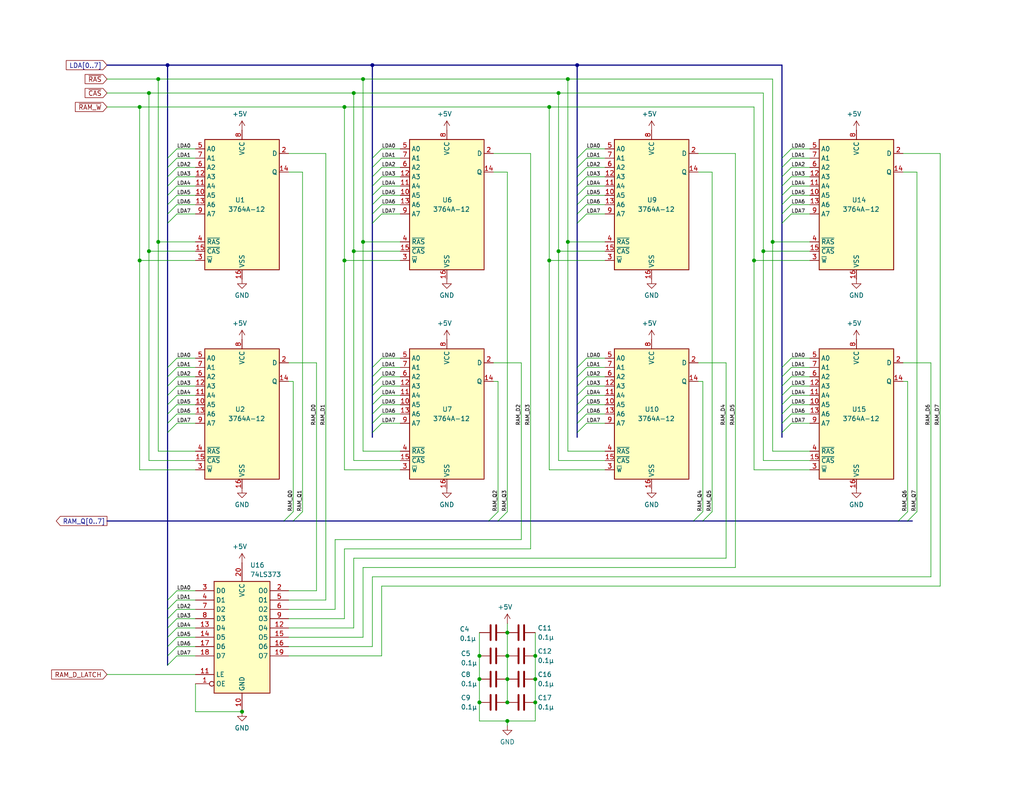
<source format=kicad_sch>
(kicad_sch
	(version 20231120)
	(generator "eeschema")
	(generator_version "8.0")
	(uuid "c54c52f4-2e3e-4205-af32-d0a586733b03")
	(paper "USLetter")
	(title_block
		(title "Microtek Dumpling-64 Printer Card")
		(date "2024-01-19")
		(rev "926B")
		(comment 2 "captured by Mark Aikens")
		(comment 3 "by Microtek")
		(comment 4 "Apple II Printer Card")
	)
	(lib_symbols
		(symbol "74xx:74LS373"
			(exclude_from_sim no)
			(in_bom yes)
			(on_board yes)
			(property "Reference" "U"
				(at -7.62 16.51 0)
				(effects
					(font
						(size 1.27 1.27)
					)
				)
			)
			(property "Value" "74LS373"
				(at -7.62 -16.51 0)
				(effects
					(font
						(size 1.27 1.27)
					)
				)
			)
			(property "Footprint" ""
				(at 0 0 0)
				(effects
					(font
						(size 1.27 1.27)
					)
					(hide yes)
				)
			)
			(property "Datasheet" "http://www.ti.com/lit/gpn/sn74LS373"
				(at 0 0 0)
				(effects
					(font
						(size 1.27 1.27)
					)
					(hide yes)
				)
			)
			(property "Description" "8-bit Latch, 3-state outputs"
				(at 0 0 0)
				(effects
					(font
						(size 1.27 1.27)
					)
					(hide yes)
				)
			)
			(property "ki_keywords" "TTL REG DFF DFF8 LATCH"
				(at 0 0 0)
				(effects
					(font
						(size 1.27 1.27)
					)
					(hide yes)
				)
			)
			(property "ki_fp_filters" "DIP?20* SOIC?20* SO?20* SSOP?20* TSSOP?20*"
				(at 0 0 0)
				(effects
					(font
						(size 1.27 1.27)
					)
					(hide yes)
				)
			)
			(symbol "74LS373_1_0"
				(pin input inverted
					(at -12.7 -12.7 0)
					(length 5.08)
					(name "OE"
						(effects
							(font
								(size 1.27 1.27)
							)
						)
					)
					(number "1"
						(effects
							(font
								(size 1.27 1.27)
							)
						)
					)
				)
				(pin power_in line
					(at 0 -20.32 90)
					(length 5.08)
					(name "GND"
						(effects
							(font
								(size 1.27 1.27)
							)
						)
					)
					(number "10"
						(effects
							(font
								(size 1.27 1.27)
							)
						)
					)
				)
				(pin input line
					(at -12.7 -10.16 0)
					(length 5.08)
					(name "LE"
						(effects
							(font
								(size 1.27 1.27)
							)
						)
					)
					(number "11"
						(effects
							(font
								(size 1.27 1.27)
							)
						)
					)
				)
				(pin tri_state line
					(at 12.7 2.54 180)
					(length 5.08)
					(name "O4"
						(effects
							(font
								(size 1.27 1.27)
							)
						)
					)
					(number "12"
						(effects
							(font
								(size 1.27 1.27)
							)
						)
					)
				)
				(pin input line
					(at -12.7 2.54 0)
					(length 5.08)
					(name "D4"
						(effects
							(font
								(size 1.27 1.27)
							)
						)
					)
					(number "13"
						(effects
							(font
								(size 1.27 1.27)
							)
						)
					)
				)
				(pin input line
					(at -12.7 0 0)
					(length 5.08)
					(name "D5"
						(effects
							(font
								(size 1.27 1.27)
							)
						)
					)
					(number "14"
						(effects
							(font
								(size 1.27 1.27)
							)
						)
					)
				)
				(pin tri_state line
					(at 12.7 0 180)
					(length 5.08)
					(name "O5"
						(effects
							(font
								(size 1.27 1.27)
							)
						)
					)
					(number "15"
						(effects
							(font
								(size 1.27 1.27)
							)
						)
					)
				)
				(pin tri_state line
					(at 12.7 -2.54 180)
					(length 5.08)
					(name "O6"
						(effects
							(font
								(size 1.27 1.27)
							)
						)
					)
					(number "16"
						(effects
							(font
								(size 1.27 1.27)
							)
						)
					)
				)
				(pin input line
					(at -12.7 -2.54 0)
					(length 5.08)
					(name "D6"
						(effects
							(font
								(size 1.27 1.27)
							)
						)
					)
					(number "17"
						(effects
							(font
								(size 1.27 1.27)
							)
						)
					)
				)
				(pin input line
					(at -12.7 -5.08 0)
					(length 5.08)
					(name "D7"
						(effects
							(font
								(size 1.27 1.27)
							)
						)
					)
					(number "18"
						(effects
							(font
								(size 1.27 1.27)
							)
						)
					)
				)
				(pin tri_state line
					(at 12.7 -5.08 180)
					(length 5.08)
					(name "O7"
						(effects
							(font
								(size 1.27 1.27)
							)
						)
					)
					(number "19"
						(effects
							(font
								(size 1.27 1.27)
							)
						)
					)
				)
				(pin tri_state line
					(at 12.7 12.7 180)
					(length 5.08)
					(name "O0"
						(effects
							(font
								(size 1.27 1.27)
							)
						)
					)
					(number "2"
						(effects
							(font
								(size 1.27 1.27)
							)
						)
					)
				)
				(pin power_in line
					(at 0 20.32 270)
					(length 5.08)
					(name "VCC"
						(effects
							(font
								(size 1.27 1.27)
							)
						)
					)
					(number "20"
						(effects
							(font
								(size 1.27 1.27)
							)
						)
					)
				)
				(pin input line
					(at -12.7 12.7 0)
					(length 5.08)
					(name "D0"
						(effects
							(font
								(size 1.27 1.27)
							)
						)
					)
					(number "3"
						(effects
							(font
								(size 1.27 1.27)
							)
						)
					)
				)
				(pin input line
					(at -12.7 10.16 0)
					(length 5.08)
					(name "D1"
						(effects
							(font
								(size 1.27 1.27)
							)
						)
					)
					(number "4"
						(effects
							(font
								(size 1.27 1.27)
							)
						)
					)
				)
				(pin tri_state line
					(at 12.7 10.16 180)
					(length 5.08)
					(name "O1"
						(effects
							(font
								(size 1.27 1.27)
							)
						)
					)
					(number "5"
						(effects
							(font
								(size 1.27 1.27)
							)
						)
					)
				)
				(pin tri_state line
					(at 12.7 7.62 180)
					(length 5.08)
					(name "O2"
						(effects
							(font
								(size 1.27 1.27)
							)
						)
					)
					(number "6"
						(effects
							(font
								(size 1.27 1.27)
							)
						)
					)
				)
				(pin input line
					(at -12.7 7.62 0)
					(length 5.08)
					(name "D2"
						(effects
							(font
								(size 1.27 1.27)
							)
						)
					)
					(number "7"
						(effects
							(font
								(size 1.27 1.27)
							)
						)
					)
				)
				(pin input line
					(at -12.7 5.08 0)
					(length 5.08)
					(name "D3"
						(effects
							(font
								(size 1.27 1.27)
							)
						)
					)
					(number "8"
						(effects
							(font
								(size 1.27 1.27)
							)
						)
					)
				)
				(pin tri_state line
					(at 12.7 5.08 180)
					(length 5.08)
					(name "O3"
						(effects
							(font
								(size 1.27 1.27)
							)
						)
					)
					(number "9"
						(effects
							(font
								(size 1.27 1.27)
							)
						)
					)
				)
			)
			(symbol "74LS373_1_1"
				(rectangle
					(start -7.62 15.24)
					(end 7.62 -15.24)
					(stroke
						(width 0.254)
						(type default)
					)
					(fill
						(type background)
					)
				)
			)
		)
		(symbol "Device:C"
			(pin_numbers hide)
			(pin_names
				(offset 0.254)
			)
			(exclude_from_sim no)
			(in_bom yes)
			(on_board yes)
			(property "Reference" "C"
				(at 0.635 2.54 0)
				(effects
					(font
						(size 1.27 1.27)
					)
					(justify left)
				)
			)
			(property "Value" "C"
				(at 0.635 -2.54 0)
				(effects
					(font
						(size 1.27 1.27)
					)
					(justify left)
				)
			)
			(property "Footprint" ""
				(at 0.9652 -3.81 0)
				(effects
					(font
						(size 1.27 1.27)
					)
					(hide yes)
				)
			)
			(property "Datasheet" "~"
				(at 0 0 0)
				(effects
					(font
						(size 1.27 1.27)
					)
					(hide yes)
				)
			)
			(property "Description" "Unpolarized capacitor"
				(at 0 0 0)
				(effects
					(font
						(size 1.27 1.27)
					)
					(hide yes)
				)
			)
			(property "ki_keywords" "cap capacitor"
				(at 0 0 0)
				(effects
					(font
						(size 1.27 1.27)
					)
					(hide yes)
				)
			)
			(property "ki_fp_filters" "C_*"
				(at 0 0 0)
				(effects
					(font
						(size 1.27 1.27)
					)
					(hide yes)
				)
			)
			(symbol "C_0_1"
				(polyline
					(pts
						(xy -2.032 -0.762) (xy 2.032 -0.762)
					)
					(stroke
						(width 0.508)
						(type default)
					)
					(fill
						(type none)
					)
				)
				(polyline
					(pts
						(xy -2.032 0.762) (xy 2.032 0.762)
					)
					(stroke
						(width 0.508)
						(type default)
					)
					(fill
						(type none)
					)
				)
			)
			(symbol "C_1_1"
				(pin passive line
					(at 0 3.81 270)
					(length 2.794)
					(name "~"
						(effects
							(font
								(size 1.27 1.27)
							)
						)
					)
					(number "1"
						(effects
							(font
								(size 1.27 1.27)
							)
						)
					)
				)
				(pin passive line
					(at 0 -3.81 90)
					(length 2.794)
					(name "~"
						(effects
							(font
								(size 1.27 1.27)
							)
						)
					)
					(number "2"
						(effects
							(font
								(size 1.27 1.27)
							)
						)
					)
				)
			)
		)
		(symbol "Memory_Legacy:3764A"
			(exclude_from_sim no)
			(in_bom yes)
			(on_board yes)
			(property "Reference" "U"
				(at -10.16 19.05 0)
				(effects
					(font
						(size 1.27 1.27)
					)
					(justify left bottom)
				)
			)
			(property "Value" "3764A"
				(at 2.54 19.05 0)
				(effects
					(font
						(size 1.27 1.27)
					)
					(justify left bottom)
				)
			)
			(property "Footprint" "Package_DIP:DIP-16_W7.62mm_Socket"
				(at 0 0 0)
				(effects
					(font
						(size 1.27 1.27)
					)
					(hide yes)
				)
			)
			(property "Datasheet" ""
				(at 0 -2.54 0)
				(effects
					(font
						(size 1.27 1.27)
					)
					(hide yes)
				)
			)
			(property "Description" "DRAM 64 KiBit (64K x 1)"
				(at 0 0 0)
				(effects
					(font
						(size 1.27 1.27)
					)
					(hide yes)
				)
			)
			(property "ki_keywords" "RAM DRAM MEMORY 64Ki"
				(at 0 0 0)
				(effects
					(font
						(size 1.27 1.27)
					)
					(hide yes)
				)
			)
			(property "ki_fp_filters" "DIP*W15.24mm*"
				(at 0 0 0)
				(effects
					(font
						(size 1.27 1.27)
					)
					(hide yes)
				)
			)
			(symbol "3764A_0_1"
				(rectangle
					(start -10.16 17.78)
					(end 10.16 -17.78)
					(stroke
						(width 0.254)
						(type default)
					)
					(fill
						(type background)
					)
				)
			)
			(symbol "3764A_1_0"
				(pin power_in line
					(at 0 -20.32 90)
					(length 2.54)
					(name "VSS"
						(effects
							(font
								(size 1.27 1.27)
							)
						)
					)
					(number "16"
						(effects
							(font
								(size 1.27 1.27)
							)
						)
					)
				)
				(pin power_in line
					(at 0 20.32 270)
					(length 2.54)
					(name "VCC"
						(effects
							(font
								(size 1.27 1.27)
							)
						)
					)
					(number "8"
						(effects
							(font
								(size 1.27 1.27)
							)
						)
					)
				)
			)
			(symbol "3764A_1_1"
				(pin input line
					(at -12.7 2.54 0)
					(length 2.54)
					(name "A5"
						(effects
							(font
								(size 1.27 1.27)
							)
						)
					)
					(number "10"
						(effects
							(font
								(size 1.27 1.27)
							)
						)
					)
				)
				(pin input line
					(at -12.7 5.08 0)
					(length 2.54)
					(name "A4"
						(effects
							(font
								(size 1.27 1.27)
							)
						)
					)
					(number "11"
						(effects
							(font
								(size 1.27 1.27)
							)
						)
					)
				)
				(pin input line
					(at -12.7 7.62 0)
					(length 2.54)
					(name "A3"
						(effects
							(font
								(size 1.27 1.27)
							)
						)
					)
					(number "12"
						(effects
							(font
								(size 1.27 1.27)
							)
						)
					)
				)
				(pin input line
					(at -12.7 0 0)
					(length 2.54)
					(name "A6"
						(effects
							(font
								(size 1.27 1.27)
							)
						)
					)
					(number "13"
						(effects
							(font
								(size 1.27 1.27)
							)
						)
					)
				)
				(pin output line
					(at 12.7 8.89 180)
					(length 2.54)
					(name "Q"
						(effects
							(font
								(size 1.27 1.27)
							)
						)
					)
					(number "14"
						(effects
							(font
								(size 1.27 1.27)
							)
						)
					)
				)
				(pin input line
					(at -12.7 -12.7 0)
					(length 2.54)
					(name "~{CAS}"
						(effects
							(font
								(size 1.27 1.27)
							)
						)
					)
					(number "15"
						(effects
							(font
								(size 1.27 1.27)
							)
						)
					)
				)
				(pin input line
					(at 12.7 13.97 180)
					(length 2.54)
					(name "D"
						(effects
							(font
								(size 1.27 1.27)
							)
						)
					)
					(number "2"
						(effects
							(font
								(size 1.27 1.27)
							)
						)
					)
				)
				(pin input line
					(at -12.7 -15.24 0)
					(length 2.54)
					(name "~{W}"
						(effects
							(font
								(size 1.27 1.27)
							)
						)
					)
					(number "3"
						(effects
							(font
								(size 1.27 1.27)
							)
						)
					)
				)
				(pin input line
					(at -12.7 -10.16 0)
					(length 2.54)
					(name "~{RAS}"
						(effects
							(font
								(size 1.27 1.27)
							)
						)
					)
					(number "4"
						(effects
							(font
								(size 1.27 1.27)
							)
						)
					)
				)
				(pin input line
					(at -12.7 15.24 0)
					(length 2.54)
					(name "A0"
						(effects
							(font
								(size 1.27 1.27)
							)
						)
					)
					(number "5"
						(effects
							(font
								(size 1.27 1.27)
							)
						)
					)
				)
				(pin input line
					(at -12.7 10.16 0)
					(length 2.54)
					(name "A2"
						(effects
							(font
								(size 1.27 1.27)
							)
						)
					)
					(number "6"
						(effects
							(font
								(size 1.27 1.27)
							)
						)
					)
				)
				(pin input line
					(at -12.7 12.7 0)
					(length 2.54)
					(name "A1"
						(effects
							(font
								(size 1.27 1.27)
							)
						)
					)
					(number "7"
						(effects
							(font
								(size 1.27 1.27)
							)
						)
					)
				)
				(pin input line
					(at -12.7 -2.54 0)
					(length 2.54)
					(name "A7"
						(effects
							(font
								(size 1.27 1.27)
							)
						)
					)
					(number "9"
						(effects
							(font
								(size 1.27 1.27)
							)
						)
					)
				)
			)
		)
		(symbol "power:+5V"
			(power)
			(pin_numbers hide)
			(pin_names
				(offset 0) hide)
			(exclude_from_sim no)
			(in_bom yes)
			(on_board yes)
			(property "Reference" "#PWR"
				(at 0 -3.81 0)
				(effects
					(font
						(size 1.27 1.27)
					)
					(hide yes)
				)
			)
			(property "Value" "+5V"
				(at 0 3.556 0)
				(effects
					(font
						(size 1.27 1.27)
					)
				)
			)
			(property "Footprint" ""
				(at 0 0 0)
				(effects
					(font
						(size 1.27 1.27)
					)
					(hide yes)
				)
			)
			(property "Datasheet" ""
				(at 0 0 0)
				(effects
					(font
						(size 1.27 1.27)
					)
					(hide yes)
				)
			)
			(property "Description" "Power symbol creates a global label with name \"+5V\""
				(at 0 0 0)
				(effects
					(font
						(size 1.27 1.27)
					)
					(hide yes)
				)
			)
			(property "ki_keywords" "global power"
				(at 0 0 0)
				(effects
					(font
						(size 1.27 1.27)
					)
					(hide yes)
				)
			)
			(symbol "+5V_0_1"
				(polyline
					(pts
						(xy -0.762 1.27) (xy 0 2.54)
					)
					(stroke
						(width 0)
						(type default)
					)
					(fill
						(type none)
					)
				)
				(polyline
					(pts
						(xy 0 0) (xy 0 2.54)
					)
					(stroke
						(width 0)
						(type default)
					)
					(fill
						(type none)
					)
				)
				(polyline
					(pts
						(xy 0 2.54) (xy 0.762 1.27)
					)
					(stroke
						(width 0)
						(type default)
					)
					(fill
						(type none)
					)
				)
			)
			(symbol "+5V_1_1"
				(pin power_in line
					(at 0 0 90)
					(length 0)
					(name "~"
						(effects
							(font
								(size 1.27 1.27)
							)
						)
					)
					(number "1"
						(effects
							(font
								(size 1.27 1.27)
							)
						)
					)
				)
			)
		)
		(symbol "power:GND"
			(power)
			(pin_numbers hide)
			(pin_names
				(offset 0) hide)
			(exclude_from_sim no)
			(in_bom yes)
			(on_board yes)
			(property "Reference" "#PWR"
				(at 0 -6.35 0)
				(effects
					(font
						(size 1.27 1.27)
					)
					(hide yes)
				)
			)
			(property "Value" "GND"
				(at 0 -3.81 0)
				(effects
					(font
						(size 1.27 1.27)
					)
				)
			)
			(property "Footprint" ""
				(at 0 0 0)
				(effects
					(font
						(size 1.27 1.27)
					)
					(hide yes)
				)
			)
			(property "Datasheet" ""
				(at 0 0 0)
				(effects
					(font
						(size 1.27 1.27)
					)
					(hide yes)
				)
			)
			(property "Description" "Power symbol creates a global label with name \"GND\" , ground"
				(at 0 0 0)
				(effects
					(font
						(size 1.27 1.27)
					)
					(hide yes)
				)
			)
			(property "ki_keywords" "global power"
				(at 0 0 0)
				(effects
					(font
						(size 1.27 1.27)
					)
					(hide yes)
				)
			)
			(symbol "GND_0_1"
				(polyline
					(pts
						(xy 0 0) (xy 0 -1.27) (xy 1.27 -1.27) (xy 0 -2.54) (xy -1.27 -1.27) (xy 0 -1.27)
					)
					(stroke
						(width 0)
						(type default)
					)
					(fill
						(type none)
					)
				)
			)
			(symbol "GND_1_1"
				(pin power_in line
					(at 0 0 270)
					(length 0)
					(name "~"
						(effects
							(font
								(size 1.27 1.27)
							)
						)
					)
					(number "1"
						(effects
							(font
								(size 1.27 1.27)
							)
						)
					)
				)
			)
		)
	)
	(junction
		(at 205.74 71.12)
		(diameter 0)
		(color 0 0 0 0)
		(uuid "04c18ab7-2fc9-45c7-8d75-fc45533bd17a")
	)
	(junction
		(at 130.81 185.42)
		(diameter 0)
		(color 0 0 0 0)
		(uuid "0b22f754-8b63-4969-98a7-3ac14076baf0")
	)
	(junction
		(at 152.4 25.4)
		(diameter 0)
		(color 0 0 0 0)
		(uuid "16536c08-f27e-4ac8-9093-fdb7b919c735")
	)
	(junction
		(at 138.43 191.77)
		(diameter 0)
		(color 0 0 0 0)
		(uuid "228aa9a0-fc50-437b-b3e1-7369b92976ea")
	)
	(junction
		(at 38.1 71.12)
		(diameter 0)
		(color 0 0 0 0)
		(uuid "25618479-21aa-4c0b-9657-fe62f30db1de")
	)
	(junction
		(at 152.4 68.58)
		(diameter 0)
		(color 0 0 0 0)
		(uuid "2a7fe560-ee71-43c2-aa12-fb24a31503ce")
	)
	(junction
		(at 130.81 191.77)
		(diameter 0)
		(color 0 0 0 0)
		(uuid "364eb2b9-8ee4-4ff5-8cd3-3910136667ab")
	)
	(junction
		(at 99.06 66.04)
		(diameter 0)
		(color 0 0 0 0)
		(uuid "3a451f24-314c-44a3-b535-b097db9c0097")
	)
	(junction
		(at 146.05 179.07)
		(diameter 0)
		(color 0 0 0 0)
		(uuid "4070199d-5e95-444c-a375-2883b40b0384")
	)
	(junction
		(at 66.04 194.31)
		(diameter 0)
		(color 0 0 0 0)
		(uuid "42a18854-d905-4739-80a8-c0b6d2395a72")
	)
	(junction
		(at 96.52 68.58)
		(diameter 0)
		(color 0 0 0 0)
		(uuid "42e973a3-b924-486d-9e43-4713b8af3763")
	)
	(junction
		(at 138.43 172.72)
		(diameter 0)
		(color 0 0 0 0)
		(uuid "47c4c4b5-ba98-45ac-a2a6-1360ff2cb917")
	)
	(junction
		(at 45.72 17.78)
		(diameter 0)
		(color 0 0 0 0)
		(uuid "4a3fee7f-bc5d-433a-912f-ce9121edb6fa")
	)
	(junction
		(at 138.43 185.42)
		(diameter 0)
		(color 0 0 0 0)
		(uuid "59807b21-6980-40e6-a6f2-4f683d13bd76")
	)
	(junction
		(at 138.43 179.07)
		(diameter 0)
		(color 0 0 0 0)
		(uuid "5ca9fbcd-ade4-4590-b560-f562e794c71e")
	)
	(junction
		(at 146.05 191.77)
		(diameter 0)
		(color 0 0 0 0)
		(uuid "5ec04d19-5de0-4bbe-9f34-3db160d3c85b")
	)
	(junction
		(at 210.82 66.04)
		(diameter 0)
		(color 0 0 0 0)
		(uuid "64d50465-9d9a-43c6-9bf4-a25bfe749509")
	)
	(junction
		(at 154.94 66.04)
		(diameter 0)
		(color 0 0 0 0)
		(uuid "795a20e2-9968-4bb5-aee9-9c1432cad8bd")
	)
	(junction
		(at 93.98 71.12)
		(diameter 0)
		(color 0 0 0 0)
		(uuid "7ce79279-47d7-4290-9b63-25ab6c5f600f")
	)
	(junction
		(at 146.05 185.42)
		(diameter 0)
		(color 0 0 0 0)
		(uuid "7eadc022-f991-4579-83b4-b68664024b4a")
	)
	(junction
		(at 154.94 21.59)
		(diameter 0)
		(color 0 0 0 0)
		(uuid "7eb59504-e646-4e45-a32e-d5f66693de74")
	)
	(junction
		(at 149.86 71.12)
		(diameter 0)
		(color 0 0 0 0)
		(uuid "8425a72c-5e96-43e9-afb6-1c943bec3fd5")
	)
	(junction
		(at 138.43 196.85)
		(diameter 0)
		(color 0 0 0 0)
		(uuid "8a8b93b9-3f6f-4ced-b1e4-b9a5ec92c13b")
	)
	(junction
		(at 149.86 29.21)
		(diameter 0)
		(color 0 0 0 0)
		(uuid "8f9979e8-78c2-4fbb-84cd-d164703c2e2f")
	)
	(junction
		(at 43.18 21.59)
		(diameter 0)
		(color 0 0 0 0)
		(uuid "b02bbf1c-1c29-4d6a-8eb4-7c7d84ab3540")
	)
	(junction
		(at 157.48 17.78)
		(diameter 0)
		(color 0 0 0 0)
		(uuid "b43ccf91-1224-4675-aa3c-fa17967c9793")
	)
	(junction
		(at 130.81 179.07)
		(diameter 0)
		(color 0 0 0 0)
		(uuid "b6eba14a-3695-4efd-a0ac-9c69ec138aad")
	)
	(junction
		(at 208.28 68.58)
		(diameter 0)
		(color 0 0 0 0)
		(uuid "bb474bf2-5485-4a7a-a20e-2591f0ecc827")
	)
	(junction
		(at 93.98 29.21)
		(diameter 0)
		(color 0 0 0 0)
		(uuid "d0613c06-fa81-49b0-87de-37d9a07cbc21")
	)
	(junction
		(at 101.6 17.78)
		(diameter 0)
		(color 0 0 0 0)
		(uuid "d144606d-1560-43e9-9da4-372d3ff63dbe")
	)
	(junction
		(at 40.64 68.58)
		(diameter 0)
		(color 0 0 0 0)
		(uuid "dd6d3c46-b943-4ba0-98e8-639c2ab3ff14")
	)
	(junction
		(at 99.06 21.59)
		(diameter 0)
		(color 0 0 0 0)
		(uuid "e53b1d5f-f5c4-4009-ab87-827a81e63fe5")
	)
	(junction
		(at 38.1 29.21)
		(diameter 0)
		(color 0 0 0 0)
		(uuid "e8fa72d7-158d-4997-8a04-682d5f353bf0")
	)
	(junction
		(at 43.18 66.04)
		(diameter 0)
		(color 0 0 0 0)
		(uuid "ebe663b4-1b83-4155-8908-2dccb316bf30")
	)
	(junction
		(at 40.64 25.4)
		(diameter 0)
		(color 0 0 0 0)
		(uuid "f240a9a2-0c7b-4f69-99d7-d68dfe9ae8ac")
	)
	(junction
		(at 96.52 25.4)
		(diameter 0)
		(color 0 0 0 0)
		(uuid "f9013204-5c3b-4c5a-8566-9c54a86ae5ac")
	)
	(bus_entry
		(at 45.72 181.61)
		(size 2.54 -2.54)
		(stroke
			(width 0)
			(type default)
		)
		(uuid "0057ce69-969d-4cb5-990f-c2303b9f61c8")
	)
	(bus_entry
		(at 101.6 100.33)
		(size 2.54 -2.54)
		(stroke
			(width 0)
			(type default)
		)
		(uuid "00ca8d40-3a5d-4aeb-a5b6-af719ee196da")
	)
	(bus_entry
		(at 45.72 43.18)
		(size 2.54 -2.54)
		(stroke
			(width 0)
			(type default)
		)
		(uuid "020e2ef0-9174-4ad4-8ee2-680697002eed")
	)
	(bus_entry
		(at 213.36 58.42)
		(size 2.54 -2.54)
		(stroke
			(width 0)
			(type default)
		)
		(uuid "094caa73-484b-4200-9362-0e223df820fa")
	)
	(bus_entry
		(at 101.6 45.72)
		(size 2.54 -2.54)
		(stroke
			(width 0)
			(type default)
		)
		(uuid "0b673b73-9327-4580-8c65-9ad93fa477e7")
	)
	(bus_entry
		(at 45.72 110.49)
		(size 2.54 -2.54)
		(stroke
			(width 0)
			(type default)
		)
		(uuid "0b78742e-238e-410c-b5d9-c62c6ca525e5")
	)
	(bus_entry
		(at 213.36 118.11)
		(size 2.54 -2.54)
		(stroke
			(width 0)
			(type default)
		)
		(uuid "0ddfcf05-e80a-4654-8b2f-ed82a796b526")
	)
	(bus_entry
		(at 45.72 58.42)
		(size 2.54 -2.54)
		(stroke
			(width 0)
			(type default)
		)
		(uuid "122891c8-7947-4887-82cd-becfa8faf5d3")
	)
	(bus_entry
		(at 135.89 142.24)
		(size 2.54 -2.54)
		(stroke
			(width 0)
			(type default)
		)
		(uuid "15b4d565-88fa-4f6f-b381-48d6934f30cf")
	)
	(bus_entry
		(at 45.72 53.34)
		(size 2.54 -2.54)
		(stroke
			(width 0)
			(type default)
		)
		(uuid "1abc373b-bcb5-480a-9aaf-e76e9f1700f1")
	)
	(bus_entry
		(at 213.36 102.87)
		(size 2.54 -2.54)
		(stroke
			(width 0)
			(type default)
		)
		(uuid "1cdb9b36-7503-4285-9187-1606441b9122")
	)
	(bus_entry
		(at 45.72 48.26)
		(size 2.54 -2.54)
		(stroke
			(width 0)
			(type default)
		)
		(uuid "1cfa920e-8500-448f-8dfd-2f4bc9382c93")
	)
	(bus_entry
		(at 157.48 113.03)
		(size 2.54 -2.54)
		(stroke
			(width 0)
			(type default)
		)
		(uuid "219c1a63-2638-46f1-8670-9a962d90878a")
	)
	(bus_entry
		(at 157.48 48.26)
		(size 2.54 -2.54)
		(stroke
			(width 0)
			(type default)
		)
		(uuid "223723dd-5cd8-4a4e-9dd2-36efddb2d861")
	)
	(bus_entry
		(at 45.72 100.33)
		(size 2.54 -2.54)
		(stroke
			(width 0)
			(type default)
		)
		(uuid "22bb4cb4-a0cf-4d20-b324-57d43a6b690c")
	)
	(bus_entry
		(at 157.48 115.57)
		(size 2.54 -2.54)
		(stroke
			(width 0)
			(type default)
		)
		(uuid "26271695-17b4-4c77-b195-8fe5d5a88d31")
	)
	(bus_entry
		(at 133.35 142.24)
		(size 2.54 -2.54)
		(stroke
			(width 0)
			(type default)
		)
		(uuid "29c63459-2c5d-4d41-b19a-8dfa86af4a9b")
	)
	(bus_entry
		(at 101.6 53.34)
		(size 2.54 -2.54)
		(stroke
			(width 0)
			(type default)
		)
		(uuid "2c68891b-3470-46b3-9a47-fbf550a6bd46")
	)
	(bus_entry
		(at 157.48 53.34)
		(size 2.54 -2.54)
		(stroke
			(width 0)
			(type default)
		)
		(uuid "2edef7a1-bcef-4272-b7dc-f3c6783df1d0")
	)
	(bus_entry
		(at 157.48 102.87)
		(size 2.54 -2.54)
		(stroke
			(width 0)
			(type default)
		)
		(uuid "2f5b2966-886d-40af-a9b5-9f48b90afb9b")
	)
	(bus_entry
		(at 101.6 55.88)
		(size 2.54 -2.54)
		(stroke
			(width 0)
			(type default)
		)
		(uuid "30684ecc-e48c-4938-a36e-f574a961263f")
	)
	(bus_entry
		(at 77.47 142.24)
		(size 2.54 -2.54)
		(stroke
			(width 0)
			(type default)
		)
		(uuid "30e6000c-ed55-4fce-a59e-862a1ffaec49")
	)
	(bus_entry
		(at 101.6 118.11)
		(size 2.54 -2.54)
		(stroke
			(width 0)
			(type default)
		)
		(uuid "30ee4810-6ed3-4fb6-b80c-3eb797e1716f")
	)
	(bus_entry
		(at 157.48 55.88)
		(size 2.54 -2.54)
		(stroke
			(width 0)
			(type default)
		)
		(uuid "34bcae87-b0bd-440f-b576-b05d1e5a938e")
	)
	(bus_entry
		(at 101.6 110.49)
		(size 2.54 -2.54)
		(stroke
			(width 0)
			(type default)
		)
		(uuid "3603abc8-2d96-4ea0-8f40-afb76a29519c")
	)
	(bus_entry
		(at 157.48 60.96)
		(size 2.54 -2.54)
		(stroke
			(width 0)
			(type default)
		)
		(uuid "3a700f66-e10f-4a91-88c6-d5b3117cfab6")
	)
	(bus_entry
		(at 213.36 107.95)
		(size 2.54 -2.54)
		(stroke
			(width 0)
			(type default)
		)
		(uuid "3d34fb2b-d949-4aba-bb57-d2accca79106")
	)
	(bus_entry
		(at 157.48 100.33)
		(size 2.54 -2.54)
		(stroke
			(width 0)
			(type default)
		)
		(uuid "415ccf43-0087-401d-b10f-c281e9b41f24")
	)
	(bus_entry
		(at 247.65 142.24)
		(size 2.54 -2.54)
		(stroke
			(width 0)
			(type default)
		)
		(uuid "42a923a5-3203-4c2f-b2c9-f4661afa4004")
	)
	(bus_entry
		(at 157.48 43.18)
		(size 2.54 -2.54)
		(stroke
			(width 0)
			(type default)
		)
		(uuid "452eaa12-7b9a-420a-8729-aaf02f131305")
	)
	(bus_entry
		(at 213.36 50.8)
		(size 2.54 -2.54)
		(stroke
			(width 0)
			(type default)
		)
		(uuid "4918c97c-9762-46a3-b40a-ba56776680be")
	)
	(bus_entry
		(at 157.48 118.11)
		(size 2.54 -2.54)
		(stroke
			(width 0)
			(type default)
		)
		(uuid "491c6b8b-1123-4710-b878-2cc52a61a45c")
	)
	(bus_entry
		(at 213.36 100.33)
		(size 2.54 -2.54)
		(stroke
			(width 0)
			(type default)
		)
		(uuid "4c65ad0d-162c-4fc1-997c-a3cd274003a1")
	)
	(bus_entry
		(at 213.36 53.34)
		(size 2.54 -2.54)
		(stroke
			(width 0)
			(type default)
		)
		(uuid "4cca16ab-ca64-4505-b85e-65836db08565")
	)
	(bus_entry
		(at 157.48 58.42)
		(size 2.54 -2.54)
		(stroke
			(width 0)
			(type default)
		)
		(uuid "4cda99d4-f6a2-4985-99f4-eac0b97280c6")
	)
	(bus_entry
		(at 45.72 50.8)
		(size 2.54 -2.54)
		(stroke
			(width 0)
			(type default)
		)
		(uuid "4dbcafba-22b4-4a74-bfb6-8f0b2ad0a371")
	)
	(bus_entry
		(at 157.48 110.49)
		(size 2.54 -2.54)
		(stroke
			(width 0)
			(type default)
		)
		(uuid "5100fa47-065b-41a8-9512-b614a7e96ad4")
	)
	(bus_entry
		(at 45.72 105.41)
		(size 2.54 -2.54)
		(stroke
			(width 0)
			(type default)
		)
		(uuid "574393d0-a747-4144-9d64-f9ff9c7ec814")
	)
	(bus_entry
		(at 45.72 45.72)
		(size 2.54 -2.54)
		(stroke
			(width 0)
			(type default)
		)
		(uuid "5ddb163b-7119-478c-885f-ad97fce9af7f")
	)
	(bus_entry
		(at 45.72 163.83)
		(size 2.54 -2.54)
		(stroke
			(width 0)
			(type default)
		)
		(uuid "5de4a16c-02b3-4c6a-af52-2084b8e75c5f")
	)
	(bus_entry
		(at 101.6 43.18)
		(size 2.54 -2.54)
		(stroke
			(width 0)
			(type default)
		)
		(uuid "5dec9ec5-8e72-429b-997d-bb6fe70fcf12")
	)
	(bus_entry
		(at 245.11 142.24)
		(size 2.54 -2.54)
		(stroke
			(width 0)
			(type default)
		)
		(uuid "650d01bf-76f4-497d-ab6d-e73531072409")
	)
	(bus_entry
		(at 213.36 115.57)
		(size 2.54 -2.54)
		(stroke
			(width 0)
			(type default)
		)
		(uuid "69d240ad-c089-405b-be1b-4c9022d695dc")
	)
	(bus_entry
		(at 213.36 110.49)
		(size 2.54 -2.54)
		(stroke
			(width 0)
			(type default)
		)
		(uuid "729766e5-2368-4095-9ccd-7daa5471aef5")
	)
	(bus_entry
		(at 157.48 45.72)
		(size 2.54 -2.54)
		(stroke
			(width 0)
			(type default)
		)
		(uuid "74815e68-778d-48d4-ba9e-03d5d118eafe")
	)
	(bus_entry
		(at 213.36 45.72)
		(size 2.54 -2.54)
		(stroke
			(width 0)
			(type default)
		)
		(uuid "7a4d9f39-4b40-4ba9-8c48-7202ea775ff5")
	)
	(bus_entry
		(at 45.72 168.91)
		(size 2.54 -2.54)
		(stroke
			(width 0)
			(type default)
		)
		(uuid "7c1b9087-8909-45d1-86d4-8b099046443a")
	)
	(bus_entry
		(at 45.72 60.96)
		(size 2.54 -2.54)
		(stroke
			(width 0)
			(type default)
		)
		(uuid "7dbce517-faae-4e73-a3d6-e11e8ec75061")
	)
	(bus_entry
		(at 45.72 102.87)
		(size 2.54 -2.54)
		(stroke
			(width 0)
			(type default)
		)
		(uuid "80e9ae77-c39d-491f-87d4-d56c7f3a950f")
	)
	(bus_entry
		(at 213.36 105.41)
		(size 2.54 -2.54)
		(stroke
			(width 0)
			(type default)
		)
		(uuid "85053646-52ea-464e-a017-568f2ea92123")
	)
	(bus_entry
		(at 45.72 55.88)
		(size 2.54 -2.54)
		(stroke
			(width 0)
			(type default)
		)
		(uuid "885ef996-e8f3-40c2-b475-98dd11542f5d")
	)
	(bus_entry
		(at 157.48 107.95)
		(size 2.54 -2.54)
		(stroke
			(width 0)
			(type default)
		)
		(uuid "8ea5973f-1f82-4769-9aca-ea6eb8510f1c")
	)
	(bus_entry
		(at 45.72 171.45)
		(size 2.54 -2.54)
		(stroke
			(width 0)
			(type default)
		)
		(uuid "9664f560-fe76-497b-b382-53e5adae70b2")
	)
	(bus_entry
		(at 45.72 176.53)
		(size 2.54 -2.54)
		(stroke
			(width 0)
			(type default)
		)
		(uuid "988b1387-8665-490f-beb4-e638ca0bc529")
	)
	(bus_entry
		(at 213.36 60.96)
		(size 2.54 -2.54)
		(stroke
			(width 0)
			(type default)
		)
		(uuid "a171be5c-06a8-4f4d-b9a6-8540c8e380ee")
	)
	(bus_entry
		(at 213.36 48.26)
		(size 2.54 -2.54)
		(stroke
			(width 0)
			(type default)
		)
		(uuid "a44c27b1-e711-4922-aea5-46196327211e")
	)
	(bus_entry
		(at 101.6 107.95)
		(size 2.54 -2.54)
		(stroke
			(width 0)
			(type default)
		)
		(uuid "ab6dc626-3d09-4212-bf88-55358ad62b94")
	)
	(bus_entry
		(at 157.48 105.41)
		(size 2.54 -2.54)
		(stroke
			(width 0)
			(type default)
		)
		(uuid "aee46677-ae40-44ca-903d-8b7886dd36b7")
	)
	(bus_entry
		(at 101.6 48.26)
		(size 2.54 -2.54)
		(stroke
			(width 0)
			(type default)
		)
		(uuid "b4141638-72a3-459f-880f-852c38c65eea")
	)
	(bus_entry
		(at 45.72 107.95)
		(size 2.54 -2.54)
		(stroke
			(width 0)
			(type default)
		)
		(uuid "b65de59c-018c-4119-a0ac-d6a3a079ef64")
	)
	(bus_entry
		(at 101.6 115.57)
		(size 2.54 -2.54)
		(stroke
			(width 0)
			(type default)
		)
		(uuid "bc2ccadd-d359-4252-a101-b65cef9553cf")
	)
	(bus_entry
		(at 45.72 166.37)
		(size 2.54 -2.54)
		(stroke
			(width 0)
			(type default)
		)
		(uuid "be7ebb79-b64e-451b-99c9-40388c98052b")
	)
	(bus_entry
		(at 80.01 142.24)
		(size 2.54 -2.54)
		(stroke
			(width 0)
			(type default)
		)
		(uuid "c32e846b-64d7-44e7-9f67-b2f9eeb875a9")
	)
	(bus_entry
		(at 101.6 113.03)
		(size 2.54 -2.54)
		(stroke
			(width 0)
			(type default)
		)
		(uuid "c46f5d70-6ba6-46d6-9635-491cfa0c6747")
	)
	(bus_entry
		(at 45.72 179.07)
		(size 2.54 -2.54)
		(stroke
			(width 0)
			(type default)
		)
		(uuid "c60adaff-810e-466c-a983-e5f45e7e5492")
	)
	(bus_entry
		(at 157.48 50.8)
		(size 2.54 -2.54)
		(stroke
			(width 0)
			(type default)
		)
		(uuid "c6a0ca4b-bbad-4c56-a69d-c09071e97977")
	)
	(bus_entry
		(at 101.6 105.41)
		(size 2.54 -2.54)
		(stroke
			(width 0)
			(type default)
		)
		(uuid "ccf5b57d-c271-44bc-864a-1dc4b24e72da")
	)
	(bus_entry
		(at 213.36 43.18)
		(size 2.54 -2.54)
		(stroke
			(width 0)
			(type default)
		)
		(uuid "cdc4117d-6818-48fc-98d0-a3cc2c7bd10a")
	)
	(bus_entry
		(at 45.72 113.03)
		(size 2.54 -2.54)
		(stroke
			(width 0)
			(type default)
		)
		(uuid "d7801eba-6679-4931-ab85-a7b8bf38b3d4")
	)
	(bus_entry
		(at 213.36 113.03)
		(size 2.54 -2.54)
		(stroke
			(width 0)
			(type default)
		)
		(uuid "dc8c20c2-2a11-4b84-baac-7a247ead5b59")
	)
	(bus_entry
		(at 191.77 142.24)
		(size 2.54 -2.54)
		(stroke
			(width 0)
			(type default)
		)
		(uuid "dcbebb87-e774-4a27-8798-357e707ebd04")
	)
	(bus_entry
		(at 101.6 50.8)
		(size 2.54 -2.54)
		(stroke
			(width 0)
			(type default)
		)
		(uuid "e7785b48-9fe8-460e-98eb-a93868764ce1")
	)
	(bus_entry
		(at 45.72 118.11)
		(size 2.54 -2.54)
		(stroke
			(width 0)
			(type default)
		)
		(uuid "eb50cef8-8b12-4c9b-9743-14a869428cf6")
	)
	(bus_entry
		(at 101.6 58.42)
		(size 2.54 -2.54)
		(stroke
			(width 0)
			(type default)
		)
		(uuid "ed31cb2f-bcf3-4700-a488-8fe8b1fb66a3")
	)
	(bus_entry
		(at 101.6 102.87)
		(size 2.54 -2.54)
		(stroke
			(width 0)
			(type default)
		)
		(uuid "ef659a3e-d7b9-4b0f-9ddd-5c3bfe35e0e3")
	)
	(bus_entry
		(at 213.36 55.88)
		(size 2.54 -2.54)
		(stroke
			(width 0)
			(type default)
		)
		(uuid "f0ebefa9-4f88-4011-a891-cce02cc97c26")
	)
	(bus_entry
		(at 101.6 60.96)
		(size 2.54 -2.54)
		(stroke
			(width 0)
			(type default)
		)
		(uuid "f20d9a49-583c-4c42-b73f-9f2b0d8abc6c")
	)
	(bus_entry
		(at 189.23 142.24)
		(size 2.54 -2.54)
		(stroke
			(width 0)
			(type default)
		)
		(uuid "f9e4f9e9-b64d-458e-98b8-0eae44ad00a9")
	)
	(bus_entry
		(at 45.72 115.57)
		(size 2.54 -2.54)
		(stroke
			(width 0)
			(type default)
		)
		(uuid "fb719de5-7b6f-43c0-aca3-8bd925138972")
	)
	(bus_entry
		(at 45.72 173.99)
		(size 2.54 -2.54)
		(stroke
			(width 0)
			(type default)
		)
		(uuid "fd0bed66-49c0-4d91-9ae4-651ac7b2d61d")
	)
	(wire
		(pts
			(xy 220.98 128.27) (xy 205.74 128.27)
		)
		(stroke
			(width 0)
			(type default)
		)
		(uuid "01685330-a176-4259-95cb-debe76e0d35a")
	)
	(wire
		(pts
			(xy 43.18 123.19) (xy 53.34 123.19)
		)
		(stroke
			(width 0)
			(type default)
		)
		(uuid "0186492c-d485-488a-8f3f-85f10db7497d")
	)
	(wire
		(pts
			(xy 96.52 68.58) (xy 96.52 125.73)
		)
		(stroke
			(width 0)
			(type default)
		)
		(uuid "0309e2aa-9043-48a4-86b0-6e4cded8f81f")
	)
	(bus
		(pts
			(xy 157.48 118.11) (xy 157.48 119.38)
		)
		(stroke
			(width 0)
			(type default)
		)
		(uuid "04464f8c-63e6-451c-ba0e-19f7185d447e")
	)
	(wire
		(pts
			(xy 149.86 128.27) (xy 165.1 128.27)
		)
		(stroke
			(width 0)
			(type default)
		)
		(uuid "05c0145c-3d84-405d-8c05-d6b9411e72d5")
	)
	(wire
		(pts
			(xy 138.43 196.85) (xy 146.05 196.85)
		)
		(stroke
			(width 0)
			(type default)
		)
		(uuid "0798494c-b76e-4d97-a2ec-3df8b7a04175")
	)
	(bus
		(pts
			(xy 101.6 50.8) (xy 101.6 53.34)
		)
		(stroke
			(width 0)
			(type default)
		)
		(uuid "07e56912-fb02-4d61-9017-2e21f0818740")
	)
	(bus
		(pts
			(xy 213.36 100.33) (xy 213.36 102.87)
		)
		(stroke
			(width 0)
			(type default)
		)
		(uuid "0955b82e-469d-4bb0-a6f6-a551d9e9175d")
	)
	(wire
		(pts
			(xy 246.38 99.06) (xy 254 99.06)
		)
		(stroke
			(width 0)
			(type default)
		)
		(uuid "0aa04996-74c0-4b55-b30f-e921c67ce458")
	)
	(bus
		(pts
			(xy 45.72 173.99) (xy 45.72 176.53)
		)
		(stroke
			(width 0)
			(type default)
		)
		(uuid "0b710c1a-289c-4a3c-977e-ad8ee3f5eae6")
	)
	(wire
		(pts
			(xy 48.26 171.45) (xy 53.34 171.45)
		)
		(stroke
			(width 0)
			(type default)
		)
		(uuid "0b887796-f196-4b23-b3bd-16027ef10eba")
	)
	(wire
		(pts
			(xy 78.74 168.91) (xy 93.98 168.91)
		)
		(stroke
			(width 0)
			(type default)
		)
		(uuid "0c8602ff-0a42-45bd-a6ce-e3e86396ac47")
	)
	(wire
		(pts
			(xy 250.19 46.99) (xy 250.19 139.7)
		)
		(stroke
			(width 0)
			(type default)
		)
		(uuid "0d16a69d-9687-48b0-8089-901da6f7404f")
	)
	(wire
		(pts
			(xy 80.01 104.14) (xy 80.01 139.7)
		)
		(stroke
			(width 0)
			(type default)
		)
		(uuid "0d68550b-e0eb-4c99-927f-6f04e6681dd7")
	)
	(wire
		(pts
			(xy 215.9 107.95) (xy 220.98 107.95)
		)
		(stroke
			(width 0)
			(type default)
		)
		(uuid "0eb0a136-ddfd-45c1-bd4c-9ea6d5afcc5d")
	)
	(wire
		(pts
			(xy 78.74 41.91) (xy 88.9 41.91)
		)
		(stroke
			(width 0)
			(type default)
		)
		(uuid "0ec9d696-5319-4bbc-9f6b-7dc215196e6b")
	)
	(bus
		(pts
			(xy 101.6 43.18) (xy 101.6 45.72)
		)
		(stroke
			(width 0)
			(type default)
		)
		(uuid "0efabba2-9635-4135-9fd2-4aa62930dbdd")
	)
	(wire
		(pts
			(xy 48.26 97.79) (xy 53.34 97.79)
		)
		(stroke
			(width 0)
			(type default)
		)
		(uuid "11df38bd-c2c2-4f67-be57-7b0cc45b3a45")
	)
	(wire
		(pts
			(xy 48.26 45.72) (xy 53.34 45.72)
		)
		(stroke
			(width 0)
			(type default)
		)
		(uuid "12ea8225-9cb1-41af-a931-584cb68b33b2")
	)
	(wire
		(pts
			(xy 149.86 71.12) (xy 149.86 128.27)
		)
		(stroke
			(width 0)
			(type default)
		)
		(uuid "149a4344-a49a-4668-a0ba-fc3dd05839b8")
	)
	(wire
		(pts
			(xy 165.1 68.58) (xy 152.4 68.58)
		)
		(stroke
			(width 0)
			(type default)
		)
		(uuid "15681446-14fc-437d-b259-d227238cea1b")
	)
	(wire
		(pts
			(xy 191.77 104.14) (xy 190.5 104.14)
		)
		(stroke
			(width 0)
			(type default)
		)
		(uuid "15c3b4a3-47a9-454d-a1ad-fbbe35ac2cbc")
	)
	(wire
		(pts
			(xy 101.6 176.53) (xy 78.74 176.53)
		)
		(stroke
			(width 0)
			(type default)
		)
		(uuid "1966ac21-d62d-4ede-9d35-3294ed81533b")
	)
	(bus
		(pts
			(xy 213.36 17.78) (xy 213.36 43.18)
		)
		(stroke
			(width 0)
			(type default)
		)
		(uuid "1991f45c-45d0-4d9b-98ef-a5eec95d6fd3")
	)
	(wire
		(pts
			(xy 200.66 41.91) (xy 200.66 154.94)
		)
		(stroke
			(width 0)
			(type default)
		)
		(uuid "19cbbd3f-5be6-47f5-97e6-4c0cef599066")
	)
	(bus
		(pts
			(xy 213.36 107.95) (xy 213.36 110.49)
		)
		(stroke
			(width 0)
			(type default)
		)
		(uuid "1a8c852b-1d8a-4cb3-9725-05f1aa01d247")
	)
	(wire
		(pts
			(xy 48.26 161.29) (xy 53.34 161.29)
		)
		(stroke
			(width 0)
			(type default)
		)
		(uuid "1b5f91a8-eaf9-4523-8707-6bcdd4abb4cd")
	)
	(bus
		(pts
			(xy 45.72 45.72) (xy 45.72 48.26)
		)
		(stroke
			(width 0)
			(type default)
		)
		(uuid "1c9f652b-03f0-4142-b1a1-500a547039d8")
	)
	(bus
		(pts
			(xy 247.65 142.24) (xy 248.92 142.24)
		)
		(stroke
			(width 0)
			(type default)
		)
		(uuid "1ca34456-ad85-4085-ac7e-f8a2a88f353a")
	)
	(bus
		(pts
			(xy 101.6 48.26) (xy 101.6 50.8)
		)
		(stroke
			(width 0)
			(type default)
		)
		(uuid "1f1423c0-5840-4a79-98d9-cb3f74472345")
	)
	(wire
		(pts
			(xy 154.94 21.59) (xy 154.94 66.04)
		)
		(stroke
			(width 0)
			(type default)
		)
		(uuid "1f1fd86e-0046-4718-b8d8-eb6e1c9c0205")
	)
	(bus
		(pts
			(xy 133.35 142.24) (xy 135.89 142.24)
		)
		(stroke
			(width 0)
			(type default)
		)
		(uuid "1f4f8e55-cbb1-4b1e-9ac8-5ec8a907cd35")
	)
	(wire
		(pts
			(xy 138.43 196.85) (xy 130.81 196.85)
		)
		(stroke
			(width 0)
			(type default)
		)
		(uuid "20cbe1d8-7203-482b-a04a-b006763ec849")
	)
	(bus
		(pts
			(xy 213.36 43.18) (xy 213.36 45.72)
		)
		(stroke
			(width 0)
			(type default)
		)
		(uuid "2247ce3a-3358-4be5-848e-33f797f8d435")
	)
	(bus
		(pts
			(xy 45.72 168.91) (xy 45.72 171.45)
		)
		(stroke
			(width 0)
			(type default)
		)
		(uuid "236775d1-fe78-4074-b367-ce91863bb138")
	)
	(wire
		(pts
			(xy 215.9 110.49) (xy 220.98 110.49)
		)
		(stroke
			(width 0)
			(type default)
		)
		(uuid "240e71c0-87ef-4c88-8df2-95d67e5ef44e")
	)
	(bus
		(pts
			(xy 45.72 102.87) (xy 45.72 105.41)
		)
		(stroke
			(width 0)
			(type default)
		)
		(uuid "24817ba3-5395-4a7f-ab16-9aec07a09543")
	)
	(wire
		(pts
			(xy 146.05 185.42) (xy 146.05 191.77)
		)
		(stroke
			(width 0)
			(type default)
		)
		(uuid "250ed55f-f9d3-41b0-a5a0-939ed4efc7a4")
	)
	(wire
		(pts
			(xy 38.1 128.27) (xy 53.34 128.27)
		)
		(stroke
			(width 0)
			(type default)
		)
		(uuid "275fd5d6-6532-4c18-a63c-f5db33867117")
	)
	(wire
		(pts
			(xy 38.1 71.12) (xy 38.1 128.27)
		)
		(stroke
			(width 0)
			(type default)
		)
		(uuid "28420db8-e0fc-4f7f-9d52-30d945080460")
	)
	(bus
		(pts
			(xy 101.6 113.03) (xy 101.6 115.57)
		)
		(stroke
			(width 0)
			(type default)
		)
		(uuid "2845e0b8-3320-42bd-9843-561d12ffa894")
	)
	(bus
		(pts
			(xy 157.48 48.26) (xy 157.48 50.8)
		)
		(stroke
			(width 0)
			(type default)
		)
		(uuid "294fce3a-5d17-46e9-b23a-fe6b7ec791f2")
	)
	(bus
		(pts
			(xy 213.36 53.34) (xy 213.36 55.88)
		)
		(stroke
			(width 0)
			(type default)
		)
		(uuid "29ccb262-bd12-4e78-8c45-a8acfebe2e4f")
	)
	(wire
		(pts
			(xy 53.34 194.31) (xy 53.34 186.69)
		)
		(stroke
			(width 0)
			(type default)
		)
		(uuid "2b9e8fe1-961b-44ce-8ad8-942f879ea65e")
	)
	(bus
		(pts
			(xy 157.48 105.41) (xy 157.48 107.95)
		)
		(stroke
			(width 0)
			(type default)
		)
		(uuid "2be16fa3-df32-4fae-a311-103b4b580c9d")
	)
	(wire
		(pts
			(xy 96.52 125.73) (xy 109.22 125.73)
		)
		(stroke
			(width 0)
			(type default)
		)
		(uuid "2cfb5eb8-6501-4e8d-b266-d949ea7b578b")
	)
	(wire
		(pts
			(xy 104.14 53.34) (xy 109.22 53.34)
		)
		(stroke
			(width 0)
			(type default)
		)
		(uuid "2ef9706b-bdfd-4058-9187-250d4d609e7b")
	)
	(wire
		(pts
			(xy 138.43 179.07) (xy 138.43 185.42)
		)
		(stroke
			(width 0)
			(type default)
		)
		(uuid "3023a012-d7a4-4e50-ac4b-ad37aa0ee72c")
	)
	(wire
		(pts
			(xy 48.26 50.8) (xy 53.34 50.8)
		)
		(stroke
			(width 0)
			(type default)
		)
		(uuid "306d09d3-5b4a-4c12-9447-d66d1e5a7ef9")
	)
	(bus
		(pts
			(xy 135.89 142.24) (xy 189.23 142.24)
		)
		(stroke
			(width 0)
			(type default)
		)
		(uuid "30dca43f-7245-4d38-bda2-9c06aeb5f7b7")
	)
	(wire
		(pts
			(xy 160.02 110.49) (xy 165.1 110.49)
		)
		(stroke
			(width 0)
			(type default)
		)
		(uuid "312d2848-a984-4af0-8c13-9cd8037144c9")
	)
	(wire
		(pts
			(xy 104.14 48.26) (xy 109.22 48.26)
		)
		(stroke
			(width 0)
			(type default)
		)
		(uuid "3165c4ad-42d7-4cee-9c6a-c4530337ff3a")
	)
	(bus
		(pts
			(xy 157.48 43.18) (xy 157.48 45.72)
		)
		(stroke
			(width 0)
			(type default)
		)
		(uuid "33003129-677d-47d1-9e46-c4a12069a822")
	)
	(wire
		(pts
			(xy 256.54 41.91) (xy 246.38 41.91)
		)
		(stroke
			(width 0)
			(type default)
		)
		(uuid "3443834e-f888-4913-9e39-561d3eea19f1")
	)
	(wire
		(pts
			(xy 48.26 163.83) (xy 53.34 163.83)
		)
		(stroke
			(width 0)
			(type default)
		)
		(uuid "3469e623-c41a-44d6-98ac-d96aff8c7752")
	)
	(bus
		(pts
			(xy 101.6 53.34) (xy 101.6 55.88)
		)
		(stroke
			(width 0)
			(type default)
		)
		(uuid "34e6d634-5e7e-4dd9-9873-cb5505247799")
	)
	(bus
		(pts
			(xy 45.72 118.11) (xy 45.72 163.83)
		)
		(stroke
			(width 0)
			(type default)
		)
		(uuid "354d69f1-adf6-4655-ab21-cffa9dfa60ad")
	)
	(wire
		(pts
			(xy 208.28 125.73) (xy 208.28 68.58)
		)
		(stroke
			(width 0)
			(type default)
		)
		(uuid "356e1522-1d80-4d39-81dc-8dd97fdb9161")
	)
	(wire
		(pts
			(xy 160.02 115.57) (xy 165.1 115.57)
		)
		(stroke
			(width 0)
			(type default)
		)
		(uuid "35b1c031-3998-4010-a179-3559cb12f3e1")
	)
	(wire
		(pts
			(xy 215.9 100.33) (xy 220.98 100.33)
		)
		(stroke
			(width 0)
			(type default)
		)
		(uuid "366a72c6-c8ca-44ff-b1c1-7c1880a56b2f")
	)
	(wire
		(pts
			(xy 48.26 168.91) (xy 53.34 168.91)
		)
		(stroke
			(width 0)
			(type default)
		)
		(uuid "36eae4b3-159a-4643-a144-4c28e9bf8035")
	)
	(wire
		(pts
			(xy 165.1 71.12) (xy 149.86 71.12)
		)
		(stroke
			(width 0)
			(type default)
		)
		(uuid "379dbd2e-4e75-4e79-a15f-ee9cf86a74f6")
	)
	(bus
		(pts
			(xy 101.6 17.78) (xy 157.48 17.78)
		)
		(stroke
			(width 0)
			(type default)
		)
		(uuid "385098c4-e848-42c7-9981-df75bdac41dc")
	)
	(wire
		(pts
			(xy 48.26 110.49) (xy 53.34 110.49)
		)
		(stroke
			(width 0)
			(type default)
		)
		(uuid "3990df09-7395-40b9-b91c-0564089ba9a7")
	)
	(wire
		(pts
			(xy 198.12 152.4) (xy 198.12 99.06)
		)
		(stroke
			(width 0)
			(type default)
		)
		(uuid "39b9724f-d1d3-4a77-8c43-1a90aac6bd24")
	)
	(wire
		(pts
			(xy 152.4 125.73) (xy 165.1 125.73)
		)
		(stroke
			(width 0)
			(type default)
		)
		(uuid "3b00c0b3-8cd0-4aab-ad44-668289b0d4cc")
	)
	(bus
		(pts
			(xy 101.6 118.11) (xy 101.6 119.38)
		)
		(stroke
			(width 0)
			(type default)
		)
		(uuid "3b8ff064-2cb2-4c05-82a2-72d870a16f31")
	)
	(wire
		(pts
			(xy 190.5 99.06) (xy 198.12 99.06)
		)
		(stroke
			(width 0)
			(type default)
		)
		(uuid "3b91d2d1-ed10-4d02-9e04-125d53194916")
	)
	(wire
		(pts
			(xy 220.98 68.58) (xy 208.28 68.58)
		)
		(stroke
			(width 0)
			(type default)
		)
		(uuid "3c568505-6f69-4ef0-be54-2a0864a1839d")
	)
	(wire
		(pts
			(xy 160.02 105.41) (xy 165.1 105.41)
		)
		(stroke
			(width 0)
			(type default)
		)
		(uuid "3c98d865-726d-4df9-83fd-6d0d68c0af80")
	)
	(wire
		(pts
			(xy 215.9 50.8) (xy 220.98 50.8)
		)
		(stroke
			(width 0)
			(type default)
		)
		(uuid "3dd4b016-498e-4de3-8114-234659d4358a")
	)
	(wire
		(pts
			(xy 160.02 102.87) (xy 165.1 102.87)
		)
		(stroke
			(width 0)
			(type default)
		)
		(uuid "3e6733bb-5eb7-4386-804e-f573170085bf")
	)
	(wire
		(pts
			(xy 104.14 115.57) (xy 109.22 115.57)
		)
		(stroke
			(width 0)
			(type default)
		)
		(uuid "41e5182f-b8a2-4435-b6f7-585fb41c6d5c")
	)
	(wire
		(pts
			(xy 101.6 157.48) (xy 101.6 176.53)
		)
		(stroke
			(width 0)
			(type default)
		)
		(uuid "445d474d-3d29-4e57-95f7-fdd1c5dc6294")
	)
	(wire
		(pts
			(xy 215.9 53.34) (xy 220.98 53.34)
		)
		(stroke
			(width 0)
			(type default)
		)
		(uuid "47e93dea-864f-4ce0-ba24-ba61fad02b9d")
	)
	(bus
		(pts
			(xy 213.36 48.26) (xy 213.36 50.8)
		)
		(stroke
			(width 0)
			(type default)
		)
		(uuid "495545b3-a8f1-4f46-a7bc-fba327b85060")
	)
	(wire
		(pts
			(xy 88.9 41.91) (xy 88.9 163.83)
		)
		(stroke
			(width 0)
			(type default)
		)
		(uuid "4cd6a396-29cb-41bd-94da-e8f1dedf0f81")
	)
	(wire
		(pts
			(xy 109.22 66.04) (xy 99.06 66.04)
		)
		(stroke
			(width 0)
			(type default)
		)
		(uuid "4cde3fae-d7e7-4803-8698-c5533d91118d")
	)
	(bus
		(pts
			(xy 45.72 48.26) (xy 45.72 50.8)
		)
		(stroke
			(width 0)
			(type default)
		)
		(uuid "4d118e97-ae60-4e52-8d9c-dfdc5e169b67")
	)
	(wire
		(pts
			(xy 104.14 100.33) (xy 109.22 100.33)
		)
		(stroke
			(width 0)
			(type default)
		)
		(uuid "4dc3c04a-d4e9-423f-92fb-d119af361bd9")
	)
	(bus
		(pts
			(xy 77.47 142.24) (xy 80.01 142.24)
		)
		(stroke
			(width 0)
			(type default)
		)
		(uuid "4e189d83-d09b-4a2b-8e4b-93e4b84465b8")
	)
	(bus
		(pts
			(xy 101.6 55.88) (xy 101.6 58.42)
		)
		(stroke
			(width 0)
			(type default)
		)
		(uuid "4f022e9b-7cae-4b1a-9f81-630601a8ac43")
	)
	(bus
		(pts
			(xy 157.48 102.87) (xy 157.48 105.41)
		)
		(stroke
			(width 0)
			(type default)
		)
		(uuid "4f743c46-f471-4106-847a-14d9c36c0d57")
	)
	(wire
		(pts
			(xy 215.9 48.26) (xy 220.98 48.26)
		)
		(stroke
			(width 0)
			(type default)
		)
		(uuid "50002a29-2e85-441d-ae31-58ed9dbed693")
	)
	(wire
		(pts
			(xy 160.02 97.79) (xy 165.1 97.79)
		)
		(stroke
			(width 0)
			(type default)
		)
		(uuid "53079ade-a3d7-4c17-9c49-e1a184993c66")
	)
	(wire
		(pts
			(xy 215.9 102.87) (xy 220.98 102.87)
		)
		(stroke
			(width 0)
			(type default)
		)
		(uuid "5420803a-58dc-4951-a20e-0ba7fcc60153")
	)
	(wire
		(pts
			(xy 48.26 107.95) (xy 53.34 107.95)
		)
		(stroke
			(width 0)
			(type default)
		)
		(uuid "54601a4f-e481-4b51-a79f-b3c74419a082")
	)
	(bus
		(pts
			(xy 45.72 107.95) (xy 45.72 110.49)
		)
		(stroke
			(width 0)
			(type default)
		)
		(uuid "55ee2e2c-3e08-44ca-b50e-254b2e90030e")
	)
	(wire
		(pts
			(xy 78.74 161.29) (xy 86.36 161.29)
		)
		(stroke
			(width 0)
			(type default)
		)
		(uuid "5630f17e-4fc3-431a-9c76-5a16ca1d3f42")
	)
	(bus
		(pts
			(xy 157.48 115.57) (xy 157.48 118.11)
		)
		(stroke
			(width 0)
			(type default)
		)
		(uuid "5659aa9d-4cfa-4247-bc3f-23b81abb1c12")
	)
	(bus
		(pts
			(xy 101.6 107.95) (xy 101.6 110.49)
		)
		(stroke
			(width 0)
			(type default)
		)
		(uuid "57277244-665f-49ad-87ba-cb65c29acd42")
	)
	(wire
		(pts
			(xy 246.38 46.99) (xy 250.19 46.99)
		)
		(stroke
			(width 0)
			(type default)
		)
		(uuid "58381abe-a690-486f-a64d-0c52ebf2f776")
	)
	(wire
		(pts
			(xy 134.62 41.91) (xy 144.78 41.91)
		)
		(stroke
			(width 0)
			(type default)
		)
		(uuid "588dc401-97ef-4268-8cd2-c92bc231351f")
	)
	(wire
		(pts
			(xy 215.9 55.88) (xy 220.98 55.88)
		)
		(stroke
			(width 0)
			(type default)
		)
		(uuid "58ba311b-c638-4f6c-94ec-f16fb446a840")
	)
	(wire
		(pts
			(xy 165.1 66.04) (xy 154.94 66.04)
		)
		(stroke
			(width 0)
			(type default)
		)
		(uuid "594b274e-c59f-4656-ad91-fb5d93e0d029")
	)
	(wire
		(pts
			(xy 104.14 97.79) (xy 109.22 97.79)
		)
		(stroke
			(width 0)
			(type default)
		)
		(uuid "5a1b2c15-c42b-41ec-bc5a-f9054b169344")
	)
	(wire
		(pts
			(xy 205.74 71.12) (xy 205.74 29.21)
		)
		(stroke
			(width 0)
			(type default)
		)
		(uuid "5b650d0d-b9e7-4876-aee8-2b33b6772779")
	)
	(bus
		(pts
			(xy 101.6 110.49) (xy 101.6 113.03)
		)
		(stroke
			(width 0)
			(type default)
		)
		(uuid "5bd217ac-56db-4803-a4b8-d55ea62fe494")
	)
	(wire
		(pts
			(xy 152.4 25.4) (xy 96.52 25.4)
		)
		(stroke
			(width 0)
			(type default)
		)
		(uuid "5cc6da58-876d-44f2-8501-1f3a8d15a2f8")
	)
	(bus
		(pts
			(xy 157.48 53.34) (xy 157.48 55.88)
		)
		(stroke
			(width 0)
			(type default)
		)
		(uuid "5ea68653-aac9-4f54-9614-6dd9388ecc5d")
	)
	(wire
		(pts
			(xy 134.62 104.14) (xy 135.89 104.14)
		)
		(stroke
			(width 0)
			(type default)
		)
		(uuid "5f7b6aac-cd7b-4a34-b0c7-2906d71b0017")
	)
	(bus
		(pts
			(xy 45.72 17.78) (xy 101.6 17.78)
		)
		(stroke
			(width 0)
			(type default)
		)
		(uuid "5f95ba95-3efe-400c-8243-d507b364b9ea")
	)
	(wire
		(pts
			(xy 93.98 149.86) (xy 93.98 168.91)
		)
		(stroke
			(width 0)
			(type default)
		)
		(uuid "60c3a8ae-f961-414a-b08d-35602dfdd172")
	)
	(wire
		(pts
			(xy 99.06 173.99) (xy 78.74 173.99)
		)
		(stroke
			(width 0)
			(type default)
		)
		(uuid "636348c3-989d-4ae9-868b-4388854b6e4b")
	)
	(wire
		(pts
			(xy 48.26 113.03) (xy 53.34 113.03)
		)
		(stroke
			(width 0)
			(type default)
		)
		(uuid "63d6c072-98e2-4cc2-b963-c3d09e7d27b9")
	)
	(bus
		(pts
			(xy 45.72 60.96) (xy 45.72 100.33)
		)
		(stroke
			(width 0)
			(type default)
		)
		(uuid "652a25cd-f204-4a00-9b29-50af127bbdb5")
	)
	(bus
		(pts
			(xy 101.6 58.42) (xy 101.6 60.96)
		)
		(stroke
			(width 0)
			(type default)
		)
		(uuid "666b15d0-7b51-4fe5-acb7-e90fe452ccc5")
	)
	(bus
		(pts
			(xy 45.72 113.03) (xy 45.72 115.57)
		)
		(stroke
			(width 0)
			(type default)
		)
		(uuid "668ec0e5-c712-4f26-afae-18076e1a7077")
	)
	(bus
		(pts
			(xy 45.72 17.78) (xy 45.72 43.18)
		)
		(stroke
			(width 0)
			(type default)
		)
		(uuid "67f09817-d441-4b6a-8ace-3e2ceb6a98fd")
	)
	(wire
		(pts
			(xy 254 99.06) (xy 254 157.48)
		)
		(stroke
			(width 0)
			(type default)
		)
		(uuid "67fb19c5-eb96-44c7-abfb-935b67ef656e")
	)
	(wire
		(pts
			(xy 146.05 179.07) (xy 146.05 185.42)
		)
		(stroke
			(width 0)
			(type default)
		)
		(uuid "68d77fbc-8cce-4f23-9113-bf56e83bb80a")
	)
	(wire
		(pts
			(xy 138.43 46.99) (xy 138.43 139.7)
		)
		(stroke
			(width 0)
			(type default)
		)
		(uuid "69b8c5c1-56d6-445f-80fb-6320e42c2626")
	)
	(bus
		(pts
			(xy 213.36 105.41) (xy 213.36 107.95)
		)
		(stroke
			(width 0)
			(type default)
		)
		(uuid "6a0d8962-a670-48b2-a0f8-cdcceaf3be75")
	)
	(wire
		(pts
			(xy 160.02 55.88) (xy 165.1 55.88)
		)
		(stroke
			(width 0)
			(type default)
		)
		(uuid "6ca7d75b-f362-4cc4-801d-d14114e2f632")
	)
	(wire
		(pts
			(xy 99.06 21.59) (xy 43.18 21.59)
		)
		(stroke
			(width 0)
			(type default)
		)
		(uuid "6d07b75e-3ec2-4fc4-9fa0-08ee4d181a8e")
	)
	(wire
		(pts
			(xy 109.22 68.58) (xy 96.52 68.58)
		)
		(stroke
			(width 0)
			(type default)
		)
		(uuid "6d257f2a-076c-4bfa-a5ba-ab1de087fcc7")
	)
	(bus
		(pts
			(xy 101.6 102.87) (xy 101.6 105.41)
		)
		(stroke
			(width 0)
			(type default)
		)
		(uuid "6f9483ef-50b3-4761-b832-41293778e202")
	)
	(wire
		(pts
			(xy 96.52 152.4) (xy 198.12 152.4)
		)
		(stroke
			(width 0)
			(type default)
		)
		(uuid "6ff276ab-5c87-4cce-936a-12c7e7bc3869")
	)
	(wire
		(pts
			(xy 149.86 29.21) (xy 93.98 29.21)
		)
		(stroke
			(width 0)
			(type default)
		)
		(uuid "70ab3665-1903-4e33-afc1-466e3d226994")
	)
	(wire
		(pts
			(xy 40.64 125.73) (xy 53.34 125.73)
		)
		(stroke
			(width 0)
			(type default)
		)
		(uuid "711baf16-0763-4c20-9f3b-e4533848a701")
	)
	(wire
		(pts
			(xy 160.02 100.33) (xy 165.1 100.33)
		)
		(stroke
			(width 0)
			(type default)
		)
		(uuid "719db4a2-9e50-41a4-ad5e-bb91c0e2a3f6")
	)
	(wire
		(pts
			(xy 40.64 68.58) (xy 40.64 125.73)
		)
		(stroke
			(width 0)
			(type default)
		)
		(uuid "725f317b-9ec6-42a1-b449-49912c565334")
	)
	(wire
		(pts
			(xy 220.98 66.04) (xy 210.82 66.04)
		)
		(stroke
			(width 0)
			(type default)
		)
		(uuid "7327adaa-b9da-435b-b498-e63ba3c8b50a")
	)
	(wire
		(pts
			(xy 96.52 25.4) (xy 96.52 68.58)
		)
		(stroke
			(width 0)
			(type default)
		)
		(uuid "76e0a0f0-3698-4f96-a298-cacfc4e9a1ad")
	)
	(wire
		(pts
			(xy 93.98 29.21) (xy 38.1 29.21)
		)
		(stroke
			(width 0)
			(type default)
		)
		(uuid "771a8b3c-0f7a-4fe3-a7f7-53824c366ac1")
	)
	(wire
		(pts
			(xy 210.82 66.04) (xy 210.82 123.19)
		)
		(stroke
			(width 0)
			(type default)
		)
		(uuid "77376a0b-53c4-4aad-9633-48db29cd521c")
	)
	(bus
		(pts
			(xy 101.6 115.57) (xy 101.6 118.11)
		)
		(stroke
			(width 0)
			(type default)
		)
		(uuid "77c8ce79-ae33-428f-99e2-81bd7d0211ac")
	)
	(wire
		(pts
			(xy 215.9 40.64) (xy 220.98 40.64)
		)
		(stroke
			(width 0)
			(type default)
		)
		(uuid "794acabc-0ab2-41b0-b7af-d3239942beff")
	)
	(wire
		(pts
			(xy 160.02 45.72) (xy 165.1 45.72)
		)
		(stroke
			(width 0)
			(type default)
		)
		(uuid "79a812ff-dd95-4005-9887-f7397744800c")
	)
	(bus
		(pts
			(xy 45.72 43.18) (xy 45.72 45.72)
		)
		(stroke
			(width 0)
			(type default)
		)
		(uuid "79edd7da-3a5d-4b00-8c58-aa08453a7d30")
	)
	(wire
		(pts
			(xy 134.62 99.06) (xy 142.24 99.06)
		)
		(stroke
			(width 0)
			(type default)
		)
		(uuid "7bc107a9-5a02-4d0d-bd93-887b8f7ef1f0")
	)
	(wire
		(pts
			(xy 138.43 46.99) (xy 134.62 46.99)
		)
		(stroke
			(width 0)
			(type default)
		)
		(uuid "7cb1bd84-6ad0-4a3f-b796-42e0e3a554b7")
	)
	(bus
		(pts
			(xy 45.72 171.45) (xy 45.72 173.99)
		)
		(stroke
			(width 0)
			(type default)
		)
		(uuid "7d1d2257-f58d-4159-9672-8805742abcfc")
	)
	(wire
		(pts
			(xy 91.44 166.37) (xy 78.74 166.37)
		)
		(stroke
			(width 0)
			(type default)
		)
		(uuid "7d23fcf9-eab0-43de-b9c1-af31c643f0f8")
	)
	(wire
		(pts
			(xy 190.5 46.99) (xy 194.31 46.99)
		)
		(stroke
			(width 0)
			(type default)
		)
		(uuid "7f2f2f3e-0e7d-4b85-94b6-20bb2696972d")
	)
	(wire
		(pts
			(xy 146.05 191.77) (xy 146.05 196.85)
		)
		(stroke
			(width 0)
			(type default)
		)
		(uuid "7f77d7c9-88df-494a-a134-99d59145dfed")
	)
	(bus
		(pts
			(xy 45.72 176.53) (xy 45.72 179.07)
		)
		(stroke
			(width 0)
			(type default)
		)
		(uuid "823a25a3-03dc-4e37-882b-a8f0b81f561a")
	)
	(bus
		(pts
			(xy 157.48 55.88) (xy 157.48 58.42)
		)
		(stroke
			(width 0)
			(type default)
		)
		(uuid "823b139d-de40-482b-a507-e93a12e13138")
	)
	(wire
		(pts
			(xy 152.4 25.4) (xy 152.4 68.58)
		)
		(stroke
			(width 0)
			(type default)
		)
		(uuid "8464c24b-b4d8-4e08-be67-70a5fb784137")
	)
	(bus
		(pts
			(xy 157.48 110.49) (xy 157.48 113.03)
		)
		(stroke
			(width 0)
			(type default)
		)
		(uuid "853f18e9-8415-4cac-9f87-d6188cbdebcb")
	)
	(wire
		(pts
			(xy 48.26 100.33) (xy 53.34 100.33)
		)
		(stroke
			(width 0)
			(type default)
		)
		(uuid "879a3fdc-348d-4f86-a4e6-e8c7995a66a0")
	)
	(bus
		(pts
			(xy 213.36 113.03) (xy 213.36 115.57)
		)
		(stroke
			(width 0)
			(type default)
		)
		(uuid "88bd1f84-f20c-4b59-b03d-9ec1a17100e7")
	)
	(bus
		(pts
			(xy 101.6 17.78) (xy 101.6 43.18)
		)
		(stroke
			(width 0)
			(type default)
		)
		(uuid "8a13a4b3-9ae2-429e-977d-009be4cb61ac")
	)
	(bus
		(pts
			(xy 213.36 60.96) (xy 213.36 100.33)
		)
		(stroke
			(width 0)
			(type default)
		)
		(uuid "8ab7a06c-43ff-4be8-804c-97af82a1ef81")
	)
	(wire
		(pts
			(xy 205.74 128.27) (xy 205.74 71.12)
		)
		(stroke
			(width 0)
			(type default)
		)
		(uuid "8b5d19d0-6f98-49c3-9170-7c3979cd075b")
	)
	(wire
		(pts
			(xy 208.28 68.58) (xy 208.28 25.4)
		)
		(stroke
			(width 0)
			(type default)
		)
		(uuid "8c9306a8-cbc5-4bbd-8ff5-10238a55d209")
	)
	(wire
		(pts
			(xy 215.9 115.57) (xy 220.98 115.57)
		)
		(stroke
			(width 0)
			(type default)
		)
		(uuid "8d381a65-dacf-4c4d-aa7c-8477749e5250")
	)
	(wire
		(pts
			(xy 40.64 25.4) (xy 29.21 25.4)
		)
		(stroke
			(width 0)
			(type default)
		)
		(uuid "8e945ed6-6fb3-453d-bb72-33cb8d7bd25d")
	)
	(wire
		(pts
			(xy 104.14 110.49) (xy 109.22 110.49)
		)
		(stroke
			(width 0)
			(type default)
		)
		(uuid "8f7cda02-6fe6-405b-ba44-d1e42f0b6bad")
	)
	(wire
		(pts
			(xy 210.82 21.59) (xy 154.94 21.59)
		)
		(stroke
			(width 0)
			(type default)
		)
		(uuid "903da7d2-bdda-4976-b06c-7137b8b0b341")
	)
	(wire
		(pts
			(xy 144.78 41.91) (xy 144.78 149.86)
		)
		(stroke
			(width 0)
			(type default)
		)
		(uuid "90e3605d-9235-493e-9460-82691774f237")
	)
	(wire
		(pts
			(xy 144.78 149.86) (xy 93.98 149.86)
		)
		(stroke
			(width 0)
			(type default)
		)
		(uuid "91037ceb-511a-49f9-a85a-3fcf68be7566")
	)
	(wire
		(pts
			(xy 78.74 104.14) (xy 80.01 104.14)
		)
		(stroke
			(width 0)
			(type default)
		)
		(uuid "92963b69-4ec9-4075-a34d-74987c26aca7")
	)
	(wire
		(pts
			(xy 78.74 171.45) (xy 96.52 171.45)
		)
		(stroke
			(width 0)
			(type default)
		)
		(uuid "93d55f3b-d89f-475f-875d-d7f4b29dcbbf")
	)
	(wire
		(pts
			(xy 142.24 99.06) (xy 142.24 147.32)
		)
		(stroke
			(width 0)
			(type default)
		)
		(uuid "93ec14b1-5047-41d5-87a9-fff0d58c42e5")
	)
	(bus
		(pts
			(xy 101.6 100.33) (xy 101.6 102.87)
		)
		(stroke
			(width 0)
			(type default)
		)
		(uuid "9435c803-7dff-4d0c-bdb1-ee627a088a0a")
	)
	(wire
		(pts
			(xy 215.9 43.18) (xy 220.98 43.18)
		)
		(stroke
			(width 0)
			(type default)
		)
		(uuid "94a22652-93e7-4d9e-8690-483b39f47c55")
	)
	(wire
		(pts
			(xy 43.18 21.59) (xy 43.18 66.04)
		)
		(stroke
			(width 0)
			(type default)
		)
		(uuid "94fba0a3-26f8-4406-8903-cfbee387e056")
	)
	(wire
		(pts
			(xy 160.02 58.42) (xy 165.1 58.42)
		)
		(stroke
			(width 0)
			(type default)
		)
		(uuid "9562b08d-c267-4b9e-9377-8bd2710e1dc9")
	)
	(bus
		(pts
			(xy 213.36 55.88) (xy 213.36 58.42)
		)
		(stroke
			(width 0)
			(type default)
		)
		(uuid "95732784-d9b9-4f96-87cb-f9b97f725106")
	)
	(wire
		(pts
			(xy 135.89 104.14) (xy 135.89 139.7)
		)
		(stroke
			(width 0)
			(type default)
		)
		(uuid "95c9dd98-b52f-44cb-8891-ad277d40dbea")
	)
	(wire
		(pts
			(xy 160.02 50.8) (xy 165.1 50.8)
		)
		(stroke
			(width 0)
			(type default)
		)
		(uuid "96048adc-22d1-4199-9556-7118f8f5df18")
	)
	(bus
		(pts
			(xy 213.36 110.49) (xy 213.36 113.03)
		)
		(stroke
			(width 0)
			(type default)
		)
		(uuid "9625bd7a-9f0d-49e6-b888-95a2dff89623")
	)
	(bus
		(pts
			(xy 213.36 102.87) (xy 213.36 105.41)
		)
		(stroke
			(width 0)
			(type default)
		)
		(uuid "984a004a-4b98-4c51-9318-aaa53408f047")
	)
	(wire
		(pts
			(xy 96.52 25.4) (xy 40.64 25.4)
		)
		(stroke
			(width 0)
			(type default)
		)
		(uuid "9936895c-e4f1-41d9-931a-ee192a444511")
	)
	(bus
		(pts
			(xy 245.11 142.24) (xy 247.65 142.24)
		)
		(stroke
			(width 0)
			(type default)
		)
		(uuid "9a5f3341-5d20-4c98-9bb7-c74b4ed70d13")
	)
	(wire
		(pts
			(xy 86.36 99.06) (xy 86.36 161.29)
		)
		(stroke
			(width 0)
			(type default)
		)
		(uuid "9a8e3213-7439-443b-b1c9-769fb8d75a6f")
	)
	(wire
		(pts
			(xy 82.55 139.7) (xy 82.55 46.99)
		)
		(stroke
			(width 0)
			(type default)
		)
		(uuid "9a9b5ba9-7bb8-428f-813c-8c8b58d47a53")
	)
	(wire
		(pts
			(xy 38.1 29.21) (xy 29.21 29.21)
		)
		(stroke
			(width 0)
			(type default)
		)
		(uuid "9bc6c318-3835-4dec-b35e-5c0f54f3eda7")
	)
	(wire
		(pts
			(xy 29.21 21.59) (xy 43.18 21.59)
		)
		(stroke
			(width 0)
			(type default)
		)
		(uuid "9c7fa523-6bbf-428b-9a00-9f6e73a70613")
	)
	(bus
		(pts
			(xy 45.72 163.83) (xy 45.72 166.37)
		)
		(stroke
			(width 0)
			(type default)
		)
		(uuid "9ca92d48-814c-4999-8801-f203a7e4e5a5")
	)
	(wire
		(pts
			(xy 130.81 172.72) (xy 130.81 179.07)
		)
		(stroke
			(width 0)
			(type default)
		)
		(uuid "9cea2027-d89d-44fe-ae25-b92a86219a00")
	)
	(wire
		(pts
			(xy 215.9 113.03) (xy 220.98 113.03)
		)
		(stroke
			(width 0)
			(type default)
		)
		(uuid "9d32d5f4-584b-4b3d-a62d-3c327af6ba40")
	)
	(wire
		(pts
			(xy 160.02 53.34) (xy 165.1 53.34)
		)
		(stroke
			(width 0)
			(type default)
		)
		(uuid "a00b01eb-4a23-4345-9102-599890c446e7")
	)
	(bus
		(pts
			(xy 101.6 45.72) (xy 101.6 48.26)
		)
		(stroke
			(width 0)
			(type default)
		)
		(uuid "a23f0697-1201-45d3-87c1-007051d9e6ee")
	)
	(wire
		(pts
			(xy 160.02 107.95) (xy 165.1 107.95)
		)
		(stroke
			(width 0)
			(type default)
		)
		(uuid "a28e0631-9e1a-4331-99f7-86edbc083a95")
	)
	(wire
		(pts
			(xy 210.82 123.19) (xy 220.98 123.19)
		)
		(stroke
			(width 0)
			(type default)
		)
		(uuid "a2eab182-4cf1-439c-b631-55937d4facf9")
	)
	(wire
		(pts
			(xy 43.18 66.04) (xy 43.18 123.19)
		)
		(stroke
			(width 0)
			(type default)
		)
		(uuid "a3402869-21a5-4689-9a41-f5cbf067c7c0")
	)
	(wire
		(pts
			(xy 215.9 105.41) (xy 220.98 105.41)
		)
		(stroke
			(width 0)
			(type default)
		)
		(uuid "a3b6cfab-ef27-48bc-8f36-1e44e8279f87")
	)
	(wire
		(pts
			(xy 152.4 68.58) (xy 152.4 125.73)
		)
		(stroke
			(width 0)
			(type default)
		)
		(uuid "a4534923-c1ac-4255-ac52-c050f471df70")
	)
	(wire
		(pts
			(xy 104.14 107.95) (xy 109.22 107.95)
		)
		(stroke
			(width 0)
			(type default)
		)
		(uuid "a477c7b7-0b2e-4bb4-a67a-8daf4f70257f")
	)
	(wire
		(pts
			(xy 205.74 29.21) (xy 149.86 29.21)
		)
		(stroke
			(width 0)
			(type default)
		)
		(uuid "a4edb7f2-1db1-4e29-bd82-b15d3d53283e")
	)
	(bus
		(pts
			(xy 157.48 60.96) (xy 157.48 100.33)
		)
		(stroke
			(width 0)
			(type default)
		)
		(uuid "a5591ae3-99fd-461f-9636-fd51fe781c96")
	)
	(wire
		(pts
			(xy 191.77 104.14) (xy 191.77 139.7)
		)
		(stroke
			(width 0)
			(type default)
		)
		(uuid "a6143b42-6667-4e43-b436-1ed3c29c23b1")
	)
	(wire
		(pts
			(xy 254 157.48) (xy 101.6 157.48)
		)
		(stroke
			(width 0)
			(type default)
		)
		(uuid "a6f6eba5-0f38-4fb6-94a4-be08dd288db2")
	)
	(wire
		(pts
			(xy 99.06 154.94) (xy 99.06 173.99)
		)
		(stroke
			(width 0)
			(type default)
		)
		(uuid "a7dda5a2-52eb-4a36-a397-5a98b5913c05")
	)
	(wire
		(pts
			(xy 53.34 68.58) (xy 40.64 68.58)
		)
		(stroke
			(width 0)
			(type default)
		)
		(uuid "a92010d6-de84-46fd-a5fc-1dc91678f282")
	)
	(bus
		(pts
			(xy 157.48 17.78) (xy 157.48 43.18)
		)
		(stroke
			(width 0)
			(type default)
		)
		(uuid "ab1909a3-3294-4799-bd91-d1e2cfc0742f")
	)
	(wire
		(pts
			(xy 154.94 21.59) (xy 99.06 21.59)
		)
		(stroke
			(width 0)
			(type default)
		)
		(uuid "ac88ca46-d180-4412-a191-2f13f0d34e78")
	)
	(wire
		(pts
			(xy 160.02 48.26) (xy 165.1 48.26)
		)
		(stroke
			(width 0)
			(type default)
		)
		(uuid "ae36d066-b89d-4f92-8bcc-c4724f980c2a")
	)
	(wire
		(pts
			(xy 215.9 58.42) (xy 220.98 58.42)
		)
		(stroke
			(width 0)
			(type default)
		)
		(uuid "ae55eeca-a10e-4728-bf7c-2bafb0e41558")
	)
	(wire
		(pts
			(xy 208.28 25.4) (xy 152.4 25.4)
		)
		(stroke
			(width 0)
			(type default)
		)
		(uuid "af495695-74df-4670-86a9-3deeeeeed649")
	)
	(wire
		(pts
			(xy 220.98 125.73) (xy 208.28 125.73)
		)
		(stroke
			(width 0)
			(type default)
		)
		(uuid "b12de6cc-cd3e-463e-92a5-53d9d961e4d1")
	)
	(wire
		(pts
			(xy 99.06 123.19) (xy 109.22 123.19)
		)
		(stroke
			(width 0)
			(type default)
		)
		(uuid "b13b3ea1-f621-4d6e-a9ea-cc9510a91e18")
	)
	(wire
		(pts
			(xy 38.1 29.21) (xy 38.1 71.12)
		)
		(stroke
			(width 0)
			(type default)
		)
		(uuid "b1bf4f67-b291-43f6-8bee-a6ebc30226f0")
	)
	(wire
		(pts
			(xy 48.26 53.34) (xy 53.34 53.34)
		)
		(stroke
			(width 0)
			(type default)
		)
		(uuid "b25d2775-01dc-40aa-ac6e-27376d93acaf")
	)
	(bus
		(pts
			(xy 189.23 142.24) (xy 191.77 142.24)
		)
		(stroke
			(width 0)
			(type default)
		)
		(uuid "b3518871-5a70-4d30-84e8-500e122bb7d4")
	)
	(wire
		(pts
			(xy 138.43 185.42) (xy 138.43 191.77)
		)
		(stroke
			(width 0)
			(type default)
		)
		(uuid "b3a83718-e2b5-485d-9e72-577bf4004eb5")
	)
	(wire
		(pts
			(xy 215.9 45.72) (xy 220.98 45.72)
		)
		(stroke
			(width 0)
			(type default)
		)
		(uuid "b3f3ad77-1586-4f9d-9a29-5cfb5280dd66")
	)
	(bus
		(pts
			(xy 157.48 58.42) (xy 157.48 60.96)
		)
		(stroke
			(width 0)
			(type default)
		)
		(uuid "b519b09d-287c-4cda-9f5e-a5b3047f7266")
	)
	(wire
		(pts
			(xy 104.14 43.18) (xy 109.22 43.18)
		)
		(stroke
			(width 0)
			(type default)
		)
		(uuid "b7bc91a5-6ef0-4876-b8cc-4b3e30b5dbd5")
	)
	(wire
		(pts
			(xy 78.74 179.07) (xy 104.14 179.07)
		)
		(stroke
			(width 0)
			(type default)
		)
		(uuid "b7e2feec-861f-497b-9ff6-43762ba58d28")
	)
	(bus
		(pts
			(xy 45.72 55.88) (xy 45.72 58.42)
		)
		(stroke
			(width 0)
			(type default)
		)
		(uuid "b88ff152-1bab-47b2-b3f1-0c6bb9f58354")
	)
	(bus
		(pts
			(xy 213.36 115.57) (xy 213.36 118.11)
		)
		(stroke
			(width 0)
			(type default)
		)
		(uuid "b9476ec1-be2e-4a5f-8109-5b6b2e359b0e")
	)
	(wire
		(pts
			(xy 194.31 46.99) (xy 194.31 139.7)
		)
		(stroke
			(width 0)
			(type default)
		)
		(uuid "baf01546-b946-46df-9e10-bc2d3f96e1f9")
	)
	(wire
		(pts
			(xy 130.81 185.42) (xy 130.81 191.77)
		)
		(stroke
			(width 0)
			(type default)
		)
		(uuid "bb288849-b0e1-4dfb-8b96-83acfb5997a4")
	)
	(wire
		(pts
			(xy 104.14 105.41) (xy 109.22 105.41)
		)
		(stroke
			(width 0)
			(type default)
		)
		(uuid "bba9962b-bb12-49d2-8355-b98f2d3873f9")
	)
	(wire
		(pts
			(xy 91.44 166.37) (xy 91.44 147.32)
		)
		(stroke
			(width 0)
			(type default)
		)
		(uuid "bc07f44d-5d47-4b26-91e6-8154d7d8bdba")
	)
	(wire
		(pts
			(xy 109.22 71.12) (xy 93.98 71.12)
		)
		(stroke
			(width 0)
			(type default)
		)
		(uuid "bcbb1919-7f8c-4471-a447-c9d236b3e253")
	)
	(wire
		(pts
			(xy 48.26 40.64) (xy 53.34 40.64)
		)
		(stroke
			(width 0)
			(type default)
		)
		(uuid "be98966a-11f5-4c63-92ee-7bca90557546")
	)
	(wire
		(pts
			(xy 138.43 170.18) (xy 138.43 172.72)
		)
		(stroke
			(width 0)
			(type default)
		)
		(uuid "bf63283b-3ff2-49a6-8a61-e3813bd53600")
	)
	(wire
		(pts
			(xy 160.02 40.64) (xy 165.1 40.64)
		)
		(stroke
			(width 0)
			(type default)
		)
		(uuid "bf69f1ba-b082-4419-b70d-a966d3fc25c0")
	)
	(wire
		(pts
			(xy 210.82 66.04) (xy 210.82 21.59)
		)
		(stroke
			(width 0)
			(type default)
		)
		(uuid "bf6c683b-b5f2-4d03-b856-7ecde4335078")
	)
	(wire
		(pts
			(xy 43.18 66.04) (xy 53.34 66.04)
		)
		(stroke
			(width 0)
			(type default)
		)
		(uuid "bfb93b26-8a2e-476b-90ce-3c4fa0a958f3")
	)
	(wire
		(pts
			(xy 104.14 58.42) (xy 109.22 58.42)
		)
		(stroke
			(width 0)
			(type default)
		)
		(uuid "c030aab8-4bcf-4196-8f45-52b289405e44")
	)
	(bus
		(pts
			(xy 29.21 17.78) (xy 45.72 17.78)
		)
		(stroke
			(width 0)
			(type default)
		)
		(uuid "c139ed7b-a101-4e3e-bb54-c18ae157cd8b")
	)
	(wire
		(pts
			(xy 130.81 196.85) (xy 130.81 191.77)
		)
		(stroke
			(width 0)
			(type default)
		)
		(uuid "c1d78ebb-3ad3-4fea-beb3-20ec8989bab6")
	)
	(wire
		(pts
			(xy 138.43 198.12) (xy 138.43 196.85)
		)
		(stroke
			(width 0)
			(type default)
		)
		(uuid "c34948ad-6367-455b-91cb-2877ab6c413c")
	)
	(wire
		(pts
			(xy 200.66 154.94) (xy 99.06 154.94)
		)
		(stroke
			(width 0)
			(type default)
		)
		(uuid "c44d15b9-134b-4cfa-8af9-f47614e9790e")
	)
	(wire
		(pts
			(xy 48.26 115.57) (xy 53.34 115.57)
		)
		(stroke
			(width 0)
			(type default)
		)
		(uuid "c459f16d-c210-48c0-8af5-70ea9bc16b82")
	)
	(wire
		(pts
			(xy 104.14 113.03) (xy 109.22 113.03)
		)
		(stroke
			(width 0)
			(type default)
		)
		(uuid "c5a7f03a-5088-409d-a325-c3b265d6626d")
	)
	(wire
		(pts
			(xy 93.98 71.12) (xy 93.98 29.21)
		)
		(stroke
			(width 0)
			(type default)
		)
		(uuid "c737e4b1-3e4a-40e0-88e0-310925638bdf")
	)
	(bus
		(pts
			(xy 45.72 110.49) (xy 45.72 113.03)
		)
		(stroke
			(width 0)
			(type default)
		)
		(uuid "c783f695-5174-4495-a19e-c66fbd7eee7f")
	)
	(wire
		(pts
			(xy 104.14 40.64) (xy 109.22 40.64)
		)
		(stroke
			(width 0)
			(type default)
		)
		(uuid "c83d90ad-6fdf-4457-af2b-27516f88b0d5")
	)
	(wire
		(pts
			(xy 48.26 166.37) (xy 53.34 166.37)
		)
		(stroke
			(width 0)
			(type default)
		)
		(uuid "c86b2fcf-82f1-4f3e-a006-9ec50cf2ad95")
	)
	(bus
		(pts
			(xy 45.72 53.34) (xy 45.72 55.88)
		)
		(stroke
			(width 0)
			(type default)
		)
		(uuid "c87f0c96-b5d3-454d-80cc-c25ec615dcab")
	)
	(bus
		(pts
			(xy 101.6 60.96) (xy 101.6 100.33)
		)
		(stroke
			(width 0)
			(type default)
		)
		(uuid "c95cd77c-161c-4b4b-b4cf-4651d8d9b520")
	)
	(wire
		(pts
			(xy 104.14 102.87) (xy 109.22 102.87)
		)
		(stroke
			(width 0)
			(type default)
		)
		(uuid "c9b75714-ff65-45c3-bc78-ce2a240cd2ec")
	)
	(bus
		(pts
			(xy 157.48 50.8) (xy 157.48 53.34)
		)
		(stroke
			(width 0)
			(type default)
		)
		(uuid "ca5ef625-45ba-41bd-b4d0-4e2b48d235f9")
	)
	(wire
		(pts
			(xy 48.26 43.18) (xy 53.34 43.18)
		)
		(stroke
			(width 0)
			(type default)
		)
		(uuid "cac56c70-4fe9-4ff6-909b-f1b084526622")
	)
	(wire
		(pts
			(xy 104.14 160.02) (xy 256.54 160.02)
		)
		(stroke
			(width 0)
			(type default)
		)
		(uuid "cacf9444-bfc5-4b47-81cf-4a3616f16369")
	)
	(bus
		(pts
			(xy 45.72 166.37) (xy 45.72 168.91)
		)
		(stroke
			(width 0)
			(type default)
		)
		(uuid "ce6bfeb3-0b4c-4989-81cc-4b06ca6c6518")
	)
	(wire
		(pts
			(xy 48.26 173.99) (xy 53.34 173.99)
		)
		(stroke
			(width 0)
			(type default)
		)
		(uuid "cf4dfe78-562f-4d6b-91b5-61da701aa300")
	)
	(wire
		(pts
			(xy 96.52 171.45) (xy 96.52 152.4)
		)
		(stroke
			(width 0)
			(type default)
		)
		(uuid "d0b8e407-3a75-4962-a6f7-e2ad3155d19e")
	)
	(wire
		(pts
			(xy 104.14 45.72) (xy 109.22 45.72)
		)
		(stroke
			(width 0)
			(type default)
		)
		(uuid "d0b9a742-99da-41a7-b621-cce2951ee055")
	)
	(wire
		(pts
			(xy 154.94 66.04) (xy 154.94 123.19)
		)
		(stroke
			(width 0)
			(type default)
		)
		(uuid "d0c870ce-be16-4de0-95f9-306c37d0667a")
	)
	(wire
		(pts
			(xy 256.54 160.02) (xy 256.54 41.91)
		)
		(stroke
			(width 0)
			(type default)
		)
		(uuid "d1ef72ab-5ff0-446f-973b-3b71e3de27a2")
	)
	(wire
		(pts
			(xy 146.05 172.72) (xy 146.05 179.07)
		)
		(stroke
			(width 0)
			(type default)
		)
		(uuid "d2102073-980b-49e5-b9f7-0604ab7ef105")
	)
	(wire
		(pts
			(xy 149.86 71.12) (xy 149.86 29.21)
		)
		(stroke
			(width 0)
			(type default)
		)
		(uuid "d2543a60-1046-4438-9ce9-689d298dba30")
	)
	(wire
		(pts
			(xy 48.26 176.53) (xy 53.34 176.53)
		)
		(stroke
			(width 0)
			(type default)
		)
		(uuid "d3350365-6f05-48ec-9ee9-4bdd7518ee1f")
	)
	(wire
		(pts
			(xy 104.14 55.88) (xy 109.22 55.88)
		)
		(stroke
			(width 0)
			(type default)
		)
		(uuid "d3503dac-671e-4782-bfca-eb359a353699")
	)
	(wire
		(pts
			(xy 160.02 43.18) (xy 165.1 43.18)
		)
		(stroke
			(width 0)
			(type default)
		)
		(uuid "d35b6272-b0e8-4e7e-acc2-6128a63b11c5")
	)
	(wire
		(pts
			(xy 247.65 104.14) (xy 247.65 139.7)
		)
		(stroke
			(width 0)
			(type default)
		)
		(uuid "d363b301-60f2-4191-81e6-c8ede1294684")
	)
	(wire
		(pts
			(xy 220.98 71.12) (xy 205.74 71.12)
		)
		(stroke
			(width 0)
			(type default)
		)
		(uuid "d3743edc-4d62-4242-9f1a-836b9c23e0be")
	)
	(wire
		(pts
			(xy 48.26 55.88) (xy 53.34 55.88)
		)
		(stroke
			(width 0)
			(type default)
		)
		(uuid "d4da9dec-5b09-492d-9526-7ff325e7a3a6")
	)
	(wire
		(pts
			(xy 48.26 58.42) (xy 53.34 58.42)
		)
		(stroke
			(width 0)
			(type default)
		)
		(uuid "d59802e8-516d-43ae-8369-0287c209cab1")
	)
	(wire
		(pts
			(xy 99.06 66.04) (xy 99.06 123.19)
		)
		(stroke
			(width 0)
			(type default)
		)
		(uuid "d5c592d3-2a62-456b-be47-c9f3aa3234fa")
	)
	(wire
		(pts
			(xy 48.26 102.87) (xy 53.34 102.87)
		)
		(stroke
			(width 0)
			(type default)
		)
		(uuid "d607a1f3-3463-42c3-a886-b050c17d8ad9")
	)
	(bus
		(pts
			(xy 191.77 142.24) (xy 245.11 142.24)
		)
		(stroke
			(width 0)
			(type default)
		)
		(uuid "d837f68a-270c-427a-b91d-40a5194b315f")
	)
	(wire
		(pts
			(xy 48.26 48.26) (xy 53.34 48.26)
		)
		(stroke
			(width 0)
			(type default)
		)
		(uuid "d85a8248-22fb-4d4d-9d0b-fb254202e1ef")
	)
	(wire
		(pts
			(xy 88.9 163.83) (xy 78.74 163.83)
		)
		(stroke
			(width 0)
			(type default)
		)
		(uuid "da748c2c-70ce-44e8-8fa0-e6d9a68659d5")
	)
	(wire
		(pts
			(xy 247.65 104.14) (xy 246.38 104.14)
		)
		(stroke
			(width 0)
			(type default)
		)
		(uuid "dba7969d-5761-4e6c-8e2c-f99bd90837be")
	)
	(bus
		(pts
			(xy 157.48 17.78) (xy 213.36 17.78)
		)
		(stroke
			(width 0)
			(type default)
		)
		(uuid "dc3a5b2e-af85-48d7-a162-3f7eb3a2b769")
	)
	(bus
		(pts
			(xy 45.72 179.07) (xy 45.72 181.61)
		)
		(stroke
			(width 0)
			(type default)
		)
		(uuid "dcd3428a-0cbe-4fe7-8732-daf5851b4931")
	)
	(bus
		(pts
			(xy 29.21 142.24) (xy 77.47 142.24)
		)
		(stroke
			(width 0)
			(type default)
		)
		(uuid "dcd94868-e748-40ea-a49e-403a3908f8fc")
	)
	(bus
		(pts
			(xy 213.36 50.8) (xy 213.36 53.34)
		)
		(stroke
			(width 0)
			(type default)
		)
		(uuid "dd00fe83-5311-4976-98b8-33ef80a2fd79")
	)
	(bus
		(pts
			(xy 80.01 142.24) (xy 133.35 142.24)
		)
		(stroke
			(width 0)
			(type default)
		)
		(uuid "ddc36a00-caec-4d21-88a0-77f747fac6b9")
	)
	(wire
		(pts
			(xy 78.74 99.06) (xy 86.36 99.06)
		)
		(stroke
			(width 0)
			(type default)
		)
		(uuid "de54b7e7-520b-43c4-bc57-dd5ebf4c4476")
	)
	(wire
		(pts
			(xy 93.98 128.27) (xy 109.22 128.27)
		)
		(stroke
			(width 0)
			(type default)
		)
		(uuid "de634957-4d87-4a4d-b280-58b6c7e08594")
	)
	(bus
		(pts
			(xy 157.48 107.95) (xy 157.48 110.49)
		)
		(stroke
			(width 0)
			(type default)
		)
		(uuid "e1d44244-90a1-4f4b-bad7-f7bfcd6d47ec")
	)
	(bus
		(pts
			(xy 213.36 118.11) (xy 213.36 119.38)
		)
		(stroke
			(width 0)
			(type default)
		)
		(uuid "e25339c8-ffdc-4bf2-8a65-e2425af3887d")
	)
	(bus
		(pts
			(xy 213.36 58.42) (xy 213.36 60.96)
		)
		(stroke
			(width 0)
			(type default)
		)
		(uuid "e49a014d-67ab-48fc-9318-34c73a386949")
	)
	(bus
		(pts
			(xy 157.48 45.72) (xy 157.48 48.26)
		)
		(stroke
			(width 0)
			(type default)
		)
		(uuid "e52cb69b-acfc-4500-80df-8963f7a611bb")
	)
	(wire
		(pts
			(xy 160.02 113.03) (xy 165.1 113.03)
		)
		(stroke
			(width 0)
			(type default)
		)
		(uuid "e86404f4-8cb1-4722-91c2-87ec304eb631")
	)
	(wire
		(pts
			(xy 99.06 21.59) (xy 99.06 66.04)
		)
		(stroke
			(width 0)
			(type default)
		)
		(uuid "e87f80df-cb47-449b-93b2-6a94bde4ba1d")
	)
	(wire
		(pts
			(xy 104.14 179.07) (xy 104.14 160.02)
		)
		(stroke
			(width 0)
			(type default)
		)
		(uuid "e8b821f7-848c-456f-81d9-18626697e171")
	)
	(bus
		(pts
			(xy 101.6 105.41) (xy 101.6 107.95)
		)
		(stroke
			(width 0)
			(type default)
		)
		(uuid "e8ca94d6-a29a-40af-b24a-9e2bc8a42620")
	)
	(wire
		(pts
			(xy 78.74 46.99) (xy 82.55 46.99)
		)
		(stroke
			(width 0)
			(type default)
		)
		(uuid "e937c0e9-32b2-4c57-9f96-6454df82aec6")
	)
	(wire
		(pts
			(xy 130.81 179.07) (xy 130.81 185.42)
		)
		(stroke
			(width 0)
			(type default)
		)
		(uuid "ead5feb8-1b20-4189-ac7b-0ee330248644")
	)
	(bus
		(pts
			(xy 45.72 58.42) (xy 45.72 60.96)
		)
		(stroke
			(width 0)
			(type default)
		)
		(uuid "ec2a4122-c36f-4740-9313-6a403e9aea4f")
	)
	(wire
		(pts
			(xy 53.34 71.12) (xy 38.1 71.12)
		)
		(stroke
			(width 0)
			(type default)
		)
		(uuid "ec339fb8-bf2d-4a21-8cb0-5ac9cebce702")
	)
	(wire
		(pts
			(xy 154.94 123.19) (xy 165.1 123.19)
		)
		(stroke
			(width 0)
			(type default)
		)
		(uuid "ec5ec4a4-12fa-44dd-afbc-0c80c3065d02")
	)
	(bus
		(pts
			(xy 157.48 113.03) (xy 157.48 115.57)
		)
		(stroke
			(width 0)
			(type default)
		)
		(uuid "ee38052c-881f-4cd0-98ed-1d215977c156")
	)
	(wire
		(pts
			(xy 29.21 184.15) (xy 53.34 184.15)
		)
		(stroke
			(width 0)
			(type default)
		)
		(uuid "eeaf039b-90e0-4925-9e83-98f122ee6e0b")
	)
	(bus
		(pts
			(xy 213.36 45.72) (xy 213.36 48.26)
		)
		(stroke
			(width 0)
			(type default)
		)
		(uuid "ef28d175-f251-4276-89dc-6fb39d25f3b5")
	)
	(wire
		(pts
			(xy 48.26 105.41) (xy 53.34 105.41)
		)
		(stroke
			(width 0)
			(type default)
		)
		(uuid "f0a177f2-4c1c-4f29-84f9-ef57bd542592")
	)
	(bus
		(pts
			(xy 45.72 115.57) (xy 45.72 118.11)
		)
		(stroke
			(width 0)
			(type default)
		)
		(uuid "f0c8dade-bb34-4cc5-9cf3-0905df2d37b4")
	)
	(wire
		(pts
			(xy 93.98 71.12) (xy 93.98 128.27)
		)
		(stroke
			(width 0)
			(type default)
		)
		(uuid "f2c24712-4ed5-4431-b9c9-f943b255646e")
	)
	(wire
		(pts
			(xy 48.26 179.07) (xy 53.34 179.07)
		)
		(stroke
			(width 0)
			(type default)
		)
		(uuid "f35d5a21-782f-45e6-9a87-008313861033")
	)
	(wire
		(pts
			(xy 190.5 41.91) (xy 200.66 41.91)
		)
		(stroke
			(width 0)
			(type default)
		)
		(uuid "f3bcc780-0a35-4195-a2fa-97dbae1c864a")
	)
	(wire
		(pts
			(xy 104.14 50.8) (xy 109.22 50.8)
		)
		(stroke
			(width 0)
			(type default)
		)
		(uuid "f4dd3a7d-de94-46f6-8153-7043c3b20ee5")
	)
	(bus
		(pts
			(xy 45.72 50.8) (xy 45.72 53.34)
		)
		(stroke
			(width 0)
			(type default)
		)
		(uuid "f5235d3f-1017-48b9-a82c-af020f88eab3")
	)
	(bus
		(pts
			(xy 45.72 105.41) (xy 45.72 107.95)
		)
		(stroke
			(width 0)
			(type default)
		)
		(uuid "f667ebf8-9c6d-4115-89eb-787811bbe2b5")
	)
	(wire
		(pts
			(xy 91.44 147.32) (xy 142.24 147.32)
		)
		(stroke
			(width 0)
			(type default)
		)
		(uuid "f920c008-4ac9-4430-b4b1-64660f7e9469")
	)
	(wire
		(pts
			(xy 40.64 25.4) (xy 40.64 68.58)
		)
		(stroke
			(width 0)
			(type default)
		)
		(uuid "f92f2a4d-d1c5-41a6-81a9-e16ab480cb6c")
	)
	(wire
		(pts
			(xy 215.9 97.79) (xy 220.98 97.79)
		)
		(stroke
			(width 0)
			(type default)
		)
		(uuid "f991658b-0bfa-4bf5-9065-b75175d3d0b3")
	)
	(bus
		(pts
			(xy 45.72 100.33) (xy 45.72 102.87)
		)
		(stroke
			(width 0)
			(type default)
		)
		(uuid "fa1982fd-abc9-4a3c-845f-04389c86273f")
	)
	(wire
		(pts
			(xy 138.43 172.72) (xy 138.43 179.07)
		)
		(stroke
			(width 0)
			(type default)
		)
		(uuid "fc70af11-fef5-4c57-b774-9f99d9b73917")
	)
	(wire
		(pts
			(xy 66.04 194.31) (xy 53.34 194.31)
		)
		(stroke
			(width 0)
			(type default)
		)
		(uuid "fda42860-a5db-4b84-9d77-835881118a6e")
	)
	(bus
		(pts
			(xy 157.48 100.33) (xy 157.48 102.87)
		)
		(stroke
			(width 0)
			(type default)
		)
		(uuid "fff69711-997f-49f9-885f-916e8c5cd4fe")
	)
	(label "LDA6"
		(at 160.02 113.03 0)
		(fields_autoplaced yes)
		(effects
			(font
				(size 1 1)
			)
			(justify left bottom)
		)
		(uuid "069a1d62-0d02-4d59-b21a-a422faf09cda")
	)
	(label "LDA6"
		(at 48.26 113.03 0)
		(fields_autoplaced yes)
		(effects
			(font
				(size 1 1)
			)
			(justify left bottom)
		)
		(uuid "074b63c5-50fb-4438-920b-836004ebf261")
	)
	(label "RAM_D1"
		(at 88.9 116.205 90)
		(fields_autoplaced yes)
		(effects
			(font
				(size 1 1)
			)
			(justify left bottom)
		)
		(uuid "0c6173cb-32e4-4007-bc00-1de68ac16f84")
	)
	(label "LDA4"
		(at 48.26 171.45 0)
		(fields_autoplaced yes)
		(effects
			(font
				(size 1 1)
			)
			(justify left bottom)
		)
		(uuid "0d5163b9-96e8-40d3-999f-8fb841ecf149")
	)
	(label "LDA7"
		(at 104.14 58.42 0)
		(fields_autoplaced yes)
		(effects
			(font
				(size 1 1)
			)
			(justify left bottom)
		)
		(uuid "0e5be063-e75c-49e3-b82c-eb0a9d9edfbd")
	)
	(label "RAM_D0"
		(at 86.36 116.205 90)
		(fields_autoplaced yes)
		(effects
			(font
				(size 1 1)
			)
			(justify left bottom)
		)
		(uuid "12056040-25e2-4486-9628-17f8a143c0c4")
	)
	(label "LDA2"
		(at 48.26 45.72 0)
		(fields_autoplaced yes)
		(effects
			(font
				(size 1 1)
			)
			(justify left bottom)
		)
		(uuid "12a0d5ff-bac9-454a-b6a4-28b5bb6bf52a")
	)
	(label "LDA4"
		(at 48.26 50.8 0)
		(fields_autoplaced yes)
		(effects
			(font
				(size 1 1)
			)
			(justify left bottom)
		)
		(uuid "13ec65fe-90e9-4028-a3d4-f901a96becea")
	)
	(label "LDA1"
		(at 104.14 100.33 0)
		(fields_autoplaced yes)
		(effects
			(font
				(size 1 1)
			)
			(justify left bottom)
		)
		(uuid "177f6585-3409-413f-b27a-35104d38cd4e")
	)
	(label "RAM_Q3"
		(at 138.43 139.7 90)
		(fields_autoplaced yes)
		(effects
			(font
				(size 1 1)
			)
			(justify left bottom)
		)
		(uuid "17b6b832-3ecc-4f0e-a04d-aeec26771e58")
	)
	(label "LDA0"
		(at 160.02 97.79 0)
		(fields_autoplaced yes)
		(effects
			(font
				(size 1 1)
			)
			(justify left bottom)
		)
		(uuid "19ffe81b-e817-4e76-9f90-7d346bd7d583")
	)
	(label "LDA7"
		(at 160.02 58.42 0)
		(fields_autoplaced yes)
		(effects
			(font
				(size 1 1)
			)
			(justify left bottom)
		)
		(uuid "255b075e-9181-4fde-a799-8efe5c8d73f2")
	)
	(label "LDA4"
		(at 104.14 107.95 0)
		(fields_autoplaced yes)
		(effects
			(font
				(size 1 1)
			)
			(justify left bottom)
		)
		(uuid "264c3b47-b499-4425-86ce-d0a2ae69108c")
	)
	(label "LDA7"
		(at 48.26 58.42 0)
		(fields_autoplaced yes)
		(effects
			(font
				(size 1 1)
			)
			(justify left bottom)
		)
		(uuid "2a6322fd-99ed-46e8-8d80-e027a4d04682")
	)
	(label "LDA3"
		(at 160.02 48.26 0)
		(fields_autoplaced yes)
		(effects
			(font
				(size 1 1)
			)
			(justify left bottom)
		)
		(uuid "2f99700e-785a-4399-8eb4-42badee6398b")
	)
	(label "RAM_D3"
		(at 144.78 116.205 90)
		(fields_autoplaced yes)
		(effects
			(font
				(size 1 1)
			)
			(justify left bottom)
		)
		(uuid "3325584d-495c-4299-954c-5d5e0b425e3b")
	)
	(label "LDA3"
		(at 48.26 48.26 0)
		(fields_autoplaced yes)
		(effects
			(font
				(size 1 1)
			)
			(justify left bottom)
		)
		(uuid "33a74793-3e21-4211-847d-961743acf6de")
	)
	(label "RAM_D7"
		(at 256.54 116.205 90)
		(fields_autoplaced yes)
		(effects
			(font
				(size 1 1)
			)
			(justify left bottom)
		)
		(uuid "34630ae8-9645-43ed-b24c-450cfd36e54e")
	)
	(label "LDA0"
		(at 48.26 40.64 0)
		(fields_autoplaced yes)
		(effects
			(font
				(size 1 1)
			)
			(justify left bottom)
		)
		(uuid "34c9b427-e36e-4876-9c4d-6ea963ca88af")
	)
	(label "LDA5"
		(at 104.14 53.34 0)
		(fields_autoplaced yes)
		(effects
			(font
				(size 1 1)
			)
			(justify left bottom)
		)
		(uuid "35df8bd4-2ab9-4b4d-b05b-da766f8b5df9")
	)
	(label "LDA0"
		(at 48.26 161.29 0)
		(fields_autoplaced yes)
		(effects
			(font
				(size 1 1)
			)
			(justify left bottom)
		)
		(uuid "3b092436-86de-4257-adde-69f6e9604dbf")
	)
	(label "LDA1"
		(at 160.02 100.33 0)
		(fields_autoplaced yes)
		(effects
			(font
				(size 1 1)
			)
			(justify left bottom)
		)
		(uuid "3ba1cbad-5ff2-4266-be8a-72d0d904b4b4")
	)
	(label "RAM_D5"
		(at 200.66 116.205 90)
		(fields_autoplaced yes)
		(effects
			(font
				(size 1 1)
			)
			(justify left bottom)
		)
		(uuid "3c0fba96-1f7f-4035-8533-993d2e5938cf")
	)
	(label "RAM_Q5"
		(at 194.31 139.7 90)
		(fields_autoplaced yes)
		(effects
			(font
				(size 1 1)
			)
			(justify left bottom)
		)
		(uuid "3fb4b7f5-d665-4c6b-8d9d-1ec995ab37f9")
	)
	(label "RAM_Q2"
		(at 135.89 139.7 90)
		(fields_autoplaced yes)
		(effects
			(font
				(size 1 1)
			)
			(justify left bottom)
		)
		(uuid "400bcbce-8228-40bc-8f94-0b4affa55cb6")
	)
	(label "LDA7"
		(at 215.9 58.42 0)
		(fields_autoplaced yes)
		(effects
			(font
				(size 1 1)
			)
			(justify left bottom)
		)
		(uuid "40d15106-5903-49cd-ad40-52e84058e2e8")
	)
	(label "LDA3"
		(at 215.9 105.41 0)
		(fields_autoplaced yes)
		(effects
			(font
				(size 1 1)
			)
			(justify left bottom)
		)
		(uuid "43c3b10a-6d02-43d5-ad99-742737fa939f")
	)
	(label "LDA7"
		(at 48.26 179.07 0)
		(fields_autoplaced yes)
		(effects
			(font
				(size 1 1)
			)
			(justify left bottom)
		)
		(uuid "468d7f3a-9b56-4e7f-9315-e26bdcc3b119")
	)
	(label "LDA0"
		(at 215.9 97.79 0)
		(fields_autoplaced yes)
		(effects
			(font
				(size 1 1)
			)
			(justify left bottom)
		)
		(uuid "47d5a601-684b-425d-82d1-97a122465657")
	)
	(label "RAM_D4"
		(at 198.12 116.205 90)
		(fields_autoplaced yes)
		(effects
			(font
				(size 1 1)
			)
			(justify left bottom)
		)
		(uuid "49dd3f82-37ff-4573-ad7b-fda9a796b421")
	)
	(label "LDA3"
		(at 48.26 168.91 0)
		(fields_autoplaced yes)
		(effects
			(font
				(size 1 1)
			)
			(justify left bottom)
		)
		(uuid "4aa66008-34e7-4d21-bd93-ca4c8836c90d")
	)
	(label "LDA1"
		(at 104.14 43.18 0)
		(fields_autoplaced yes)
		(effects
			(font
				(size 1 1)
			)
			(justify left bottom)
		)
		(uuid "4df1a34a-97f9-4779-b011-15aa8369d180")
	)
	(label "LDA7"
		(at 104.14 115.57 0)
		(fields_autoplaced yes)
		(effects
			(font
				(size 1 1)
			)
			(justify left bottom)
		)
		(uuid "4e4ae9af-82df-4dd0-b84b-d8fdeab72d00")
	)
	(label "LDA7"
		(at 160.02 115.57 0)
		(fields_autoplaced yes)
		(effects
			(font
				(size 1 1)
			)
			(justify left bottom)
		)
		(uuid "4fc94ecb-869b-4f6c-9eb3-1e3eb20e2c20")
	)
	(label "RAM_Q1"
		(at 82.55 139.7 90)
		(fields_autoplaced yes)
		(effects
			(font
				(size 1 1)
			)
			(justify left bottom)
		)
		(uuid "521b1cd5-e7cf-46f9-844f-343b947bb099")
	)
	(label "LDA5"
		(at 48.26 110.49 0)
		(fields_autoplaced yes)
		(effects
			(font
				(size 1 1)
			)
			(justify left bottom)
		)
		(uuid "52a166c2-6473-4876-b2ce-1c062760ce4c")
	)
	(label "LDA6"
		(at 104.14 55.88 0)
		(fields_autoplaced yes)
		(effects
			(font
				(size 1 1)
			)
			(justify left bottom)
		)
		(uuid "54c4fdf9-eb99-49d9-8b1f-08fc04bcfe62")
	)
	(label "RAM_D6"
		(at 254 116.205 90)
		(fields_autoplaced yes)
		(effects
			(font
				(size 1 1)
			)
			(justify left bottom)
		)
		(uuid "5823a0a1-5355-47f2-9b93-25d513f1fba6")
	)
	(label "RAM_Q4"
		(at 191.77 139.7 90)
		(fields_autoplaced yes)
		(effects
			(font
				(size 1 1)
			)
			(justify left bottom)
		)
		(uuid "5b9bce72-f03c-4dc8-acdc-132052a1d63d")
	)
	(label "LDA2"
		(at 160.02 45.72 0)
		(fields_autoplaced yes)
		(effects
			(font
				(size 1 1)
			)
			(justify left bottom)
		)
		(uuid "62e8598e-dc1a-4007-bf97-8af62c429a8b")
	)
	(label "LDA2"
		(at 104.14 102.87 0)
		(fields_autoplaced yes)
		(effects
			(font
				(size 1 1)
			)
			(justify left bottom)
		)
		(uuid "6494d537-46f0-4039-bcbb-2e9c882a7f6b")
	)
	(label "LDA5"
		(at 215.9 53.34 0)
		(fields_autoplaced yes)
		(effects
			(font
				(size 1 1)
			)
			(justify left bottom)
		)
		(uuid "67ca2762-0d9b-485f-a1a5-980309b8a55c")
	)
	(label "LDA1"
		(at 48.26 163.83 0)
		(fields_autoplaced yes)
		(effects
			(font
				(size 1 1)
			)
			(justify left bottom)
		)
		(uuid "6a8f9eec-3291-46a1-b154-a81740f2f85f")
	)
	(label "LDA3"
		(at 215.9 48.26 0)
		(fields_autoplaced yes)
		(effects
			(font
				(size 1 1)
			)
			(justify left bottom)
		)
		(uuid "6d84b731-4141-4d57-8802-5f524fe001dc")
	)
	(label "LDA0"
		(at 48.26 97.79 0)
		(fields_autoplaced yes)
		(effects
			(font
				(size 1 1)
			)
			(justify left bottom)
		)
		(uuid "6e62769e-e994-43da-a0f6-e44d942865fa")
	)
	(label "RAM_Q0"
		(at 80.01 139.7 90)
		(fields_autoplaced yes)
		(effects
			(font
				(size 1 1)
			)
			(justify left bottom)
		)
		(uuid "7a5852c0-3877-44c1-84d4-dafe2db71b07")
	)
	(label "LDA5"
		(at 160.02 53.34 0)
		(fields_autoplaced yes)
		(effects
			(font
				(size 1 1)
			)
			(justify left bottom)
		)
		(uuid "7a5c1022-72d2-42f2-8235-6926ce73af04")
	)
	(label "LDA7"
		(at 215.9 115.57 0)
		(fields_autoplaced yes)
		(effects
			(font
				(size 1 1)
			)
			(justify left bottom)
		)
		(uuid "7c41640c-5dc8-4b7b-956c-49f10f184d57")
	)
	(label "LDA1"
		(at 48.26 100.33 0)
		(fields_autoplaced yes)
		(effects
			(font
				(size 1 1)
			)
			(justify left bottom)
		)
		(uuid "7e77db0b-adef-46e5-b82b-263feb757c3b")
	)
	(label "RAM_Q7"
		(at 250.19 139.7 90)
		(fields_autoplaced yes)
		(effects
			(font
				(size 1 1)
			)
			(justify left bottom)
		)
		(uuid "84b6812e-8c2e-4ab8-aa84-4c87e1ded18c")
	)
	(label "LDA3"
		(at 160.02 105.41 0)
		(fields_autoplaced yes)
		(effects
			(font
				(size 1 1)
			)
			(justify left bottom)
		)
		(uuid "87e30ec3-e2c6-4fdc-8dc2-b606baf436a3")
	)
	(label "LDA2"
		(at 48.26 166.37 0)
		(fields_autoplaced yes)
		(effects
			(font
				(size 1 1)
			)
			(justify left bottom)
		)
		(uuid "880e2001-8edd-4ac1-b288-058c315425cf")
	)
	(label "LDA3"
		(at 48.26 105.41 0)
		(fields_autoplaced yes)
		(effects
			(font
				(size 1 1)
			)
			(justify left bottom)
		)
		(uuid "8bcb0629-d774-42e1-9b32-5e062da5935d")
	)
	(label "LDA6"
		(at 48.26 176.53 0)
		(fields_autoplaced yes)
		(effects
			(font
				(size 1 1)
			)
			(justify left bottom)
		)
		(uuid "9342d8b3-7342-4702-b250-27f4eb82ed93")
	)
	(label "LDA2"
		(at 104.14 45.72 0)
		(fields_autoplaced yes)
		(effects
			(font
				(size 1 1)
			)
			(justify left bottom)
		)
		(uuid "93d02735-2f59-4759-89b0-09b69ee57648")
	)
	(label "LDA5"
		(at 215.9 110.49 0)
		(fields_autoplaced yes)
		(effects
			(font
				(size 1 1)
			)
			(justify left bottom)
		)
		(uuid "9639b0a0-91d7-4683-959b-668c82cdf1d7")
	)
	(label "LDA6"
		(at 215.9 55.88 0)
		(fields_autoplaced yes)
		(effects
			(font
				(size 1 1)
			)
			(justify left bottom)
		)
		(uuid "98810a11-48ca-4885-be85-90785ef32fa5")
	)
	(label "LDA0"
		(at 104.14 97.79 0)
		(fields_autoplaced yes)
		(effects
			(font
				(size 1 1)
			)
			(justify left bottom)
		)
		(uuid "991f21ed-d9d2-4b9b-89d3-7e8f9f238a7a")
	)
	(label "LDA5"
		(at 104.14 110.49 0)
		(fields_autoplaced yes)
		(effects
			(font
				(size 1 1)
			)
			(justify left bottom)
		)
		(uuid "a3c3fc1e-b1a1-4a71-a2b3-1627775ab36c")
	)
	(label "LDA4"
		(at 104.14 50.8 0)
		(fields_autoplaced yes)
		(effects
			(font
				(size 1 1)
			)
			(justify left bottom)
		)
		(uuid "a7b22605-ab08-4edd-b84d-4d9a708d5c3d")
	)
	(label "LDA5"
		(at 48.26 173.99 0)
		(fields_autoplaced yes)
		(effects
			(font
				(size 1 1)
			)
			(justify left bottom)
		)
		(uuid "af26fec5-4c24-47cc-849d-9fb60b4a3d6d")
	)
	(label "LDA4"
		(at 215.9 107.95 0)
		(fields_autoplaced yes)
		(effects
			(font
				(size 1 1)
			)
			(justify left bottom)
		)
		(uuid "b05f6279-5568-458c-afae-f85eca017428")
	)
	(label "LDA2"
		(at 215.9 102.87 0)
		(fields_autoplaced yes)
		(effects
			(font
				(size 1 1)
			)
			(justify left bottom)
		)
		(uuid "b2af32d0-d1d6-48c1-8d6a-e30b7038c3b1")
	)
	(label "LDA1"
		(at 160.02 43.18 0)
		(fields_autoplaced yes)
		(effects
			(font
				(size 1 1)
			)
			(justify left bottom)
		)
		(uuid "b67bdcf5-4bcd-4da8-873e-6931bacd934b")
	)
	(label "LDA3"
		(at 104.14 105.41 0)
		(fields_autoplaced yes)
		(effects
			(font
				(size 1 1)
			)
			(justify left bottom)
		)
		(uuid "be2836a7-9b7a-4879-bdba-918648a1e21e")
	)
	(label "LDA5"
		(at 160.02 110.49 0)
		(fields_autoplaced yes)
		(effects
			(font
				(size 1 1)
			)
			(justify left bottom)
		)
		(uuid "c424e55a-abc5-4143-8ae9-3bb94209808b")
	)
	(label "LDA2"
		(at 160.02 102.87 0)
		(fields_autoplaced yes)
		(effects
			(font
				(size 1 1)
			)
			(justify left bottom)
		)
		(uuid "c4912901-c52f-4e94-a5ef-485582b60e5d")
	)
	(label "RAM_D2"
		(at 142.24 116.205 90)
		(fields_autoplaced yes)
		(effects
			(font
				(size 1 1)
			)
			(justify left bottom)
		)
		(uuid "c700855c-0b64-4c15-8179-e780412a1cd5")
	)
	(label "LDA1"
		(at 215.9 100.33 0)
		(fields_autoplaced yes)
		(effects
			(font
				(size 1 1)
			)
			(justify left bottom)
		)
		(uuid "c753b64f-709e-45e1-a418-30effc7a275a")
	)
	(label "LDA2"
		(at 48.26 102.87 0)
		(fields_autoplaced yes)
		(effects
			(font
				(size 1 1)
			)
			(justify left bottom)
		)
		(uuid "c7f5e647-22ab-4c8d-881b-705ecba6de03")
	)
	(label "LDA3"
		(at 104.14 48.26 0)
		(fields_autoplaced yes)
		(effects
			(font
				(size 1 1)
			)
			(justify left bottom)
		)
		(uuid "c93fa471-0330-400c-a038-ac1d617a8c87")
	)
	(label "LDA4"
		(at 48.26 107.95 0)
		(fields_autoplaced yes)
		(effects
			(font
				(size 1 1)
			)
			(justify left bottom)
		)
		(uuid "ce8691b0-a3dc-41fc-8b22-f8b36e68505f")
	)
	(label "LDA6"
		(at 48.26 55.88 0)
		(fields_autoplaced yes)
		(effects
			(font
				(size 1 1)
			)
			(justify left bottom)
		)
		(uuid "cf7af648-98e9-48f8-bdcd-e736f25629e4")
	)
	(label "LDA6"
		(at 215.9 113.03 0)
		(fields_autoplaced yes)
		(effects
			(font
				(size 1 1)
			)
			(justify left bottom)
		)
		(uuid "d04351cb-21c3-490a-aa6c-4f3dabcfea78")
	)
	(label "LDA7"
		(at 48.26 115.57 0)
		(fields_autoplaced yes)
		(effects
			(font
				(size 1 1)
			)
			(justify left bottom)
		)
		(uuid "d7bebe94-fa1a-48e7-b037-6ad3d0fcbe5a")
	)
	(label "LDA2"
		(at 215.9 45.72 0)
		(fields_autoplaced yes)
		(effects
			(font
				(size 1 1)
			)
			(justify left bottom)
		)
		(uuid "d8a8f88f-2733-4f9f-951d-e6f5afd0bd87")
	)
	(label "LDA4"
		(at 160.02 107.95 0)
		(fields_autoplaced yes)
		(effects
			(font
				(size 1 1)
			)
			(justify left bottom)
		)
		(uuid "db78e53e-8962-4392-a853-077fa3e20b04")
	)
	(label "LDA0"
		(at 215.9 40.64 0)
		(fields_autoplaced yes)
		(effects
			(font
				(size 1 1)
			)
			(justify left bottom)
		)
		(uuid "df4eae8b-6ca8-4ca7-900d-a74a6eee5f33")
	)
	(label "LDA1"
		(at 48.26 43.18 0)
		(fields_autoplaced yes)
		(effects
			(font
				(size 1 1)
			)
			(justify left bottom)
		)
		(uuid "e9a89199-1f52-49e9-a55b-f8f2847324fd")
	)
	(label "LDA1"
		(at 215.9 43.18 0)
		(fields_autoplaced yes)
		(effects
			(font
				(size 1 1)
			)
			(justify left bottom)
		)
		(uuid "eb35a3fd-98c6-448a-8b9e-47b029c2d43b")
	)
	(label "LDA6"
		(at 160.02 55.88 0)
		(fields_autoplaced yes)
		(effects
			(font
				(size 1 1)
			)
			(justify left bottom)
		)
		(uuid "eef976c1-51ec-4c8a-b76a-ef6770c42c26")
	)
	(label "LDA0"
		(at 104.14 40.64 0)
		(fields_autoplaced yes)
		(effects
			(font
				(size 1 1)
			)
			(justify left bottom)
		)
		(uuid "f2b4ba5f-84a8-46eb-9781-2fac7ad990aa")
	)
	(label "LDA0"
		(at 160.02 40.64 0)
		(fields_autoplaced yes)
		(effects
			(font
				(size 1 1)
			)
			(justify left bottom)
		)
		(uuid "f55baec0-bec7-410d-8311-694f6026562a")
	)
	(label "LDA5"
		(at 48.26 53.34 0)
		(fields_autoplaced yes)
		(effects
			(font
				(size 1 1)
			)
			(justify left bottom)
		)
		(uuid "f66b71fa-4b47-45fe-8246-08671888fa78")
	)
	(label "LDA6"
		(at 104.14 113.03 0)
		(fields_autoplaced yes)
		(effects
			(font
				(size 1 1)
			)
			(justify left bottom)
		)
		(uuid "ff7217b0-efd2-473c-a53b-4d5b4b89192b")
	)
	(label "LDA4"
		(at 215.9 50.8 0)
		(fields_autoplaced yes)
		(effects
			(font
				(size 1 1)
			)
			(justify left bottom)
		)
		(uuid "ffc85606-58e8-4841-af59-87210c71807c")
	)
	(label "LDA4"
		(at 160.02 50.8 0)
		(fields_autoplaced yes)
		(effects
			(font
				(size 1 1)
			)
			(justify left bottom)
		)
		(uuid "ffd73c5b-f354-4a65-93c6-2f179eafc7d9")
	)
	(label "RAM_Q6"
		(at 247.65 139.7 90)
		(fields_autoplaced yes)
		(effects
			(font
				(size 1 1)
			)
			(justify left bottom)
		)
		(uuid "ffd8e71e-f8e0-46ae-b8fa-6f0b0693e102")
	)
	(global_label "~{RAS}"
		(shape input)
		(at 29.21 21.59 180)
		(fields_autoplaced yes)
		(effects
			(font
				(size 1.27 1.27)
			)
			(justify right)
		)
		(uuid "3751a843-e3f5-45ef-b0ea-5c03c1d39210")
		(property "Intersheetrefs" "${INTERSHEET_REFS}"
			(at 22.6567 21.59 0)
			(effects
				(font
					(size 1.27 1.27)
				)
				(justify right)
				(hide yes)
			)
		)
	)
	(global_label "~{CAS}"
		(shape input)
		(at 29.21 25.4 180)
		(fields_autoplaced yes)
		(effects
			(font
				(size 1.27 1.27)
			)
			(justify right)
		)
		(uuid "63f60aa3-f8d8-4756-b631-2060aa9a19fb")
		(property "Intersheetrefs" "${INTERSHEET_REFS}"
			(at 22.6567 25.4 0)
			(effects
				(font
					(size 1.27 1.27)
				)
				(justify right)
				(hide yes)
			)
		)
	)
	(global_label "RAM_Q[0..7]"
		(shape output)
		(at 29.21 142.24 180)
		(fields_autoplaced yes)
		(effects
			(font
				(size 1.27 1.27)
			)
			(justify right)
		)
		(uuid "6a108e6d-0450-4a49-a059-a88b618cbf7d")
		(property "Intersheetrefs" "${INTERSHEET_REFS}"
			(at 14.7947 142.24 0)
			(effects
				(font
					(size 1.27 1.27)
				)
				(justify right)
				(hide yes)
			)
		)
	)
	(global_label "RAM_D_LATCH"
		(shape input)
		(at 29.21 184.15 180)
		(fields_autoplaced yes)
		(effects
			(font
				(size 1.27 1.27)
			)
			(justify right)
		)
		(uuid "d8a3a0d2-fcc6-40e2-b438-08ceb74f55b3")
		(property "Intersheetrefs" "${INTERSHEET_REFS}"
			(at 13.5248 184.15 0)
			(effects
				(font
					(size 1.27 1.27)
				)
				(justify right)
				(hide yes)
			)
		)
	)
	(global_label "LDA[0..7]"
		(shape input)
		(at 29.21 17.78 180)
		(fields_autoplaced yes)
		(effects
			(font
				(size 1.27 1.27)
			)
			(justify right)
		)
		(uuid "f2698484-802b-4f22-bd6b-1358655a1b37")
		(property "Intersheetrefs" "${INTERSHEET_REFS}"
			(at 17.5161 17.78 0)
			(effects
				(font
					(size 1.27 1.27)
				)
				(justify right)
				(hide yes)
			)
		)
	)
	(global_label "~{RAM_W}"
		(shape input)
		(at 29.21 29.21 180)
		(fields_autoplaced yes)
		(effects
			(font
				(size 1.27 1.27)
			)
			(justify right)
		)
		(uuid "fd027429-7ae5-4d39-9ff5-fb67db677ea6")
		(property "Intersheetrefs" "${INTERSHEET_REFS}"
			(at 19.9958 29.21 0)
			(effects
				(font
					(size 1.27 1.27)
				)
				(justify right)
				(hide yes)
			)
		)
	)
	(symbol
		(lib_id "Device:C")
		(at 134.62 172.72 270)
		(unit 1)
		(exclude_from_sim no)
		(in_bom yes)
		(on_board yes)
		(dnp no)
		(uuid "0fa47dff-5022-4e70-a588-9465f997c02f")
		(property "Reference" "C4"
			(at 125.4125 171.7675 90)
			(effects
				(font
					(size 1.27 1.27)
				)
				(justify left)
			)
		)
		(property "Value" "0.1µ"
			(at 125.4125 174.3075 90)
			(effects
				(font
					(size 1.27 1.27)
				)
				(justify left)
			)
		)
		(property "Footprint" ""
			(at 130.81 173.6852 0)
			(effects
				(font
					(size 1.27 1.27)
				)
				(hide yes)
			)
		)
		(property "Datasheet" "~"
			(at 134.62 172.72 0)
			(effects
				(font
					(size 1.27 1.27)
				)
				(hide yes)
			)
		)
		(property "Description" ""
			(at 134.62 172.72 0)
			(effects
				(font
					(size 1.27 1.27)
				)
				(hide yes)
			)
		)
		(pin "1"
			(uuid "c1286b4d-cf1d-4c0b-80c4-495cbc91c951")
		)
		(pin "2"
			(uuid "a77f125b-e797-4c5e-8353-93ae567431bb")
		)
		(instances
			(project "Microtek-Dumpling-64"
				(path "/464efcb2-f577-4e1c-8a59-8211af0e137d/065a63f1-2e59-4109-8cf2-c72064a7e90c"
					(reference "C4")
					(unit 1)
				)
			)
		)
	)
	(symbol
		(lib_id "power:GND")
		(at 233.68 133.35 0)
		(unit 1)
		(exclude_from_sim no)
		(in_bom yes)
		(on_board yes)
		(dnp no)
		(fields_autoplaced yes)
		(uuid "12ef3e0f-849b-4f58-bc10-86d2914c22e4")
		(property "Reference" "#PWR041"
			(at 233.68 139.7 0)
			(effects
				(font
					(size 1.27 1.27)
				)
				(hide yes)
			)
		)
		(property "Value" "GND"
			(at 233.68 137.795 0)
			(effects
				(font
					(size 1.27 1.27)
				)
			)
		)
		(property "Footprint" ""
			(at 233.68 133.35 0)
			(effects
				(font
					(size 1.27 1.27)
				)
				(hide yes)
			)
		)
		(property "Datasheet" ""
			(at 233.68 133.35 0)
			(effects
				(font
					(size 1.27 1.27)
				)
				(hide yes)
			)
		)
		(property "Description" "Power symbol creates a global label with name \"GND\" , ground"
			(at 233.68 133.35 0)
			(effects
				(font
					(size 1.27 1.27)
				)
				(hide yes)
			)
		)
		(pin "1"
			(uuid "5535b5da-0a63-4cab-84a9-0a1e38ec2011")
		)
		(instances
			(project "Microtek-Dumpling-64"
				(path "/464efcb2-f577-4e1c-8a59-8211af0e137d/065a63f1-2e59-4109-8cf2-c72064a7e90c"
					(reference "#PWR041")
					(unit 1)
				)
			)
		)
	)
	(symbol
		(lib_id "power:GND")
		(at 66.04 194.31 0)
		(unit 1)
		(exclude_from_sim no)
		(in_bom yes)
		(on_board yes)
		(dnp no)
		(fields_autoplaced yes)
		(uuid "1b0038e2-d70d-4698-a9b4-bc29de22e67a")
		(property "Reference" "#PWR08"
			(at 66.04 200.66 0)
			(effects
				(font
					(size 1.27 1.27)
				)
				(hide yes)
			)
		)
		(property "Value" "GND"
			(at 66.04 198.755 0)
			(effects
				(font
					(size 1.27 1.27)
				)
			)
		)
		(property "Footprint" ""
			(at 66.04 194.31 0)
			(effects
				(font
					(size 1.27 1.27)
				)
				(hide yes)
			)
		)
		(property "Datasheet" ""
			(at 66.04 194.31 0)
			(effects
				(font
					(size 1.27 1.27)
				)
				(hide yes)
			)
		)
		(property "Description" "Power symbol creates a global label with name \"GND\" , ground"
			(at 66.04 194.31 0)
			(effects
				(font
					(size 1.27 1.27)
				)
				(hide yes)
			)
		)
		(pin "1"
			(uuid "7a21a630-17a2-4b3c-8566-afb00d0e676e")
		)
		(instances
			(project "Microtek-Dumpling-64"
				(path "/464efcb2-f577-4e1c-8a59-8211af0e137d/065a63f1-2e59-4109-8cf2-c72064a7e90c"
					(reference "#PWR08")
					(unit 1)
				)
			)
		)
	)
	(symbol
		(lib_id "Device:C")
		(at 134.62 179.07 270)
		(unit 1)
		(exclude_from_sim no)
		(in_bom yes)
		(on_board yes)
		(dnp no)
		(uuid "1b12fe91-0131-4d53-9a65-9cab67acee7c")
		(property "Reference" "C5"
			(at 125.73 178.435 90)
			(effects
				(font
					(size 1.27 1.27)
				)
				(justify left)
			)
		)
		(property "Value" "0.1µ"
			(at 125.73 180.975 90)
			(effects
				(font
					(size 1.27 1.27)
				)
				(justify left)
			)
		)
		(property "Footprint" ""
			(at 130.81 180.0352 0)
			(effects
				(font
					(size 1.27 1.27)
				)
				(hide yes)
			)
		)
		(property "Datasheet" "~"
			(at 134.62 179.07 0)
			(effects
				(font
					(size 1.27 1.27)
				)
				(hide yes)
			)
		)
		(property "Description" ""
			(at 134.62 179.07 0)
			(effects
				(font
					(size 1.27 1.27)
				)
				(hide yes)
			)
		)
		(pin "1"
			(uuid "c43a60b0-a679-4d4e-9788-f1214560d5e3")
		)
		(pin "2"
			(uuid "2a23fa1e-242e-490d-874b-3d6bb31ac2e0")
		)
		(instances
			(project "Microtek-Dumpling-64"
				(path "/464efcb2-f577-4e1c-8a59-8211af0e137d/065a63f1-2e59-4109-8cf2-c72064a7e90c"
					(reference "C5")
					(unit 1)
				)
			)
		)
	)
	(symbol
		(lib_id "power:GND")
		(at 66.04 133.35 0)
		(unit 1)
		(exclude_from_sim no)
		(in_bom yes)
		(on_board yes)
		(dnp no)
		(fields_autoplaced yes)
		(uuid "2488f062-0b1f-4440-9446-bd3ada32b254")
		(property "Reference" "#PWR06"
			(at 66.04 139.7 0)
			(effects
				(font
					(size 1.27 1.27)
				)
				(hide yes)
			)
		)
		(property "Value" "GND"
			(at 66.04 137.795 0)
			(effects
				(font
					(size 1.27 1.27)
				)
			)
		)
		(property "Footprint" ""
			(at 66.04 133.35 0)
			(effects
				(font
					(size 1.27 1.27)
				)
				(hide yes)
			)
		)
		(property "Datasheet" ""
			(at 66.04 133.35 0)
			(effects
				(font
					(size 1.27 1.27)
				)
				(hide yes)
			)
		)
		(property "Description" "Power symbol creates a global label with name \"GND\" , ground"
			(at 66.04 133.35 0)
			(effects
				(font
					(size 1.27 1.27)
				)
				(hide yes)
			)
		)
		(pin "1"
			(uuid "76fd4b4a-6d8e-4504-a3d9-059c4096dd05")
		)
		(instances
			(project "Microtek-Dumpling-64"
				(path "/464efcb2-f577-4e1c-8a59-8211af0e137d/065a63f1-2e59-4109-8cf2-c72064a7e90c"
					(reference "#PWR06")
					(unit 1)
				)
			)
		)
	)
	(symbol
		(lib_id "Device:C")
		(at 142.24 179.07 270)
		(unit 1)
		(exclude_from_sim no)
		(in_bom yes)
		(on_board yes)
		(dnp no)
		(uuid "2b2cceb8-7f12-42d7-a280-2015a3565f60")
		(property "Reference" "C12"
			(at 146.685 177.8 90)
			(effects
				(font
					(size 1.27 1.27)
				)
				(justify left)
			)
		)
		(property "Value" "0.1µ"
			(at 146.685 180.34 90)
			(effects
				(font
					(size 1.27 1.27)
				)
				(justify left)
			)
		)
		(property "Footprint" ""
			(at 138.43 180.0352 0)
			(effects
				(font
					(size 1.27 1.27)
				)
				(hide yes)
			)
		)
		(property "Datasheet" "~"
			(at 142.24 179.07 0)
			(effects
				(font
					(size 1.27 1.27)
				)
				(hide yes)
			)
		)
		(property "Description" ""
			(at 142.24 179.07 0)
			(effects
				(font
					(size 1.27 1.27)
				)
				(hide yes)
			)
		)
		(pin "1"
			(uuid "661f33de-2827-4d7a-8260-e6b3a152bc2a")
		)
		(pin "2"
			(uuid "b0bde68d-1e1d-4bc3-a439-f4a71e6a0a6a")
		)
		(instances
			(project "Microtek-Dumpling-64"
				(path "/464efcb2-f577-4e1c-8a59-8211af0e137d/065a63f1-2e59-4109-8cf2-c72064a7e90c"
					(reference "C12")
					(unit 1)
				)
			)
		)
	)
	(symbol
		(lib_id "power:+5V")
		(at 233.68 92.71 0)
		(unit 1)
		(exclude_from_sim no)
		(in_bom yes)
		(on_board yes)
		(dnp no)
		(uuid "2dc54fc5-30b5-43bb-9264-a0234a84dcd3")
		(property "Reference" "#PWR040"
			(at 233.68 96.52 0)
			(effects
				(font
					(size 1.27 1.27)
				)
				(hide yes)
			)
		)
		(property "Value" "+5V"
			(at 233.045 88.265 0)
			(effects
				(font
					(size 1.27 1.27)
				)
			)
		)
		(property "Footprint" ""
			(at 233.68 92.71 0)
			(effects
				(font
					(size 1.27 1.27)
				)
				(hide yes)
			)
		)
		(property "Datasheet" ""
			(at 233.68 92.71 0)
			(effects
				(font
					(size 1.27 1.27)
				)
				(hide yes)
			)
		)
		(property "Description" "Power symbol creates a global label with name \"+5V\""
			(at 233.68 92.71 0)
			(effects
				(font
					(size 1.27 1.27)
				)
				(hide yes)
			)
		)
		(pin "1"
			(uuid "1b77736e-a110-4ed3-9508-a6f06c9092d4")
		)
		(instances
			(project "Microtek-Dumpling-64"
				(path "/464efcb2-f577-4e1c-8a59-8211af0e137d/065a63f1-2e59-4109-8cf2-c72064a7e90c"
					(reference "#PWR040")
					(unit 1)
				)
			)
		)
	)
	(symbol
		(lib_id "power:+5V")
		(at 66.04 92.71 0)
		(unit 1)
		(exclude_from_sim no)
		(in_bom yes)
		(on_board yes)
		(dnp no)
		(uuid "406194bc-8b61-4f20-b78e-b6576eb37955")
		(property "Reference" "#PWR05"
			(at 66.04 96.52 0)
			(effects
				(font
					(size 1.27 1.27)
				)
				(hide yes)
			)
		)
		(property "Value" "+5V"
			(at 65.405 88.265 0)
			(effects
				(font
					(size 1.27 1.27)
				)
			)
		)
		(property "Footprint" ""
			(at 66.04 92.71 0)
			(effects
				(font
					(size 1.27 1.27)
				)
				(hide yes)
			)
		)
		(property "Datasheet" ""
			(at 66.04 92.71 0)
			(effects
				(font
					(size 1.27 1.27)
				)
				(hide yes)
			)
		)
		(property "Description" "Power symbol creates a global label with name \"+5V\""
			(at 66.04 92.71 0)
			(effects
				(font
					(size 1.27 1.27)
				)
				(hide yes)
			)
		)
		(pin "1"
			(uuid "fcb3a885-a76b-41b6-ba90-468e560e418a")
		)
		(instances
			(project "Microtek-Dumpling-64"
				(path "/464efcb2-f577-4e1c-8a59-8211af0e137d/065a63f1-2e59-4109-8cf2-c72064a7e90c"
					(reference "#PWR05")
					(unit 1)
				)
			)
		)
	)
	(symbol
		(lib_id "power:GND")
		(at 121.92 133.35 0)
		(unit 1)
		(exclude_from_sim no)
		(in_bom yes)
		(on_board yes)
		(dnp no)
		(fields_autoplaced yes)
		(uuid "4bb5e780-835c-434c-b0d5-5bead4c3a99a")
		(property "Reference" "#PWR029"
			(at 121.92 139.7 0)
			(effects
				(font
					(size 1.27 1.27)
				)
				(hide yes)
			)
		)
		(property "Value" "GND"
			(at 121.92 137.795 0)
			(effects
				(font
					(size 1.27 1.27)
				)
			)
		)
		(property "Footprint" ""
			(at 121.92 133.35 0)
			(effects
				(font
					(size 1.27 1.27)
				)
				(hide yes)
			)
		)
		(property "Datasheet" ""
			(at 121.92 133.35 0)
			(effects
				(font
					(size 1.27 1.27)
				)
				(hide yes)
			)
		)
		(property "Description" "Power symbol creates a global label with name \"GND\" , ground"
			(at 121.92 133.35 0)
			(effects
				(font
					(size 1.27 1.27)
				)
				(hide yes)
			)
		)
		(pin "1"
			(uuid "e3575533-af44-46d3-a4a3-ff581b5e57d8")
		)
		(instances
			(project "Microtek-Dumpling-64"
				(path "/464efcb2-f577-4e1c-8a59-8211af0e137d/065a63f1-2e59-4109-8cf2-c72064a7e90c"
					(reference "#PWR029")
					(unit 1)
				)
			)
		)
	)
	(symbol
		(lib_id "power:+5V")
		(at 138.43 170.18 0)
		(unit 1)
		(exclude_from_sim no)
		(in_bom yes)
		(on_board yes)
		(dnp no)
		(uuid "533e0691-4f81-44f6-8e86-29041d547a25")
		(property "Reference" "#PWR034"
			(at 138.43 173.99 0)
			(effects
				(font
					(size 1.27 1.27)
				)
				(hide yes)
			)
		)
		(property "Value" "+5V"
			(at 137.795 165.735 0)
			(effects
				(font
					(size 1.27 1.27)
				)
			)
		)
		(property "Footprint" ""
			(at 138.43 170.18 0)
			(effects
				(font
					(size 1.27 1.27)
				)
				(hide yes)
			)
		)
		(property "Datasheet" ""
			(at 138.43 170.18 0)
			(effects
				(font
					(size 1.27 1.27)
				)
				(hide yes)
			)
		)
		(property "Description" "Power symbol creates a global label with name \"+5V\""
			(at 138.43 170.18 0)
			(effects
				(font
					(size 1.27 1.27)
				)
				(hide yes)
			)
		)
		(pin "1"
			(uuid "d4fb06e1-cf89-4176-9d05-90f166de957c")
		)
		(instances
			(project "Microtek-Dumpling-64"
				(path "/464efcb2-f577-4e1c-8a59-8211af0e137d/065a63f1-2e59-4109-8cf2-c72064a7e90c"
					(reference "#PWR034")
					(unit 1)
				)
			)
		)
	)
	(symbol
		(lib_id "Device:C")
		(at 142.24 172.72 270)
		(unit 1)
		(exclude_from_sim no)
		(in_bom yes)
		(on_board yes)
		(dnp no)
		(uuid "5b52ae23-0114-4f66-9585-af88b93b3a76")
		(property "Reference" "C11"
			(at 146.685 171.45 90)
			(effects
				(font
					(size 1.27 1.27)
				)
				(justify left)
			)
		)
		(property "Value" "0.1µ"
			(at 146.685 173.99 90)
			(effects
				(font
					(size 1.27 1.27)
				)
				(justify left)
			)
		)
		(property "Footprint" ""
			(at 138.43 173.6852 0)
			(effects
				(font
					(size 1.27 1.27)
				)
				(hide yes)
			)
		)
		(property "Datasheet" "~"
			(at 142.24 172.72 0)
			(effects
				(font
					(size 1.27 1.27)
				)
				(hide yes)
			)
		)
		(property "Description" ""
			(at 142.24 172.72 0)
			(effects
				(font
					(size 1.27 1.27)
				)
				(hide yes)
			)
		)
		(pin "1"
			(uuid "8f7c989c-d00e-46ab-9bab-aada8dc3809d")
		)
		(pin "2"
			(uuid "8a498b0f-b71c-498b-b459-4b93d2a7fe3f")
		)
		(instances
			(project "Microtek-Dumpling-64"
				(path "/464efcb2-f577-4e1c-8a59-8211af0e137d/065a63f1-2e59-4109-8cf2-c72064a7e90c"
					(reference "C11")
					(unit 1)
				)
			)
		)
	)
	(symbol
		(lib_id "power:+5V")
		(at 66.04 35.56 0)
		(unit 1)
		(exclude_from_sim no)
		(in_bom yes)
		(on_board yes)
		(dnp no)
		(uuid "6e1a3220-e809-4ea7-acf9-1fb0c3f8a680")
		(property "Reference" "#PWR03"
			(at 66.04 39.37 0)
			(effects
				(font
					(size 1.27 1.27)
				)
				(hide yes)
			)
		)
		(property "Value" "+5V"
			(at 65.405 31.115 0)
			(effects
				(font
					(size 1.27 1.27)
				)
			)
		)
		(property "Footprint" ""
			(at 66.04 35.56 0)
			(effects
				(font
					(size 1.27 1.27)
				)
				(hide yes)
			)
		)
		(property "Datasheet" ""
			(at 66.04 35.56 0)
			(effects
				(font
					(size 1.27 1.27)
				)
				(hide yes)
			)
		)
		(property "Description" "Power symbol creates a global label with name \"+5V\""
			(at 66.04 35.56 0)
			(effects
				(font
					(size 1.27 1.27)
				)
				(hide yes)
			)
		)
		(pin "1"
			(uuid "64f34060-bebf-4eac-89d5-230f0e902766")
		)
		(instances
			(project "Microtek-Dumpling-64"
				(path "/464efcb2-f577-4e1c-8a59-8211af0e137d/065a63f1-2e59-4109-8cf2-c72064a7e90c"
					(reference "#PWR03")
					(unit 1)
				)
			)
		)
	)
	(symbol
		(lib_id "power:+5V")
		(at 121.92 35.56 0)
		(unit 1)
		(exclude_from_sim no)
		(in_bom yes)
		(on_board yes)
		(dnp no)
		(uuid "748a7c99-1003-4e2a-a336-cde6bed7a65c")
		(property "Reference" "#PWR09"
			(at 121.92 39.37 0)
			(effects
				(font
					(size 1.27 1.27)
				)
				(hide yes)
			)
		)
		(property "Value" "+5V"
			(at 121.285 31.115 0)
			(effects
				(font
					(size 1.27 1.27)
				)
			)
		)
		(property "Footprint" ""
			(at 121.92 35.56 0)
			(effects
				(font
					(size 1.27 1.27)
				)
				(hide yes)
			)
		)
		(property "Datasheet" ""
			(at 121.92 35.56 0)
			(effects
				(font
					(size 1.27 1.27)
				)
				(hide yes)
			)
		)
		(property "Description" "Power symbol creates a global label with name \"+5V\""
			(at 121.92 35.56 0)
			(effects
				(font
					(size 1.27 1.27)
				)
				(hide yes)
			)
		)
		(pin "1"
			(uuid "09ae2501-6204-4500-bf4a-52b4b36d68da")
		)
		(instances
			(project "Microtek-Dumpling-64"
				(path "/464efcb2-f577-4e1c-8a59-8211af0e137d/065a63f1-2e59-4109-8cf2-c72064a7e90c"
					(reference "#PWR09")
					(unit 1)
				)
			)
		)
	)
	(symbol
		(lib_id "power:GND")
		(at 121.92 76.2 0)
		(unit 1)
		(exclude_from_sim no)
		(in_bom yes)
		(on_board yes)
		(dnp no)
		(fields_autoplaced yes)
		(uuid "7d1aea4d-54cc-43cd-8dca-02b7b8e7f896")
		(property "Reference" "#PWR010"
			(at 121.92 82.55 0)
			(effects
				(font
					(size 1.27 1.27)
				)
				(hide yes)
			)
		)
		(property "Value" "GND"
			(at 121.92 80.645 0)
			(effects
				(font
					(size 1.27 1.27)
				)
			)
		)
		(property "Footprint" ""
			(at 121.92 76.2 0)
			(effects
				(font
					(size 1.27 1.27)
				)
				(hide yes)
			)
		)
		(property "Datasheet" ""
			(at 121.92 76.2 0)
			(effects
				(font
					(size 1.27 1.27)
				)
				(hide yes)
			)
		)
		(property "Description" "Power symbol creates a global label with name \"GND\" , ground"
			(at 121.92 76.2 0)
			(effects
				(font
					(size 1.27 1.27)
				)
				(hide yes)
			)
		)
		(pin "1"
			(uuid "a99fd6a3-5102-4b97-82f0-1ca9f0345dce")
		)
		(instances
			(project "Microtek-Dumpling-64"
				(path "/464efcb2-f577-4e1c-8a59-8211af0e137d/065a63f1-2e59-4109-8cf2-c72064a7e90c"
					(reference "#PWR010")
					(unit 1)
				)
			)
		)
	)
	(symbol
		(lib_id "Device:C")
		(at 142.24 185.42 270)
		(unit 1)
		(exclude_from_sim no)
		(in_bom yes)
		(on_board yes)
		(dnp no)
		(uuid "7d1d9ad8-d6aa-4deb-afbe-736d38aae85c")
		(property "Reference" "C16"
			(at 146.685 184.15 90)
			(effects
				(font
					(size 1.27 1.27)
				)
				(justify left)
			)
		)
		(property "Value" "0.1µ"
			(at 146.685 186.69 90)
			(effects
				(font
					(size 1.27 1.27)
				)
				(justify left)
			)
		)
		(property "Footprint" ""
			(at 138.43 186.3852 0)
			(effects
				(font
					(size 1.27 1.27)
				)
				(hide yes)
			)
		)
		(property "Datasheet" "~"
			(at 142.24 185.42 0)
			(effects
				(font
					(size 1.27 1.27)
				)
				(hide yes)
			)
		)
		(property "Description" ""
			(at 142.24 185.42 0)
			(effects
				(font
					(size 1.27 1.27)
				)
				(hide yes)
			)
		)
		(pin "1"
			(uuid "95cf673d-d8bf-4e8e-a9ec-706ee7ad7661")
		)
		(pin "2"
			(uuid "34cc9b64-2ee8-49e1-8208-6b585b5f6bd6")
		)
		(instances
			(project "Microtek-Dumpling-64"
				(path "/464efcb2-f577-4e1c-8a59-8211af0e137d/065a63f1-2e59-4109-8cf2-c72064a7e90c"
					(reference "C16")
					(unit 1)
				)
			)
		)
	)
	(symbol
		(lib_id "Memory_Legacy:3764A")
		(at 121.92 55.88 0)
		(unit 1)
		(exclude_from_sim no)
		(in_bom yes)
		(on_board yes)
		(dnp no)
		(uuid "7f93be4b-708a-42eb-b73a-03d0877314ed")
		(property "Reference" "U6"
			(at 120.65 54.61 0)
			(effects
				(font
					(size 1.27 1.27)
				)
				(justify left)
			)
		)
		(property "Value" "3764A-12"
			(at 118.11 57.15 0)
			(effects
				(font
					(size 1.27 1.27)
				)
				(justify left)
			)
		)
		(property "Footprint" "Package_DIP:DIP-16_W7.62mm_Socket"
			(at 121.92 55.88 0)
			(effects
				(font
					(size 1.27 1.27)
				)
				(hide yes)
			)
		)
		(property "Datasheet" ""
			(at 121.92 58.42 0)
			(effects
				(font
					(size 1.27 1.27)
				)
				(hide yes)
			)
		)
		(property "Description" "DRAM 64 KiBit (64K x 1)"
			(at 121.92 55.88 0)
			(effects
				(font
					(size 1.27 1.27)
				)
				(hide yes)
			)
		)
		(pin "16"
			(uuid "5894d014-7cf4-4582-8a31-7f246affbc03")
		)
		(pin "8"
			(uuid "16d9aa35-b45c-4995-9f7b-f22a28039851")
		)
		(pin "10"
			(uuid "dfb26d41-b166-4aaf-8138-ebea31f08b53")
		)
		(pin "11"
			(uuid "1c665b5e-0e0b-4bcb-bf01-86380063d55f")
		)
		(pin "12"
			(uuid "0edb0c29-ba14-43e5-ba99-564036eed2e6")
		)
		(pin "13"
			(uuid "196ea1b1-fc6e-4f9b-8880-dc246354fc14")
		)
		(pin "14"
			(uuid "32bccd11-631a-4184-8928-7eff5662bb00")
		)
		(pin "15"
			(uuid "e29a6c5a-cc31-45ed-8a7e-02bed1756f61")
		)
		(pin "2"
			(uuid "1adeab42-3e44-48cb-9950-3ffe3ac07e16")
		)
		(pin "3"
			(uuid "1b3573b1-883b-4998-9e99-a3fe7e4dbec1")
		)
		(pin "4"
			(uuid "eff8ed77-915b-4178-864f-b6d4cf20b84b")
		)
		(pin "5"
			(uuid "48e22d69-0309-48cb-94c4-7db83c862f3b")
		)
		(pin "6"
			(uuid "78fea7ee-fee7-4007-b770-7d79e7efd1d9")
		)
		(pin "7"
			(uuid "b3871f7c-12ad-4741-bd14-e9b26c8f4041")
		)
		(pin "9"
			(uuid "31afc88f-e5f5-4f80-9715-bd34a0d609ae")
		)
		(instances
			(project "Microtek-Dumpling-64"
				(path "/464efcb2-f577-4e1c-8a59-8211af0e137d/065a63f1-2e59-4109-8cf2-c72064a7e90c"
					(reference "U6")
					(unit 1)
				)
			)
		)
	)
	(symbol
		(lib_id "power:GND")
		(at 177.8 76.2 0)
		(unit 1)
		(exclude_from_sim no)
		(in_bom yes)
		(on_board yes)
		(dnp no)
		(fields_autoplaced yes)
		(uuid "85517dc3-bf52-4c70-8bea-0311c8a9a47e")
		(property "Reference" "#PWR031"
			(at 177.8 82.55 0)
			(effects
				(font
					(size 1.27 1.27)
				)
				(hide yes)
			)
		)
		(property "Value" "GND"
			(at 177.8 80.645 0)
			(effects
				(font
					(size 1.27 1.27)
				)
			)
		)
		(property "Footprint" ""
			(at 177.8 76.2 0)
			(effects
				(font
					(size 1.27 1.27)
				)
				(hide yes)
			)
		)
		(property "Datasheet" ""
			(at 177.8 76.2 0)
			(effects
				(font
					(size 1.27 1.27)
				)
				(hide yes)
			)
		)
		(property "Description" "Power symbol creates a global label with name \"GND\" , ground"
			(at 177.8 76.2 0)
			(effects
				(font
					(size 1.27 1.27)
				)
				(hide yes)
			)
		)
		(pin "1"
			(uuid "bcb8c46c-5ae4-4430-b6fa-d3c000b055bb")
		)
		(instances
			(project "Microtek-Dumpling-64"
				(path "/464efcb2-f577-4e1c-8a59-8211af0e137d/065a63f1-2e59-4109-8cf2-c72064a7e90c"
					(reference "#PWR031")
					(unit 1)
				)
			)
		)
	)
	(symbol
		(lib_id "power:+5V")
		(at 233.68 35.56 0)
		(unit 1)
		(exclude_from_sim no)
		(in_bom yes)
		(on_board yes)
		(dnp no)
		(uuid "881b8c8d-b1fa-438a-b765-7584f2b59160")
		(property "Reference" "#PWR036"
			(at 233.68 39.37 0)
			(effects
				(font
					(size 1.27 1.27)
				)
				(hide yes)
			)
		)
		(property "Value" "+5V"
			(at 233.045 31.115 0)
			(effects
				(font
					(size 1.27 1.27)
				)
			)
		)
		(property "Footprint" ""
			(at 233.68 35.56 0)
			(effects
				(font
					(size 1.27 1.27)
				)
				(hide yes)
			)
		)
		(property "Datasheet" ""
			(at 233.68 35.56 0)
			(effects
				(font
					(size 1.27 1.27)
				)
				(hide yes)
			)
		)
		(property "Description" "Power symbol creates a global label with name \"+5V\""
			(at 233.68 35.56 0)
			(effects
				(font
					(size 1.27 1.27)
				)
				(hide yes)
			)
		)
		(pin "1"
			(uuid "898112cc-fe4e-4d93-a504-6367bcf303c6")
		)
		(instances
			(project "Microtek-Dumpling-64"
				(path "/464efcb2-f577-4e1c-8a59-8211af0e137d/065a63f1-2e59-4109-8cf2-c72064a7e90c"
					(reference "#PWR036")
					(unit 1)
				)
			)
		)
	)
	(symbol
		(lib_id "Memory_Legacy:3764A")
		(at 66.04 113.03 0)
		(unit 1)
		(exclude_from_sim no)
		(in_bom yes)
		(on_board yes)
		(dnp no)
		(uuid "8954d9a2-89ce-48f8-9420-f89970af042e")
		(property "Reference" "U2"
			(at 64.135 111.76 0)
			(effects
				(font
					(size 1.27 1.27)
				)
				(justify left)
			)
		)
		(property "Value" "3764A-12"
			(at 62.23 114.3 0)
			(effects
				(font
					(size 1.27 1.27)
				)
				(justify left)
			)
		)
		(property "Footprint" "Package_DIP:DIP-16_W7.62mm_Socket"
			(at 66.04 113.03 0)
			(effects
				(font
					(size 1.27 1.27)
				)
				(hide yes)
			)
		)
		(property "Datasheet" ""
			(at 66.04 115.57 0)
			(effects
				(font
					(size 1.27 1.27)
				)
				(hide yes)
			)
		)
		(property "Description" "DRAM 64 KiBit (64K x 1)"
			(at 66.04 113.03 0)
			(effects
				(font
					(size 1.27 1.27)
				)
				(hide yes)
			)
		)
		(pin "16"
			(uuid "30977fd9-8f9c-4058-992c-c586b53afd31")
		)
		(pin "8"
			(uuid "ef5d6e77-ff78-42fa-bc2d-3ac95db8bc9e")
		)
		(pin "10"
			(uuid "d949a672-01e6-4dfe-a456-9394cc4210a5")
		)
		(pin "11"
			(uuid "6cff84c7-7dce-4cb6-8948-3f2920c6c740")
		)
		(pin "12"
			(uuid "b59593f8-6806-4683-9e7e-79241b72f547")
		)
		(pin "13"
			(uuid "f7ef0580-912d-4fd1-9879-e1ce5f1b6043")
		)
		(pin "14"
			(uuid "9f42d1f2-8617-4f58-98e4-184fc41255e3")
		)
		(pin "15"
			(uuid "0b84830e-7a37-4e9e-a588-27dac8b694f1")
		)
		(pin "2"
			(uuid "b9725a61-f5df-46d7-aed0-318c88204008")
		)
		(pin "3"
			(uuid "dc2a67a2-1793-4e02-bebf-1a610c8eb96f")
		)
		(pin "4"
			(uuid "c85590a5-6f4a-42dc-87f3-04d8c7060afe")
		)
		(pin "5"
			(uuid "ff9f1124-a388-478e-8bcf-1adbc53617c9")
		)
		(pin "6"
			(uuid "f085be35-fd91-4f8e-ba6c-3530ab6837e6")
		)
		(pin "7"
			(uuid "cbba59c3-4cec-45a4-bbbf-5e938522814f")
		)
		(pin "9"
			(uuid "f504cc11-1026-4413-bd12-c3261e882f0e")
		)
		(instances
			(project "Microtek-Dumpling-64"
				(path "/464efcb2-f577-4e1c-8a59-8211af0e137d/065a63f1-2e59-4109-8cf2-c72064a7e90c"
					(reference "U2")
					(unit 1)
				)
			)
		)
	)
	(symbol
		(lib_id "power:+5V")
		(at 66.04 153.67 0)
		(unit 1)
		(exclude_from_sim no)
		(in_bom yes)
		(on_board yes)
		(dnp no)
		(uuid "9b6d33a5-a5cd-41ad-b937-6a2af8cad6e4")
		(property "Reference" "#PWR07"
			(at 66.04 157.48 0)
			(effects
				(font
					(size 1.27 1.27)
				)
				(hide yes)
			)
		)
		(property "Value" "+5V"
			(at 65.405 149.225 0)
			(effects
				(font
					(size 1.27 1.27)
				)
			)
		)
		(property "Footprint" ""
			(at 66.04 153.67 0)
			(effects
				(font
					(size 1.27 1.27)
				)
				(hide yes)
			)
		)
		(property "Datasheet" ""
			(at 66.04 153.67 0)
			(effects
				(font
					(size 1.27 1.27)
				)
				(hide yes)
			)
		)
		(property "Description" "Power symbol creates a global label with name \"+5V\""
			(at 66.04 153.67 0)
			(effects
				(font
					(size 1.27 1.27)
				)
				(hide yes)
			)
		)
		(pin "1"
			(uuid "3e7da35c-0bef-4a04-b5b0-6654cb0970bf")
		)
		(instances
			(project "Microtek-Dumpling-64"
				(path "/464efcb2-f577-4e1c-8a59-8211af0e137d/065a63f1-2e59-4109-8cf2-c72064a7e90c"
					(reference "#PWR07")
					(unit 1)
				)
			)
		)
	)
	(symbol
		(lib_id "power:GND")
		(at 138.43 198.12 0)
		(unit 1)
		(exclude_from_sim no)
		(in_bom yes)
		(on_board yes)
		(dnp no)
		(fields_autoplaced yes)
		(uuid "a57a1770-f116-4e93-94e6-84737f8041ab")
		(property "Reference" "#PWR035"
			(at 138.43 204.47 0)
			(effects
				(font
					(size 1.27 1.27)
				)
				(hide yes)
			)
		)
		(property "Value" "GND"
			(at 138.43 202.565 0)
			(effects
				(font
					(size 1.27 1.27)
				)
			)
		)
		(property "Footprint" ""
			(at 138.43 198.12 0)
			(effects
				(font
					(size 1.27 1.27)
				)
				(hide yes)
			)
		)
		(property "Datasheet" ""
			(at 138.43 198.12 0)
			(effects
				(font
					(size 1.27 1.27)
				)
				(hide yes)
			)
		)
		(property "Description" "Power symbol creates a global label with name \"GND\" , ground"
			(at 138.43 198.12 0)
			(effects
				(font
					(size 1.27 1.27)
				)
				(hide yes)
			)
		)
		(pin "1"
			(uuid "ba212aed-37b0-4107-84fb-917d766c118f")
		)
		(instances
			(project "Microtek-Dumpling-64"
				(path "/464efcb2-f577-4e1c-8a59-8211af0e137d/065a63f1-2e59-4109-8cf2-c72064a7e90c"
					(reference "#PWR035")
					(unit 1)
				)
			)
		)
	)
	(symbol
		(lib_id "power:+5V")
		(at 177.8 35.56 0)
		(unit 1)
		(exclude_from_sim no)
		(in_bom yes)
		(on_board yes)
		(dnp no)
		(uuid "b2548672-54d3-4eff-bcef-de2d3bcbf438")
		(property "Reference" "#PWR030"
			(at 177.8 39.37 0)
			(effects
				(font
					(size 1.27 1.27)
				)
				(hide yes)
			)
		)
		(property "Value" "+5V"
			(at 177.165 31.115 0)
			(effects
				(font
					(size 1.27 1.27)
				)
			)
		)
		(property "Footprint" ""
			(at 177.8 35.56 0)
			(effects
				(font
					(size 1.27 1.27)
				)
				(hide yes)
			)
		)
		(property "Datasheet" ""
			(at 177.8 35.56 0)
			(effects
				(font
					(size 1.27 1.27)
				)
				(hide yes)
			)
		)
		(property "Description" "Power symbol creates a global label with name \"+5V\""
			(at 177.8 35.56 0)
			(effects
				(font
					(size 1.27 1.27)
				)
				(hide yes)
			)
		)
		(pin "1"
			(uuid "f8a5e4f4-2f4d-4088-87c9-03bfb71b0abe")
		)
		(instances
			(project "Microtek-Dumpling-64"
				(path "/464efcb2-f577-4e1c-8a59-8211af0e137d/065a63f1-2e59-4109-8cf2-c72064a7e90c"
					(reference "#PWR030")
					(unit 1)
				)
			)
		)
	)
	(symbol
		(lib_id "Memory_Legacy:3764A")
		(at 233.68 113.03 0)
		(unit 1)
		(exclude_from_sim no)
		(in_bom yes)
		(on_board yes)
		(dnp no)
		(uuid "b4862c37-015d-4ac6-848a-63a296cd9d3d")
		(property "Reference" "U15"
			(at 232.41 111.76 0)
			(effects
				(font
					(size 1.27 1.27)
				)
				(justify left)
			)
		)
		(property "Value" "3764A-12"
			(at 229.87 114.3 0)
			(effects
				(font
					(size 1.27 1.27)
				)
				(justify left)
			)
		)
		(property "Footprint" "Package_DIP:DIP-16_W7.62mm_Socket"
			(at 233.68 113.03 0)
			(effects
				(font
					(size 1.27 1.27)
				)
				(hide yes)
			)
		)
		(property "Datasheet" ""
			(at 233.68 115.57 0)
			(effects
				(font
					(size 1.27 1.27)
				)
				(hide yes)
			)
		)
		(property "Description" "DRAM 64 KiBit (64K x 1)"
			(at 233.68 113.03 0)
			(effects
				(font
					(size 1.27 1.27)
				)
				(hide yes)
			)
		)
		(pin "16"
			(uuid "266a7ca4-4547-4f47-99ad-148cc97d1853")
		)
		(pin "8"
			(uuid "03daf35f-08bb-4e22-a7bf-136646f85aca")
		)
		(pin "10"
			(uuid "2cfee3b2-91b0-44ac-a35b-f2d645261b3c")
		)
		(pin "11"
			(uuid "b5bf77b5-feec-4760-a2dd-0f0058772179")
		)
		(pin "12"
			(uuid "5f63d0ab-d403-4bd4-b11a-0498f7766b9d")
		)
		(pin "13"
			(uuid "98e24806-a5f7-4007-a6d8-3773f96a845b")
		)
		(pin "14"
			(uuid "b273cf08-e83e-463b-8bf9-268ba9774108")
		)
		(pin "15"
			(uuid "110f3b86-b442-44a2-b5a1-8de3321b2838")
		)
		(pin "2"
			(uuid "73b891be-3bdd-4be1-b32a-14684147a33b")
		)
		(pin "3"
			(uuid "5f11af82-c3cc-4a29-95fb-9948cf2ed16c")
		)
		(pin "4"
			(uuid "7307910b-c8cf-41a3-9bd7-a0a91a724370")
		)
		(pin "5"
			(uuid "593b6ef3-ff53-40fb-8f2f-7f97d3eb6030")
		)
		(pin "6"
			(uuid "95b67c59-40e4-43e1-b336-1c9f9972b7cc")
		)
		(pin "7"
			(uuid "02baf305-1d62-4a2c-b03d-7214d93f59b2")
		)
		(pin "9"
			(uuid "5ec6f984-ec17-48d8-8a01-f092f962ff51")
		)
		(instances
			(project "Microtek-Dumpling-64"
				(path "/464efcb2-f577-4e1c-8a59-8211af0e137d/065a63f1-2e59-4109-8cf2-c72064a7e90c"
					(reference "U15")
					(unit 1)
				)
			)
		)
	)
	(symbol
		(lib_id "power:GND")
		(at 177.8 133.35 0)
		(unit 1)
		(exclude_from_sim no)
		(in_bom yes)
		(on_board yes)
		(dnp no)
		(fields_autoplaced yes)
		(uuid "b48ccf70-3215-4e9d-aaa4-0ed46e7271ee")
		(property "Reference" "#PWR033"
			(at 177.8 139.7 0)
			(effects
				(font
					(size 1.27 1.27)
				)
				(hide yes)
			)
		)
		(property "Value" "GND"
			(at 177.8 137.795 0)
			(effects
				(font
					(size 1.27 1.27)
				)
			)
		)
		(property "Footprint" ""
			(at 177.8 133.35 0)
			(effects
				(font
					(size 1.27 1.27)
				)
				(hide yes)
			)
		)
		(property "Datasheet" ""
			(at 177.8 133.35 0)
			(effects
				(font
					(size 1.27 1.27)
				)
				(hide yes)
			)
		)
		(property "Description" "Power symbol creates a global label with name \"GND\" , ground"
			(at 177.8 133.35 0)
			(effects
				(font
					(size 1.27 1.27)
				)
				(hide yes)
			)
		)
		(pin "1"
			(uuid "8b5b38bc-3a75-4b0e-8c9f-cb945fdac83f")
		)
		(instances
			(project "Microtek-Dumpling-64"
				(path "/464efcb2-f577-4e1c-8a59-8211af0e137d/065a63f1-2e59-4109-8cf2-c72064a7e90c"
					(reference "#PWR033")
					(unit 1)
				)
			)
		)
	)
	(symbol
		(lib_id "Memory_Legacy:3764A")
		(at 177.8 55.88 0)
		(unit 1)
		(exclude_from_sim no)
		(in_bom yes)
		(on_board yes)
		(dnp no)
		(uuid "b6d420ff-4b11-4721-a69e-fb491f260f0b")
		(property "Reference" "U9"
			(at 176.53 54.61 0)
			(effects
				(font
					(size 1.27 1.27)
				)
				(justify left)
			)
		)
		(property "Value" "3764A-12"
			(at 173.99 57.15 0)
			(effects
				(font
					(size 1.27 1.27)
				)
				(justify left)
			)
		)
		(property "Footprint" "Package_DIP:DIP-16_W7.62mm_Socket"
			(at 177.8 55.88 0)
			(effects
				(font
					(size 1.27 1.27)
				)
				(hide yes)
			)
		)
		(property "Datasheet" ""
			(at 177.8 58.42 0)
			(effects
				(font
					(size 1.27 1.27)
				)
				(hide yes)
			)
		)
		(property "Description" "DRAM 64 KiBit (64K x 1)"
			(at 177.8 55.88 0)
			(effects
				(font
					(size 1.27 1.27)
				)
				(hide yes)
			)
		)
		(pin "16"
			(uuid "b5f1b7a3-dac0-42d2-b64a-87317be2b1eb")
		)
		(pin "8"
			(uuid "baf5905d-9e06-4994-93ea-4f4cbac9daa6")
		)
		(pin "10"
			(uuid "4e5c15ad-d115-40aa-9093-3f3fc38280cc")
		)
		(pin "11"
			(uuid "c1f41e9b-10a9-4a77-9f7a-7a89b12478bd")
		)
		(pin "12"
			(uuid "99120a72-b311-433a-93a3-79cec375c205")
		)
		(pin "13"
			(uuid "c9705b17-ff2e-4862-9cd7-4047634b21e3")
		)
		(pin "14"
			(uuid "7152d1d6-fe5f-4f56-a802-23651bd34372")
		)
		(pin "15"
			(uuid "d94f03b5-2185-46c5-858c-8f9c0aae7466")
		)
		(pin "2"
			(uuid "1fb47062-3355-41c2-9471-eff403e6e2ef")
		)
		(pin "3"
			(uuid "bdb1714b-25d8-4b34-85b0-551e33127e2d")
		)
		(pin "4"
			(uuid "613a2a08-47d1-426f-865c-aacc24688b2a")
		)
		(pin "5"
			(uuid "8e584f53-b3c7-48a3-9efd-68015e3a348a")
		)
		(pin "6"
			(uuid "aa7dad70-9135-4d90-b59b-e50a07bfe7b0")
		)
		(pin "7"
			(uuid "e88bfd30-dcce-4aee-9137-2df0450f8cfd")
		)
		(pin "9"
			(uuid "285f02e5-d2ff-41c4-97af-44717b545d5c")
		)
		(instances
			(project "Microtek-Dumpling-64"
				(path "/464efcb2-f577-4e1c-8a59-8211af0e137d/065a63f1-2e59-4109-8cf2-c72064a7e90c"
					(reference "U9")
					(unit 1)
				)
			)
		)
	)
	(symbol
		(lib_id "power:GND")
		(at 66.04 76.2 0)
		(unit 1)
		(exclude_from_sim no)
		(in_bom yes)
		(on_board yes)
		(dnp no)
		(fields_autoplaced yes)
		(uuid "b8d89502-6495-44a9-9071-8d0417c706f0")
		(property "Reference" "#PWR04"
			(at 66.04 82.55 0)
			(effects
				(font
					(size 1.27 1.27)
				)
				(hide yes)
			)
		)
		(property "Value" "GND"
			(at 66.04 80.645 0)
			(effects
				(font
					(size 1.27 1.27)
				)
			)
		)
		(property "Footprint" ""
			(at 66.04 76.2 0)
			(effects
				(font
					(size 1.27 1.27)
				)
				(hide yes)
			)
		)
		(property "Datasheet" ""
			(at 66.04 76.2 0)
			(effects
				(font
					(size 1.27 1.27)
				)
				(hide yes)
			)
		)
		(property "Description" "Power symbol creates a global label with name \"GND\" , ground"
			(at 66.04 76.2 0)
			(effects
				(font
					(size 1.27 1.27)
				)
				(hide yes)
			)
		)
		(pin "1"
			(uuid "fd9b2915-e2cb-422e-8d87-3cc917dc15b6")
		)
		(instances
			(project "Microtek-Dumpling-64"
				(path "/464efcb2-f577-4e1c-8a59-8211af0e137d/065a63f1-2e59-4109-8cf2-c72064a7e90c"
					(reference "#PWR04")
					(unit 1)
				)
			)
		)
	)
	(symbol
		(lib_id "Device:C")
		(at 134.62 185.42 270)
		(unit 1)
		(exclude_from_sim no)
		(in_bom yes)
		(on_board yes)
		(dnp no)
		(uuid "bd2b07ef-a993-4511-b77e-1d4614b5e05d")
		(property "Reference" "C8"
			(at 125.73 184.15 90)
			(effects
				(font
					(size 1.27 1.27)
				)
				(justify left)
			)
		)
		(property "Value" "0.1µ"
			(at 125.73 186.69 90)
			(effects
				(font
					(size 1.27 1.27)
				)
				(justify left)
			)
		)
		(property "Footprint" ""
			(at 130.81 186.3852 0)
			(effects
				(font
					(size 1.27 1.27)
				)
				(hide yes)
			)
		)
		(property "Datasheet" "~"
			(at 134.62 185.42 0)
			(effects
				(font
					(size 1.27 1.27)
				)
				(hide yes)
			)
		)
		(property "Description" ""
			(at 134.62 185.42 0)
			(effects
				(font
					(size 1.27 1.27)
				)
				(hide yes)
			)
		)
		(pin "1"
			(uuid "13d14030-2298-4daa-894e-58aee1ec5b01")
		)
		(pin "2"
			(uuid "524a1529-8909-4d3f-8a6e-f294a0e416d3")
		)
		(instances
			(project "Microtek-Dumpling-64"
				(path "/464efcb2-f577-4e1c-8a59-8211af0e137d/065a63f1-2e59-4109-8cf2-c72064a7e90c"
					(reference "C8")
					(unit 1)
				)
			)
		)
	)
	(symbol
		(lib_id "Memory_Legacy:3764A")
		(at 121.92 113.03 0)
		(unit 1)
		(exclude_from_sim no)
		(in_bom yes)
		(on_board yes)
		(dnp no)
		(uuid "bf597a33-ea74-4fcc-93d7-31ff64eae461")
		(property "Reference" "U7"
			(at 120.65 111.76 0)
			(effects
				(font
					(size 1.27 1.27)
				)
				(justify left)
			)
		)
		(property "Value" "3764A-12"
			(at 118.11 114.3 0)
			(effects
				(font
					(size 1.27 1.27)
				)
				(justify left)
			)
		)
		(property "Footprint" "Package_DIP:DIP-16_W7.62mm_Socket"
			(at 121.92 113.03 0)
			(effects
				(font
					(size 1.27 1.27)
				)
				(hide yes)
			)
		)
		(property "Datasheet" ""
			(at 121.92 115.57 0)
			(effects
				(font
					(size 1.27 1.27)
				)
				(hide yes)
			)
		)
		(property "Description" "DRAM 64 KiBit (64K x 1)"
			(at 121.92 113.03 0)
			(effects
				(font
					(size 1.27 1.27)
				)
				(hide yes)
			)
		)
		(pin "16"
			(uuid "36f26aa7-41f6-474a-9047-0dd4b7c58d47")
		)
		(pin "8"
			(uuid "c4e96112-ea68-4bd5-b59b-593308f31a9b")
		)
		(pin "10"
			(uuid "b258aa86-2cf9-411c-86c6-197d7ed90dce")
		)
		(pin "11"
			(uuid "dff07006-8faf-4ac2-9670-9bfedb877c0d")
		)
		(pin "12"
			(uuid "9fb609e8-0ee4-4ab6-a14e-0c6e77e228fc")
		)
		(pin "13"
			(uuid "3893b35c-9073-4ad6-8ad0-da9faebc3103")
		)
		(pin "14"
			(uuid "e8c03ae1-a75d-4747-b56f-dcae1c4209ee")
		)
		(pin "15"
			(uuid "224c76ea-820c-4ef2-a82a-f03d28f9bce1")
		)
		(pin "2"
			(uuid "0a9595e1-2b9d-4dae-8545-530b2092de24")
		)
		(pin "3"
			(uuid "7ed74955-22a7-4258-9e95-420c768cb2ea")
		)
		(pin "4"
			(uuid "243db0ed-9705-4747-9a4b-7f5a8a22d56f")
		)
		(pin "5"
			(uuid "ca462e19-8073-45a8-bf35-bbbff8a5e8ab")
		)
		(pin "6"
			(uuid "82b981bd-4f16-4e2b-83b7-5c58eddf1795")
		)
		(pin "7"
			(uuid "ad4c0bf7-0fa6-4531-b42d-fe6eb1f39c97")
		)
		(pin "9"
			(uuid "5d486076-c45b-4695-9e1a-f586c21b7d51")
		)
		(instances
			(project "Microtek-Dumpling-64"
				(path "/464efcb2-f577-4e1c-8a59-8211af0e137d/065a63f1-2e59-4109-8cf2-c72064a7e90c"
					(reference "U7")
					(unit 1)
				)
			)
		)
	)
	(symbol
		(lib_id "power:+5V")
		(at 177.8 92.71 0)
		(unit 1)
		(exclude_from_sim no)
		(in_bom yes)
		(on_board yes)
		(dnp no)
		(uuid "c1db3b13-ddf6-474f-b416-60c874e3fa6b")
		(property "Reference" "#PWR032"
			(at 177.8 96.52 0)
			(effects
				(font
					(size 1.27 1.27)
				)
				(hide yes)
			)
		)
		(property "Value" "+5V"
			(at 177.165 88.265 0)
			(effects
				(font
					(size 1.27 1.27)
				)
			)
		)
		(property "Footprint" ""
			(at 177.8 92.71 0)
			(effects
				(font
					(size 1.27 1.27)
				)
				(hide yes)
			)
		)
		(property "Datasheet" ""
			(at 177.8 92.71 0)
			(effects
				(font
					(size 1.27 1.27)
				)
				(hide yes)
			)
		)
		(property "Description" "Power symbol creates a global label with name \"+5V\""
			(at 177.8 92.71 0)
			(effects
				(font
					(size 1.27 1.27)
				)
				(hide yes)
			)
		)
		(pin "1"
			(uuid "2c94f009-a6ca-4155-a7f9-76daec78c969")
		)
		(instances
			(project "Microtek-Dumpling-64"
				(path "/464efcb2-f577-4e1c-8a59-8211af0e137d/065a63f1-2e59-4109-8cf2-c72064a7e90c"
					(reference "#PWR032")
					(unit 1)
				)
			)
		)
	)
	(symbol
		(lib_id "Memory_Legacy:3764A")
		(at 66.04 55.88 0)
		(unit 1)
		(exclude_from_sim no)
		(in_bom yes)
		(on_board yes)
		(dnp no)
		(uuid "c32abcdb-d622-4352-b7de-f9ad5b6678e3")
		(property "Reference" "U1"
			(at 64.135 54.61 0)
			(effects
				(font
					(size 1.27 1.27)
				)
				(justify left)
			)
		)
		(property "Value" "3764A-12"
			(at 62.23 57.15 0)
			(effects
				(font
					(size 1.27 1.27)
				)
				(justify left)
			)
		)
		(property "Footprint" "Package_DIP:DIP-16_W7.62mm_Socket"
			(at 66.04 55.88 0)
			(effects
				(font
					(size 1.27 1.27)
				)
				(hide yes)
			)
		)
		(property "Datasheet" ""
			(at 66.04 58.42 0)
			(effects
				(font
					(size 1.27 1.27)
				)
				(hide yes)
			)
		)
		(property "Description" "DRAM 64 KiBit (64K x 1)"
			(at 66.04 55.88 0)
			(effects
				(font
					(size 1.27 1.27)
				)
				(hide yes)
			)
		)
		(pin "16"
			(uuid "3691f95f-7018-4f38-98aa-560b7a5da39a")
		)
		(pin "8"
			(uuid "5e61713d-8699-4cf4-8cf0-056d44d1d51f")
		)
		(pin "10"
			(uuid "1bbb651d-a661-49d8-83f9-815d5cbf7ad4")
		)
		(pin "11"
			(uuid "5989bc9b-ee1e-4a87-be9d-dbc1a0613a3e")
		)
		(pin "12"
			(uuid "1c48fea2-291b-46d6-a0a6-7b895951678f")
		)
		(pin "13"
			(uuid "97175684-384d-42cb-982f-df9dd21b5f6d")
		)
		(pin "14"
			(uuid "259079c4-03e9-4b09-8526-bcb0bcc819f6")
		)
		(pin "15"
			(uuid "d4d3b2c2-d3b8-4171-96c3-502c50450528")
		)
		(pin "2"
			(uuid "45ebeb31-a656-4178-af3e-cdc5507f98e5")
		)
		(pin "3"
			(uuid "fcc0cb95-7a48-4af7-b7cf-f235d3b85c5b")
		)
		(pin "4"
			(uuid "8a6f2d52-9ed4-4170-87d4-86d9e32774d9")
		)
		(pin "5"
			(uuid "e13bc0c7-77c8-4a95-958e-aa626d0dac02")
		)
		(pin "6"
			(uuid "df496ae9-35de-40d5-93c1-b84c6e1ae03b")
		)
		(pin "7"
			(uuid "0f14302f-4233-44df-8f4f-f4a87068497d")
		)
		(pin "9"
			(uuid "4ded6f9c-1a88-42ea-8526-41df6d1844fc")
		)
		(instances
			(project "Microtek-Dumpling-64"
				(path "/464efcb2-f577-4e1c-8a59-8211af0e137d/065a63f1-2e59-4109-8cf2-c72064a7e90c"
					(reference "U1")
					(unit 1)
				)
			)
		)
	)
	(symbol
		(lib_id "74xx:74LS373")
		(at 66.04 173.99 0)
		(unit 1)
		(exclude_from_sim no)
		(in_bom yes)
		(on_board yes)
		(dnp no)
		(fields_autoplaced yes)
		(uuid "c664989b-ca07-48c5-8c4d-fb15cb90ce47")
		(property "Reference" "U16"
			(at 68.2341 154.305 0)
			(effects
				(font
					(size 1.27 1.27)
				)
				(justify left)
			)
		)
		(property "Value" "74LS373"
			(at 68.2341 156.845 0)
			(effects
				(font
					(size 1.27 1.27)
				)
				(justify left)
			)
		)
		(property "Footprint" ""
			(at 66.04 173.99 0)
			(effects
				(font
					(size 1.27 1.27)
				)
				(hide yes)
			)
		)
		(property "Datasheet" "http://www.ti.com/lit/gpn/sn74LS373"
			(at 66.04 173.99 0)
			(effects
				(font
					(size 1.27 1.27)
				)
				(hide yes)
			)
		)
		(property "Description" ""
			(at 66.04 173.99 0)
			(effects
				(font
					(size 1.27 1.27)
				)
				(hide yes)
			)
		)
		(pin "1"
			(uuid "41f7a2d8-54df-47d9-adc6-6e514ffba921")
		)
		(pin "10"
			(uuid "cca65c77-1db4-4695-a640-27605fd4e1ff")
		)
		(pin "11"
			(uuid "d79db16b-00c4-4c88-98da-a34f5d54af40")
		)
		(pin "12"
			(uuid "ff3c2d89-d3d9-439a-a731-cd86df814b6c")
		)
		(pin "13"
			(uuid "47e64e40-bfa2-4f0a-aa57-ab81fd797c2b")
		)
		(pin "14"
			(uuid "5f4db6ab-e20e-4cde-8602-8d5c848e84fe")
		)
		(pin "15"
			(uuid "28d952d4-c940-4b8c-bd0e-32fef945b45c")
		)
		(pin "16"
			(uuid "a06d75b7-1035-4ecd-8ea5-28232bf6ce1b")
		)
		(pin "17"
			(uuid "0269b490-1e89-42f2-ac62-4688c36754d1")
		)
		(pin "18"
			(uuid "9c83dcf9-8bb0-4fa1-afec-8dcc182203c3")
		)
		(pin "19"
			(uuid "22035bfb-eeb5-4379-b4ae-aaa1aa1ef330")
		)
		(pin "2"
			(uuid "2f27dd9d-3322-4da7-8741-f2c2a9480a75")
		)
		(pin "20"
			(uuid "aa5b3445-80a3-4269-94b2-a5acbc6be486")
		)
		(pin "3"
			(uuid "6fbaa2d5-c3a0-4f85-ac64-e419fad02f01")
		)
		(pin "4"
			(uuid "e2fec2b9-0ef9-4d1b-a7b1-dee739bb221e")
		)
		(pin "5"
			(uuid "1377c9d1-f982-4acd-a253-ab4094d58e7d")
		)
		(pin "6"
			(uuid "36ef0f74-2c06-4c20-aa6e-5b503283159d")
		)
		(pin "7"
			(uuid "96532d70-a4e8-4741-93b7-c4a81ab1a41c")
		)
		(pin "8"
			(uuid "60a5774a-b2aa-48cd-9734-b0fd7dfc1ca0")
		)
		(pin "9"
			(uuid "74d71ae8-a62e-411a-b2f9-61309e82329b")
		)
		(instances
			(project "Microtek-Dumpling-64"
				(path "/464efcb2-f577-4e1c-8a59-8211af0e137d/065a63f1-2e59-4109-8cf2-c72064a7e90c"
					(reference "U16")
					(unit 1)
				)
			)
		)
	)
	(symbol
		(lib_id "Device:C")
		(at 142.24 191.77 270)
		(unit 1)
		(exclude_from_sim no)
		(in_bom yes)
		(on_board yes)
		(dnp no)
		(uuid "c73a6737-9c3c-4a1b-ae75-4999462db260")
		(property "Reference" "C17"
			(at 146.685 190.5 90)
			(effects
				(font
					(size 1.27 1.27)
				)
				(justify left)
			)
		)
		(property "Value" "0.1µ"
			(at 146.685 193.04 90)
			(effects
				(font
					(size 1.27 1.27)
				)
				(justify left)
			)
		)
		(property "Footprint" ""
			(at 138.43 192.7352 0)
			(effects
				(font
					(size 1.27 1.27)
				)
				(hide yes)
			)
		)
		(property "Datasheet" "~"
			(at 142.24 191.77 0)
			(effects
				(font
					(size 1.27 1.27)
				)
				(hide yes)
			)
		)
		(property "Description" ""
			(at 142.24 191.77 0)
			(effects
				(font
					(size 1.27 1.27)
				)
				(hide yes)
			)
		)
		(pin "1"
			(uuid "ce297e7a-4034-48f2-8948-380eacb716b4")
		)
		(pin "2"
			(uuid "f07f934a-c74e-4474-96ff-6d1f464a76eb")
		)
		(instances
			(project "Microtek-Dumpling-64"
				(path "/464efcb2-f577-4e1c-8a59-8211af0e137d/065a63f1-2e59-4109-8cf2-c72064a7e90c"
					(reference "C17")
					(unit 1)
				)
			)
		)
	)
	(symbol
		(lib_id "Device:C")
		(at 134.62 191.77 270)
		(unit 1)
		(exclude_from_sim no)
		(in_bom yes)
		(on_board yes)
		(dnp no)
		(uuid "c8157176-f735-4d19-b005-23be3fb075bf")
		(property "Reference" "C9"
			(at 125.73 190.5 90)
			(effects
				(font
					(size 1.27 1.27)
				)
				(justify left)
			)
		)
		(property "Value" "0.1µ"
			(at 125.73 193.04 90)
			(effects
				(font
					(size 1.27 1.27)
				)
				(justify left)
			)
		)
		(property "Footprint" ""
			(at 130.81 192.7352 0)
			(effects
				(font
					(size 1.27 1.27)
				)
				(hide yes)
			)
		)
		(property "Datasheet" "~"
			(at 134.62 191.77 0)
			(effects
				(font
					(size 1.27 1.27)
				)
				(hide yes)
			)
		)
		(property "Description" ""
			(at 134.62 191.77 0)
			(effects
				(font
					(size 1.27 1.27)
				)
				(hide yes)
			)
		)
		(pin "1"
			(uuid "839bf7ca-eaf3-4aae-80e4-a8071e03e08c")
		)
		(pin "2"
			(uuid "d58afb17-0068-4829-9a32-d98169e811d1")
		)
		(instances
			(project "Microtek-Dumpling-64"
				(path "/464efcb2-f577-4e1c-8a59-8211af0e137d/065a63f1-2e59-4109-8cf2-c72064a7e90c"
					(reference "C9")
					(unit 1)
				)
			)
		)
	)
	(symbol
		(lib_id "Memory_Legacy:3764A")
		(at 177.8 113.03 0)
		(unit 1)
		(exclude_from_sim no)
		(in_bom yes)
		(on_board yes)
		(dnp no)
		(uuid "c968a7ae-90ba-4091-8680-a87dd84dcfbc")
		(property "Reference" "U10"
			(at 175.895 111.76 0)
			(effects
				(font
					(size 1.27 1.27)
				)
				(justify left)
			)
		)
		(property "Value" "3764A-12"
			(at 173.99 114.3 0)
			(effects
				(font
					(size 1.27 1.27)
				)
				(justify left)
			)
		)
		(property "Footprint" "Package_DIP:DIP-16_W7.62mm_Socket"
			(at 177.8 113.03 0)
			(effects
				(font
					(size 1.27 1.27)
				)
				(hide yes)
			)
		)
		(property "Datasheet" ""
			(at 177.8 115.57 0)
			(effects
				(font
					(size 1.27 1.27)
				)
				(hide yes)
			)
		)
		(property "Description" "DRAM 64 KiBit (64K x 1)"
			(at 177.8 113.03 0)
			(effects
				(font
					(size 1.27 1.27)
				)
				(hide yes)
			)
		)
		(pin "16"
			(uuid "83bbaa0f-3b19-46b1-8c91-2fdeaef98b0f")
		)
		(pin "8"
			(uuid "9225f74c-533a-4869-8bbd-2d3ff8efeaf3")
		)
		(pin "10"
			(uuid "f678454d-26a8-4082-88da-5485dcbea8aa")
		)
		(pin "11"
			(uuid "8585927d-5245-4678-96d7-e6d1e0c3fd3b")
		)
		(pin "12"
			(uuid "cd72a95e-809c-4bcd-886a-6fdc15964dbf")
		)
		(pin "13"
			(uuid "f7ed3d34-767b-48ec-b0b4-2d0d358c7da6")
		)
		(pin "14"
			(uuid "cc05468f-30f1-4168-a714-513cbd3c330f")
		)
		(pin "15"
			(uuid "7be0181d-33b6-4412-a396-578cc1c24229")
		)
		(pin "2"
			(uuid "6d9c91d7-209b-4dcb-af53-7ec26151f5ec")
		)
		(pin "3"
			(uuid "10468b9c-3b94-40dc-9e1e-ceb81ce20cee")
		)
		(pin "4"
			(uuid "937ee406-06f8-48c1-af8f-ef05ca489a24")
		)
		(pin "5"
			(uuid "af1d14a5-4b63-43b8-a72e-1efd61c8e423")
		)
		(pin "6"
			(uuid "ce538805-21d0-457b-a89c-f9340164fc21")
		)
		(pin "7"
			(uuid "4f669265-dc60-4e7f-b37e-24902fd36ca4")
		)
		(pin "9"
			(uuid "a4757ab6-59db-4d71-8cd6-55772e50e72c")
		)
		(instances
			(project "Microtek-Dumpling-64"
				(path "/464efcb2-f577-4e1c-8a59-8211af0e137d/065a63f1-2e59-4109-8cf2-c72064a7e90c"
					(reference "U10")
					(unit 1)
				)
			)
		)
	)
	(symbol
		(lib_id "power:+5V")
		(at 121.92 92.71 0)
		(unit 1)
		(exclude_from_sim no)
		(in_bom yes)
		(on_board yes)
		(dnp no)
		(uuid "caf0c0bb-0a6c-46e7-83ca-bf11dfb24410")
		(property "Reference" "#PWR011"
			(at 121.92 96.52 0)
			(effects
				(font
					(size 1.27 1.27)
				)
				(hide yes)
			)
		)
		(property "Value" "+5V"
			(at 121.285 88.265 0)
			(effects
				(font
					(size 1.27 1.27)
				)
			)
		)
		(property "Footprint" ""
			(at 121.92 92.71 0)
			(effects
				(font
					(size 1.27 1.27)
				)
				(hide yes)
			)
		)
		(property "Datasheet" ""
			(at 121.92 92.71 0)
			(effects
				(font
					(size 1.27 1.27)
				)
				(hide yes)
			)
		)
		(property "Description" "Power symbol creates a global label with name \"+5V\""
			(at 121.92 92.71 0)
			(effects
				(font
					(size 1.27 1.27)
				)
				(hide yes)
			)
		)
		(pin "1"
			(uuid "1e576782-b823-4418-bca8-2b06a19899b2")
		)
		(instances
			(project "Microtek-Dumpling-64"
				(path "/464efcb2-f577-4e1c-8a59-8211af0e137d/065a63f1-2e59-4109-8cf2-c72064a7e90c"
					(reference "#PWR011")
					(unit 1)
				)
			)
		)
	)
	(symbol
		(lib_id "Memory_Legacy:3764A")
		(at 233.68 55.88 0)
		(unit 1)
		(exclude_from_sim no)
		(in_bom yes)
		(on_board yes)
		(dnp no)
		(uuid "d2911444-aae4-4342-a902-b7d17cfd51a9")
		(property "Reference" "U14"
			(at 232.41 54.61 0)
			(effects
				(font
					(size 1.27 1.27)
				)
				(justify left)
			)
		)
		(property "Value" "3764A-12"
			(at 229.87 57.15 0)
			(effects
				(font
					(size 1.27 1.27)
				)
				(justify left)
			)
		)
		(property "Footprint" "Package_DIP:DIP-16_W7.62mm_Socket"
			(at 233.68 55.88 0)
			(effects
				(font
					(size 1.27 1.27)
				)
				(hide yes)
			)
		)
		(property "Datasheet" ""
			(at 233.68 58.42 0)
			(effects
				(font
					(size 1.27 1.27)
				)
				(hide yes)
			)
		)
		(property "Description" "DRAM 64 KiBit (64K x 1)"
			(at 233.68 55.88 0)
			(effects
				(font
					(size 1.27 1.27)
				)
				(hide yes)
			)
		)
		(pin "16"
			(uuid "7af42961-a5df-4ddc-82e3-dfddc9ad3aa4")
		)
		(pin "8"
			(uuid "7062461a-29d1-45e3-a02a-281d646386dd")
		)
		(pin "10"
			(uuid "e4aca83d-f194-4536-b38a-b2f1c9a66a8f")
		)
		(pin "11"
			(uuid "55358d82-e52d-406f-b379-29d176794960")
		)
		(pin "12"
			(uuid "4158db70-4fa1-429d-9045-338cee3c0717")
		)
		(pin "13"
			(uuid "f45790d0-b71b-46e3-94d5-e693edbbd431")
		)
		(pin "14"
			(uuid "f8c401c5-4440-4489-830f-f976d533fe4e")
		)
		(pin "15"
			(uuid "c3a1ba3e-f0c5-431f-9d29-eabeb838f3b7")
		)
		(pin "2"
			(uuid "f15a7d77-f2f7-47f8-ab6e-2e5eb53b0690")
		)
		(pin "3"
			(uuid "242d7ddf-f372-4e35-8f93-1e3d6901cc4d")
		)
		(pin "4"
			(uuid "beace8d6-d865-46b2-b5cf-8415599c8585")
		)
		(pin "5"
			(uuid "0d19fb96-c50a-4717-8896-d7acfcabac51")
		)
		(pin "6"
			(uuid "60f7e077-b10a-43e8-84f3-4d3246979ab0")
		)
		(pin "7"
			(uuid "071ab6ed-8106-4a79-93a9-413a60dfa33e")
		)
		(pin "9"
			(uuid "4305bc6c-2108-4e0c-a6e8-ff602e711a90")
		)
		(instances
			(project "Microtek-Dumpling-64"
				(path "/464efcb2-f577-4e1c-8a59-8211af0e137d/065a63f1-2e59-4109-8cf2-c72064a7e90c"
					(reference "U14")
					(unit 1)
				)
			)
		)
	)
	(symbol
		(lib_id "power:GND")
		(at 233.68 76.2 0)
		(unit 1)
		(exclude_from_sim no)
		(in_bom yes)
		(on_board yes)
		(dnp no)
		(fields_autoplaced yes)
		(uuid "fed56726-c05a-48ab-b9f2-e5d298600365")
		(property "Reference" "#PWR037"
			(at 233.68 82.55 0)
			(effects
				(font
					(size 1.27 1.27)
				)
				(hide yes)
			)
		)
		(property "Value" "GND"
			(at 233.68 80.645 0)
			(effects
				(font
					(size 1.27 1.27)
				)
			)
		)
		(property "Footprint" ""
			(at 233.68 76.2 0)
			(effects
				(font
					(size 1.27 1.27)
				)
				(hide yes)
			)
		)
		(property "Datasheet" ""
			(at 233.68 76.2 0)
			(effects
				(font
					(size 1.27 1.27)
				)
				(hide yes)
			)
		)
		(property "Description" "Power symbol creates a global label with name \"GND\" , ground"
			(at 233.68 76.2 0)
			(effects
				(font
					(size 1.27 1.27)
				)
				(hide yes)
			)
		)
		(pin "1"
			(uuid "57723f73-f41a-4a47-9b3e-20a12f316baf")
		)
		(instances
			(project "Microtek-Dumpling-64"
				(path "/464efcb2-f577-4e1c-8a59-8211af0e137d/065a63f1-2e59-4109-8cf2-c72064a7e90c"
					(reference "#PWR037")
					(unit 1)
				)
			)
		)
	)
)
</source>
